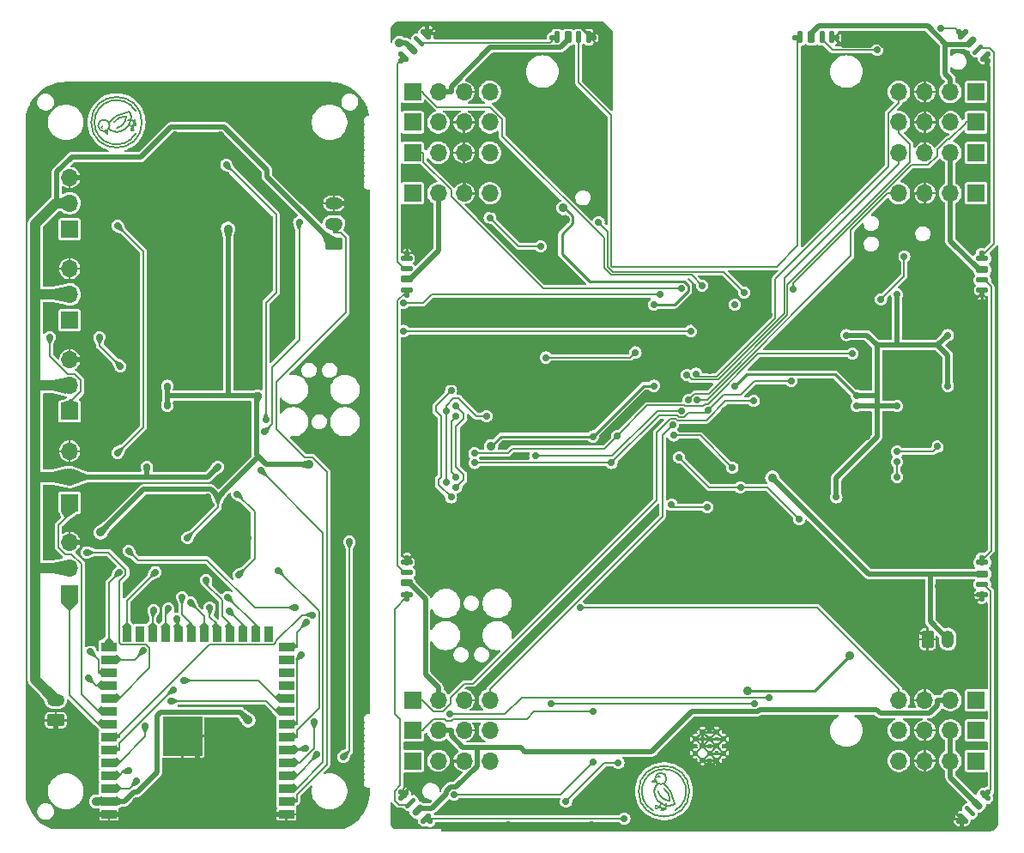
<source format=gbr>
G04 #@! TF.GenerationSoftware,KiCad,Pcbnew,7.0.4-40-g0180cb380f*
G04 #@! TF.CreationDate,2023-08-16T00:58:49-07:00*
G04 #@! TF.ProjectId,RobotCrawler,526f626f-7443-4726-9177-6c65722e6b69,rev?*
G04 #@! TF.SameCoordinates,Original*
G04 #@! TF.FileFunction,Copper,L2,Bot*
G04 #@! TF.FilePolarity,Positive*
%FSLAX46Y46*%
G04 Gerber Fmt 4.6, Leading zero omitted, Abs format (unit mm)*
G04 Created by KiCad (PCBNEW 7.0.4-40-g0180cb380f) date 2023-08-16 00:58:49*
%MOMM*%
%LPD*%
G01*
G04 APERTURE LIST*
G04 Aperture macros list*
%AMRoundRect*
0 Rectangle with rounded corners*
0 $1 Rounding radius*
0 $2 $3 $4 $5 $6 $7 $8 $9 X,Y pos of 4 corners*
0 Add a 4 corners polygon primitive as box body*
4,1,4,$2,$3,$4,$5,$6,$7,$8,$9,$2,$3,0*
0 Add four circle primitives for the rounded corners*
1,1,$1+$1,$2,$3*
1,1,$1+$1,$4,$5*
1,1,$1+$1,$6,$7*
1,1,$1+$1,$8,$9*
0 Add four rect primitives between the rounded corners*
20,1,$1+$1,$2,$3,$4,$5,0*
20,1,$1+$1,$4,$5,$6,$7,0*
20,1,$1+$1,$6,$7,$8,$9,0*
20,1,$1+$1,$8,$9,$2,$3,0*%
G04 Aperture macros list end*
G04 #@! TA.AperFunction,EtchedComponent*
%ADD10C,0.200000*%
G04 #@! TD*
G04 #@! TA.AperFunction,EtchedComponent*
%ADD11C,0.160000*%
G04 #@! TD*
G04 #@! TA.AperFunction,ComponentPad*
%ADD12R,1.700000X1.700000*%
G04 #@! TD*
G04 #@! TA.AperFunction,ComponentPad*
%ADD13O,1.700000X1.700000*%
G04 #@! TD*
G04 #@! TA.AperFunction,HeatsinkPad*
%ADD14C,0.600000*%
G04 #@! TD*
G04 #@! TA.AperFunction,ComponentPad*
%ADD15RoundRect,0.250000X-0.350000X-0.625000X0.350000X-0.625000X0.350000X0.625000X-0.350000X0.625000X0*%
G04 #@! TD*
G04 #@! TA.AperFunction,ComponentPad*
%ADD16O,1.200000X1.750000*%
G04 #@! TD*
G04 #@! TA.AperFunction,SMDPad,CuDef*
%ADD17RoundRect,0.137500X0.353553X-0.159099X-0.159099X0.353553X-0.353553X0.159099X0.159099X-0.353553X0*%
G04 #@! TD*
G04 #@! TA.AperFunction,SMDPad,CuDef*
%ADD18RoundRect,0.137500X0.424264X0.229810X0.229810X0.424264X-0.424264X-0.229810X-0.229810X-0.424264X0*%
G04 #@! TD*
G04 #@! TA.AperFunction,SMDPad,CuDef*
%ADD19RoundRect,0.175000X0.424264X0.176777X0.176777X0.424264X-0.424264X-0.176777X-0.176777X-0.424264X0*%
G04 #@! TD*
G04 #@! TA.AperFunction,SMDPad,CuDef*
%ADD20RoundRect,0.112500X0.424264X0.265165X0.265165X0.424264X-0.424264X-0.265165X-0.265165X-0.424264X0*%
G04 #@! TD*
G04 #@! TA.AperFunction,SMDPad,CuDef*
%ADD21RoundRect,0.137500X0.137500X-0.362500X0.137500X0.362500X-0.137500X0.362500X-0.137500X-0.362500X0*%
G04 #@! TD*
G04 #@! TA.AperFunction,SMDPad,CuDef*
%ADD22RoundRect,0.137500X0.462500X-0.137500X0.462500X0.137500X-0.462500X0.137500X-0.462500X-0.137500X0*%
G04 #@! TD*
G04 #@! TA.AperFunction,SMDPad,CuDef*
%ADD23RoundRect,0.175000X0.425000X-0.175000X0.425000X0.175000X-0.425000X0.175000X-0.425000X-0.175000X0*%
G04 #@! TD*
G04 #@! TA.AperFunction,SMDPad,CuDef*
%ADD24RoundRect,0.112500X0.487500X-0.112500X0.487500X0.112500X-0.487500X0.112500X-0.487500X-0.112500X0*%
G04 #@! TD*
G04 #@! TA.AperFunction,SMDPad,CuDef*
%ADD25RoundRect,0.137500X-0.137500X0.362500X-0.137500X-0.362500X0.137500X-0.362500X0.137500X0.362500X0*%
G04 #@! TD*
G04 #@! TA.AperFunction,SMDPad,CuDef*
%ADD26RoundRect,0.137500X-0.462500X0.137500X-0.462500X-0.137500X0.462500X-0.137500X0.462500X0.137500X0*%
G04 #@! TD*
G04 #@! TA.AperFunction,SMDPad,CuDef*
%ADD27RoundRect,0.175000X-0.425000X0.175000X-0.425000X-0.175000X0.425000X-0.175000X0.425000X0.175000X0*%
G04 #@! TD*
G04 #@! TA.AperFunction,SMDPad,CuDef*
%ADD28RoundRect,0.112500X-0.487500X0.112500X-0.487500X-0.112500X0.487500X-0.112500X0.487500X0.112500X0*%
G04 #@! TD*
G04 #@! TA.AperFunction,SMDPad,CuDef*
%ADD29RoundRect,0.137500X0.159099X0.353553X-0.353553X-0.159099X-0.159099X-0.353553X0.353553X0.159099X0*%
G04 #@! TD*
G04 #@! TA.AperFunction,SMDPad,CuDef*
%ADD30RoundRect,0.137500X-0.229810X0.424264X-0.424264X0.229810X0.229810X-0.424264X0.424264X-0.229810X0*%
G04 #@! TD*
G04 #@! TA.AperFunction,SMDPad,CuDef*
%ADD31RoundRect,0.175000X-0.176777X0.424264X-0.424264X0.176777X0.176777X-0.424264X0.424264X-0.176777X0*%
G04 #@! TD*
G04 #@! TA.AperFunction,SMDPad,CuDef*
%ADD32RoundRect,0.112500X-0.265165X0.424264X-0.424264X0.265165X0.265165X-0.424264X0.424264X-0.265165X0*%
G04 #@! TD*
G04 #@! TA.AperFunction,SMDPad,CuDef*
%ADD33RoundRect,0.137500X-0.159099X-0.353553X0.353553X0.159099X0.159099X0.353553X-0.353553X-0.159099X0*%
G04 #@! TD*
G04 #@! TA.AperFunction,SMDPad,CuDef*
%ADD34RoundRect,0.137500X0.229810X-0.424264X0.424264X-0.229810X-0.229810X0.424264X-0.424264X0.229810X0*%
G04 #@! TD*
G04 #@! TA.AperFunction,SMDPad,CuDef*
%ADD35RoundRect,0.175000X0.176777X-0.424264X0.424264X-0.176777X-0.176777X0.424264X-0.424264X0.176777X0*%
G04 #@! TD*
G04 #@! TA.AperFunction,SMDPad,CuDef*
%ADD36RoundRect,0.112500X0.265165X-0.424264X0.424264X-0.265165X-0.265165X0.424264X-0.424264X0.265165X0*%
G04 #@! TD*
G04 #@! TA.AperFunction,SMDPad,CuDef*
%ADD37RoundRect,0.137500X-0.362500X-0.137500X0.362500X-0.137500X0.362500X0.137500X-0.362500X0.137500X0*%
G04 #@! TD*
G04 #@! TA.AperFunction,SMDPad,CuDef*
%ADD38RoundRect,0.137500X-0.137500X-0.462500X0.137500X-0.462500X0.137500X0.462500X-0.137500X0.462500X0*%
G04 #@! TD*
G04 #@! TA.AperFunction,SMDPad,CuDef*
%ADD39RoundRect,0.175000X-0.175000X-0.425000X0.175000X-0.425000X0.175000X0.425000X-0.175000X0.425000X0*%
G04 #@! TD*
G04 #@! TA.AperFunction,SMDPad,CuDef*
%ADD40RoundRect,0.112500X-0.112500X-0.487500X0.112500X-0.487500X0.112500X0.487500X-0.112500X0.487500X0*%
G04 #@! TD*
G04 #@! TA.AperFunction,SMDPad,CuDef*
%ADD41RoundRect,0.137500X-0.353553X0.159099X0.159099X-0.353553X0.353553X-0.159099X-0.159099X0.353553X0*%
G04 #@! TD*
G04 #@! TA.AperFunction,SMDPad,CuDef*
%ADD42RoundRect,0.137500X-0.424264X-0.229810X-0.229810X-0.424264X0.424264X0.229810X0.229810X0.424264X0*%
G04 #@! TD*
G04 #@! TA.AperFunction,SMDPad,CuDef*
%ADD43RoundRect,0.175000X-0.424264X-0.176777X-0.176777X-0.424264X0.424264X0.176777X0.176777X0.424264X0*%
G04 #@! TD*
G04 #@! TA.AperFunction,SMDPad,CuDef*
%ADD44RoundRect,0.112500X-0.424264X-0.265165X-0.265165X-0.424264X0.424264X0.265165X0.265165X0.424264X0*%
G04 #@! TD*
G04 #@! TA.AperFunction,ComponentPad*
%ADD45RoundRect,0.250000X0.625000X-0.350000X0.625000X0.350000X-0.625000X0.350000X-0.625000X-0.350000X0*%
G04 #@! TD*
G04 #@! TA.AperFunction,ComponentPad*
%ADD46O,1.750000X1.200000*%
G04 #@! TD*
G04 #@! TA.AperFunction,SMDPad,CuDef*
%ADD47R,1.500000X0.900000*%
G04 #@! TD*
G04 #@! TA.AperFunction,SMDPad,CuDef*
%ADD48R,0.900000X1.500000*%
G04 #@! TD*
G04 #@! TA.AperFunction,SMDPad,CuDef*
%ADD49R,3.900000X3.900000*%
G04 #@! TD*
G04 #@! TA.AperFunction,ViaPad*
%ADD50C,0.900000*%
G04 #@! TD*
G04 #@! TA.AperFunction,ViaPad*
%ADD51C,0.700000*%
G04 #@! TD*
G04 #@! TA.AperFunction,Conductor*
%ADD52C,0.150000*%
G04 #@! TD*
G04 #@! TA.AperFunction,Conductor*
%ADD53C,0.500000*%
G04 #@! TD*
G04 #@! TA.AperFunction,Conductor*
%ADD54C,0.250000*%
G04 #@! TD*
G04 #@! TA.AperFunction,Conductor*
%ADD55C,0.200000*%
G04 #@! TD*
G04 #@! TA.AperFunction,Conductor*
%ADD56C,0.160000*%
G04 #@! TD*
G04 #@! TA.AperFunction,Conductor*
%ADD57C,1.000000*%
G04 #@! TD*
G04 APERTURE END LIST*
D10*
X148072198Y-107250000D02*
X147807277Y-107374087D01*
X147807277Y-107374087D02*
X147510950Y-107424715D01*
X147510950Y-107424715D02*
X147201673Y-107398730D01*
X147201673Y-107398730D02*
X146898705Y-107297751D01*
X147200000Y-107395710D02*
X147212004Y-107146914D01*
X147150743Y-107768905D02*
X147200000Y-107395710D01*
X146898705Y-107297751D02*
X146620915Y-107128065D01*
X146620915Y-107128065D02*
X146385602Y-106900241D01*
X146617442Y-107561450D02*
X146726298Y-107202597D01*
X146385602Y-106900241D02*
X146207421Y-106628467D01*
X146221946Y-105458630D02*
X146406250Y-105237139D01*
X146207421Y-106628467D02*
X146097469Y-106329667D01*
X146104965Y-105725950D02*
X146221946Y-105458630D01*
X146097469Y-106329667D02*
X146062593Y-106022451D01*
X146062593Y-106022451D02*
X146104965Y-105725950D01*
X147809365Y-106547562D02*
G75*
G03*
X148072198Y-107250000I1248218J66659D01*
G01*
D11*
X146424054Y-106000734D02*
G75*
G03*
X147573812Y-106957554I1215548J291446D01*
G01*
D10*
X147809365Y-106547561D02*
G75*
G03*
X147303506Y-105608540I-1248215J-66659D01*
G01*
X146968750Y-105237139D02*
G75*
G03*
X147303506Y-105608539I1077147J634308D01*
G01*
D11*
X146713390Y-107893910D02*
G75*
G03*
X147213243Y-107768904I31233J936983D01*
G01*
X147573837Y-106957346D02*
G75*
G03*
X147013396Y-105756933I-1240717J151776D01*
G01*
X146713243Y-107893905D02*
G75*
G03*
X146713243Y-107768905I0J62500D01*
G01*
X147213115Y-107768832D02*
G75*
G03*
X146713243Y-107643905I-468495J-812058D01*
G01*
X146713243Y-107768905D02*
G75*
G03*
X146713243Y-107643905I0J62500D01*
G01*
X146180089Y-107686456D02*
G75*
G03*
X146679942Y-107561450I31231J936986D01*
G01*
X146620740Y-104592648D02*
G75*
G03*
X146379260Y-104592648I-120740J-32352D01*
G01*
X145821155Y-105108706D02*
G75*
G03*
X146236795Y-105086556I176455J599646D01*
G01*
X146179942Y-107686450D02*
G75*
G03*
X146179942Y-107561450I-2J62500D01*
G01*
X146679814Y-107561376D02*
G75*
G03*
X146179942Y-107436450I-468494J-812064D01*
G01*
X146179942Y-107561450D02*
G75*
G03*
X146179942Y-107436450I-2J62500D01*
G01*
X145821163Y-105108848D02*
G75*
G03*
X146130822Y-104830714I-239003J577538D01*
G01*
D10*
X148093750Y-107894429D02*
G75*
G03*
X145906251Y-107894430I-1093750J1894429D01*
G01*
X149500000Y-106000000D02*
G75*
G03*
X149500000Y-106000000I-2500000J0D01*
G01*
X147250000Y-104750000D02*
G75*
G03*
X147250000Y-104750000I-562500J0D01*
G01*
X94250000Y-38927802D02*
X94374087Y-39192723D01*
X94374087Y-39192723D02*
X94424715Y-39489050D01*
X94424715Y-39489050D02*
X94398730Y-39798327D01*
X94398730Y-39798327D02*
X94297751Y-40101295D01*
X94395710Y-39800000D02*
X94146914Y-39787996D01*
X94768905Y-39849257D02*
X94395710Y-39800000D01*
X94297751Y-40101295D02*
X94128065Y-40379085D01*
X94128065Y-40379085D02*
X93900241Y-40614398D01*
X94561450Y-40382558D02*
X94202597Y-40273702D01*
X93900241Y-40614398D02*
X93628467Y-40792579D01*
X92458630Y-40778054D02*
X92237139Y-40593750D01*
X93628467Y-40792579D02*
X93329667Y-40902531D01*
X92725950Y-40895035D02*
X92458630Y-40778054D01*
X93329667Y-40902531D02*
X93022451Y-40937407D01*
X93022451Y-40937407D02*
X92725950Y-40895035D01*
X93547562Y-39190635D02*
G75*
G03*
X94250000Y-38927802I-66659J1248218D01*
G01*
D11*
X93000734Y-40575946D02*
G75*
G03*
X93957554Y-39426188I-291446J1215548D01*
G01*
D10*
X93547561Y-39190635D02*
G75*
G03*
X92608540Y-39696494I66659J-1248215D01*
G01*
X92237139Y-40031250D02*
G75*
G03*
X92608539Y-39696494I-634308J1077147D01*
G01*
D11*
X94893910Y-40286610D02*
G75*
G03*
X94768904Y-39786757I-936983J31233D01*
G01*
X93957346Y-39426163D02*
G75*
G03*
X92756933Y-39986604I-151776J-1240717D01*
G01*
X94893905Y-40286757D02*
G75*
G03*
X94768905Y-40286757I-62500J0D01*
G01*
X94768832Y-39786885D02*
G75*
G03*
X94643905Y-40286757I812058J-468495D01*
G01*
X94768905Y-40286757D02*
G75*
G03*
X94643905Y-40286757I-62500J0D01*
G01*
X94686456Y-40819911D02*
G75*
G03*
X94561450Y-40320058I-936986J31231D01*
G01*
X91592648Y-40379260D02*
G75*
G03*
X91592648Y-40620740I32352J-120740D01*
G01*
X92108711Y-41178846D02*
G75*
G03*
X92086557Y-40763205I-599711J176446D01*
G01*
X94686450Y-40820058D02*
G75*
G03*
X94561450Y-40820058I-62500J-2D01*
G01*
X94561376Y-40320186D02*
G75*
G03*
X94436450Y-40820058I812064J-468494D01*
G01*
X94561450Y-40820058D02*
G75*
G03*
X94436450Y-40820058I-62500J-2D01*
G01*
X92108852Y-41178835D02*
G75*
G03*
X91830714Y-40869178I-577552J-239025D01*
G01*
D10*
X94894429Y-38906250D02*
G75*
G03*
X94894430Y-41093749I-1894429J-1093750D01*
G01*
X95500000Y-40000000D02*
G75*
G03*
X95500000Y-40000000I-2500000J0D01*
G01*
X92312500Y-40312500D02*
G75*
G03*
X92312500Y-40312500I-562500J0D01*
G01*
D12*
X122200000Y-40000000D03*
D13*
X124740000Y-40000000D03*
X127280000Y-40000000D03*
X129820000Y-40000000D03*
D12*
X177800000Y-43000000D03*
D13*
X175260000Y-43000000D03*
X172720000Y-43000000D03*
X170180000Y-43000000D03*
D12*
X177800000Y-47000000D03*
D13*
X175260000Y-47000000D03*
X172720000Y-47000000D03*
X170180000Y-47000000D03*
D12*
X177800000Y-100000000D03*
D13*
X175260000Y-100000000D03*
X172720000Y-100000000D03*
X170180000Y-100000000D03*
D12*
X122200000Y-103000000D03*
D13*
X124740000Y-103000000D03*
X127280000Y-103000000D03*
X129820000Y-103000000D03*
D12*
X177800000Y-40000000D03*
D13*
X175260000Y-40000000D03*
X172720000Y-40000000D03*
X170180000Y-40000000D03*
D12*
X122200000Y-37000000D03*
D13*
X124740000Y-37000000D03*
X127280000Y-37000000D03*
X129820000Y-37000000D03*
D12*
X177800000Y-97000000D03*
D13*
X175260000Y-97000000D03*
X172720000Y-97000000D03*
X170180000Y-97000000D03*
D14*
X152900000Y-102240000D03*
X152900000Y-100840000D03*
X152200000Y-102940000D03*
X152200000Y-101540000D03*
X152200000Y-100140000D03*
X151500000Y-102240000D03*
X151500000Y-100840000D03*
X150800000Y-102940000D03*
X150800000Y-101540000D03*
X150800000Y-100140000D03*
X150100000Y-102240000D03*
X150100000Y-100840000D03*
D12*
X122200000Y-100000000D03*
D13*
X124740000Y-100000000D03*
X127280000Y-100000000D03*
X129820000Y-100000000D03*
D15*
X173000000Y-91000000D03*
D16*
X175000000Y-91000000D03*
D12*
X177800000Y-103000000D03*
D13*
X175260000Y-103000000D03*
X172720000Y-103000000D03*
X170180000Y-103000000D03*
D12*
X122200000Y-43000000D03*
D13*
X124740000Y-43000000D03*
X127280000Y-43000000D03*
X129820000Y-43000000D03*
D12*
X122200000Y-47000000D03*
D13*
X124740000Y-47000000D03*
X127280000Y-47000000D03*
X129820000Y-47000000D03*
D12*
X122200000Y-97000000D03*
D13*
X124740000Y-97000000D03*
X127280000Y-97000000D03*
X129820000Y-97000000D03*
D12*
X177800000Y-37000000D03*
D13*
X175260000Y-37000000D03*
X172720000Y-37000000D03*
X170180000Y-37000000D03*
D17*
X123750089Y-108795495D03*
D18*
X123537957Y-108689429D03*
D19*
X122742462Y-107893934D03*
D20*
X122017678Y-107169150D03*
D18*
X121310571Y-106462043D03*
D17*
X121204505Y-106249911D03*
D21*
X121675000Y-86800000D03*
D22*
X121600000Y-86575000D03*
D23*
X121600000Y-85450000D03*
D24*
X121600000Y-84425000D03*
D22*
X121600000Y-83425000D03*
D21*
X121675000Y-83200000D03*
D25*
X178325000Y-53200000D03*
D26*
X178400000Y-53425000D03*
D27*
X178400000Y-54550000D03*
D28*
X178400000Y-55575000D03*
D26*
X178400000Y-56575000D03*
D25*
X178325000Y-56800000D03*
D21*
X121675000Y-56800000D03*
D22*
X121600000Y-56575000D03*
D23*
X121600000Y-55450000D03*
D24*
X121600000Y-54425000D03*
D22*
X121600000Y-53425000D03*
D21*
X121675000Y-53200000D03*
D29*
X178795495Y-106249911D03*
D30*
X178689429Y-106462043D03*
D31*
X177893934Y-107257538D03*
D32*
X177169150Y-107982322D03*
D30*
X176462043Y-108689429D03*
D29*
X176249911Y-108795495D03*
D33*
X121204505Y-33750089D03*
D34*
X121310571Y-33537957D03*
D35*
X122106066Y-32742462D03*
D36*
X122830850Y-32017678D03*
D34*
X123537957Y-31310571D03*
D33*
X123750089Y-31204505D03*
D37*
X136200000Y-31675000D03*
D38*
X136425000Y-31600000D03*
D39*
X137550000Y-31600000D03*
D40*
X138575000Y-31600000D03*
D38*
X139575000Y-31600000D03*
D37*
X139800000Y-31675000D03*
X160200000Y-31675000D03*
D38*
X160425000Y-31600000D03*
D39*
X161550000Y-31600000D03*
D40*
X162575000Y-31600000D03*
D38*
X163575000Y-31600000D03*
D37*
X163800000Y-31675000D03*
D41*
X176249911Y-31204505D03*
D42*
X176462043Y-31310571D03*
D43*
X177257538Y-32106066D03*
D44*
X177982322Y-32830850D03*
D42*
X178689429Y-33537957D03*
D41*
X178795495Y-33750089D03*
D25*
X178325000Y-83200000D03*
D26*
X178400000Y-83425000D03*
D27*
X178400000Y-84550000D03*
D28*
X178400000Y-85575000D03*
D26*
X178400000Y-86575000D03*
D25*
X178325000Y-86800000D03*
D45*
X87000000Y-99000000D03*
D46*
X87000000Y-97000000D03*
D12*
X88375000Y-59525000D03*
D13*
X88375000Y-56985000D03*
X88375000Y-54445000D03*
D12*
X88375000Y-86525000D03*
D13*
X88375000Y-83985000D03*
X88375000Y-81445000D03*
D12*
X88375000Y-68525000D03*
D13*
X88375000Y-65985000D03*
X88375000Y-63445000D03*
D45*
X114450000Y-52000000D03*
D46*
X114450000Y-50000000D03*
X114450000Y-48000000D03*
D12*
X88375000Y-77525000D03*
D13*
X88375000Y-74985000D03*
X88375000Y-72445000D03*
D12*
X88375000Y-50525000D03*
D13*
X88375000Y-47985000D03*
X88375000Y-45445000D03*
D47*
X92250000Y-108260000D03*
X92250000Y-106990000D03*
X92250000Y-105720000D03*
X92250000Y-104450000D03*
X92250000Y-103180000D03*
X92250000Y-101910000D03*
X92250000Y-100640000D03*
X92250000Y-99370000D03*
X92250000Y-98100000D03*
X92250000Y-96830000D03*
X92250000Y-95560000D03*
X92250000Y-94290000D03*
X92250000Y-93020000D03*
X92250000Y-91750000D03*
D48*
X94015000Y-90500000D03*
X95285000Y-90500000D03*
X96555000Y-90500000D03*
X97825000Y-90500000D03*
X99095000Y-90500000D03*
X100365000Y-90500000D03*
X101635000Y-90500000D03*
X102905000Y-90500000D03*
X104175000Y-90500000D03*
X105445000Y-90500000D03*
X106715000Y-90500000D03*
X107985000Y-90500000D03*
D47*
X109750000Y-91750000D03*
X109750000Y-93020000D03*
X109750000Y-94290000D03*
X109750000Y-95560000D03*
X109750000Y-96830000D03*
X109750000Y-98100000D03*
X109750000Y-99370000D03*
X109750000Y-100640000D03*
X109750000Y-101910000D03*
X109750000Y-103180000D03*
X109750000Y-104450000D03*
X109750000Y-105720000D03*
X109750000Y-106990000D03*
X109750000Y-108260000D03*
D14*
X98100000Y-99840000D03*
X98100000Y-101240000D03*
X98800000Y-99140000D03*
X98800000Y-100540000D03*
X98800000Y-101940000D03*
X99500000Y-99840000D03*
D49*
X99500000Y-100540000D03*
D14*
X99500000Y-101240000D03*
X100200000Y-99140000D03*
X100200000Y-100540000D03*
X100200000Y-101940000D03*
X100900000Y-99840000D03*
X100900000Y-101240000D03*
D50*
X157694500Y-75062500D03*
X120905900Y-32181900D03*
D51*
X167000000Y-71000000D03*
D50*
X142725000Y-59500000D03*
X131605800Y-109377200D03*
D51*
X133000000Y-73000000D03*
X134500000Y-69000000D03*
X147500000Y-63000000D03*
X170000000Y-54000000D03*
D50*
X139872700Y-109377200D03*
X152250000Y-78820100D03*
X169000000Y-63000000D03*
X128261300Y-30665600D03*
X169000000Y-61000000D03*
D51*
X148500000Y-59500000D03*
D50*
X123867300Y-49616400D03*
X171000000Y-63000000D03*
X172720000Y-44918100D03*
X170869800Y-106350000D03*
D51*
X128500000Y-71500000D03*
D50*
X152996600Y-70969000D03*
X157275000Y-59015900D03*
D51*
X171000000Y-71000000D03*
X133000000Y-75000000D03*
D50*
X127112100Y-44827800D03*
X145500000Y-75177400D03*
D51*
X174041000Y-85730600D03*
D50*
X156035900Y-68876200D03*
D51*
X149500000Y-59500000D03*
D50*
X137269500Y-49568300D03*
X177809400Y-80228500D03*
D51*
X134000000Y-66000000D03*
X162000000Y-60000000D03*
D50*
X153066500Y-68479100D03*
D51*
X152500000Y-60500000D03*
D50*
X140050000Y-75000000D03*
D51*
X172000000Y-73500000D03*
X128500000Y-75000000D03*
D50*
X148750000Y-81502000D03*
D51*
X157214000Y-79396400D03*
X178000000Y-67000000D03*
D50*
X127669300Y-81214700D03*
D51*
X151500000Y-64500000D03*
D50*
X168730000Y-48582000D03*
X134450200Y-49568300D03*
X176775000Y-73500000D03*
X160124900Y-109232900D03*
X170184700Y-90296200D03*
D51*
X162000000Y-67000000D03*
D50*
X138000000Y-77846700D03*
X164236000Y-109232900D03*
D51*
X178000000Y-60000000D03*
D50*
X171033800Y-83252000D03*
X142792800Y-65396500D03*
X123914900Y-81214700D03*
X171000000Y-61000000D03*
X170538100Y-32506600D03*
D51*
X164000000Y-73000000D03*
X159556800Y-65508900D03*
X154533800Y-76017700D03*
X141825000Y-73604700D03*
X160353700Y-79179000D03*
X128312500Y-73604700D03*
X148493800Y-73065200D03*
X151362400Y-68365200D03*
X175000000Y-61000000D03*
X175000000Y-66000000D03*
D50*
X155255700Y-96053100D03*
D51*
X170000000Y-68000000D03*
D50*
X137087200Y-48441200D03*
D51*
X165000000Y-61000000D03*
X140000000Y-71000000D03*
X166000000Y-67000000D03*
X154000000Y-58000000D03*
X170000000Y-57000000D03*
X164000000Y-77000000D03*
D50*
X165317700Y-92609400D03*
D51*
X146000000Y-66000000D03*
X146000000Y-58000000D03*
X166000000Y-68000000D03*
X154000000Y-66000000D03*
D50*
X129955000Y-71981400D03*
D51*
X153750000Y-74073900D03*
X128303200Y-72669800D03*
X142391100Y-70931400D03*
X147950000Y-70895300D03*
X165601200Y-62821500D03*
X125500000Y-68500000D03*
X129500000Y-69000000D03*
X125500000Y-75500000D03*
X143087700Y-108689400D03*
X174299200Y-30707300D03*
X168027300Y-32867200D03*
X126500000Y-68000000D03*
X126500000Y-76000000D03*
X126000000Y-66500000D03*
X126000000Y-77000000D03*
X126500000Y-69000000D03*
X126500000Y-75000000D03*
X157344800Y-96760400D03*
X125871200Y-98395000D03*
X155915900Y-97335500D03*
X135846600Y-97335500D03*
X144186100Y-62701200D03*
X135343700Y-63205500D03*
X142504900Y-103216600D03*
X137337000Y-107025200D03*
X139996400Y-98165000D03*
X126294300Y-106318300D03*
X139983500Y-103109500D03*
X151250000Y-77969400D03*
X147750000Y-77743300D03*
X174000000Y-72000000D03*
X170000000Y-72500000D03*
X170000000Y-75000000D03*
X170000000Y-73500000D03*
X134826000Y-52244300D03*
X129820000Y-49399400D03*
X147880100Y-69825700D03*
X148708800Y-68515200D03*
X138715400Y-87858300D03*
X134309400Y-72932600D03*
X150271100Y-67405200D03*
X149250000Y-64918900D03*
X149420900Y-67403400D03*
X150171200Y-64808700D03*
X155866000Y-67496800D03*
X159760100Y-56497800D03*
X154912000Y-56788900D03*
X140545200Y-49843600D03*
X150750000Y-56104000D03*
X149664200Y-60591200D03*
X121309500Y-60591200D03*
X148750000Y-56384100D03*
X121336800Y-57809700D03*
X146573100Y-56974900D03*
X170697500Y-53232900D03*
X168408600Y-57454500D03*
X103000000Y-74000000D03*
X96000000Y-74000000D03*
X95000000Y-67000000D03*
X98750000Y-41250000D03*
D50*
X101000000Y-107000000D03*
X117000000Y-64000000D03*
X95000000Y-107000000D03*
X108000000Y-55000000D03*
D51*
X99000000Y-78000000D03*
D50*
X96000000Y-49500000D03*
X116850000Y-87000000D03*
D51*
X103250000Y-41250000D03*
D50*
X105000000Y-49500000D03*
X94000000Y-49000000D03*
D51*
X102000000Y-77000000D03*
X106000000Y-81000000D03*
D50*
X101000000Y-49000000D03*
X108000000Y-56000000D03*
X103000000Y-49000000D03*
D51*
X103250000Y-81500000D03*
X96000000Y-81000000D03*
D50*
X97000000Y-55500000D03*
X99000000Y-49500000D03*
D51*
X98000000Y-68000000D03*
X107000000Y-67000000D03*
D50*
X106000000Y-99000000D03*
D51*
X100000000Y-81000000D03*
X103000000Y-77000000D03*
D50*
X104000000Y-50500000D03*
X112010000Y-73774500D03*
X91423900Y-80469900D03*
D51*
X98000000Y-66000000D03*
D50*
X91000000Y-107000000D03*
D51*
X95836800Y-99546800D03*
X95000000Y-105000000D03*
X98578200Y-96024800D03*
X105035000Y-84666200D03*
X104910000Y-76665300D03*
X94189300Y-103994500D03*
X112361200Y-88603100D03*
X86410000Y-61194400D03*
X90064300Y-82438900D03*
X90199700Y-94807100D03*
X90434100Y-92239600D03*
X95638800Y-92143100D03*
X93285400Y-84396000D03*
X96836200Y-84386300D03*
X96659400Y-88120200D03*
X98117700Y-87982400D03*
X98934700Y-88973800D03*
X99474300Y-86845200D03*
X100294800Y-87396300D03*
X102188700Y-87860400D03*
X101825000Y-85168000D03*
X104085200Y-88196100D03*
X103972500Y-86838800D03*
X111717300Y-89345600D03*
X93104300Y-50199500D03*
X99608000Y-95080100D03*
X93104300Y-72616700D03*
X98361100Y-97104800D03*
X93375600Y-64082100D03*
X110635600Y-87879300D03*
X111238300Y-92543000D03*
X91313100Y-61194400D03*
X94188500Y-82274100D03*
X108965900Y-84208800D03*
X107591600Y-70546000D03*
X111022200Y-49860200D03*
X111619800Y-101771300D03*
X112486800Y-99124800D03*
X112737900Y-102392700D03*
X115965000Y-81372400D03*
X115380500Y-102617600D03*
X107728000Y-69358300D03*
X103835000Y-44200000D03*
X107243300Y-74363000D03*
D52*
X120467000Y-105962112D02*
X120467000Y-106900400D01*
X121000000Y-105429112D02*
X120467000Y-105962112D01*
X120880900Y-107314300D02*
X121872500Y-107314300D01*
X120467000Y-98368023D02*
X121000000Y-98901023D01*
X121000000Y-98901023D02*
X121000000Y-105429112D01*
X120467000Y-106900400D02*
X120880900Y-107314300D01*
X120467000Y-88008000D02*
X120467000Y-98368023D01*
X121675000Y-86800000D02*
X120467000Y-88008000D01*
D53*
X173257900Y-84550000D02*
X173257900Y-89257900D01*
X175260000Y-35739900D02*
X174727800Y-35207700D01*
X126000100Y-100000000D02*
X126000100Y-100522200D01*
X124098500Y-107701600D02*
X122934800Y-107701600D01*
X124740000Y-37000000D02*
X126000100Y-37000000D01*
X122106100Y-32742500D02*
X121545500Y-32181900D01*
X175260000Y-43000000D02*
X175260000Y-47000000D01*
X173257900Y-84550000D02*
X167182000Y-84550000D01*
X167182000Y-84550000D02*
X157694500Y-75062500D01*
X123460200Y-94460100D02*
X124740000Y-95739900D01*
X121545500Y-32181900D02*
X120905900Y-32181900D01*
X162292300Y-30504800D02*
X173013100Y-30504800D01*
X124740000Y-100000000D02*
X126000100Y-100000000D01*
X167986700Y-97930000D02*
X168342900Y-98286200D01*
X145777500Y-102090700D02*
X149772600Y-98095600D01*
X133258800Y-102090700D02*
X145777500Y-102090700D01*
X175260000Y-51732900D02*
X175260000Y-47000000D01*
X168342900Y-98286200D02*
X173235900Y-98286200D01*
X173257900Y-89257900D02*
X175000000Y-91000000D01*
X124740000Y-97000000D02*
X124740000Y-95739900D01*
X161550000Y-31600000D02*
X161550000Y-31247100D01*
X173235900Y-98286200D02*
X173999900Y-97522200D01*
X156230800Y-98095600D02*
X156396400Y-97930000D01*
X175260000Y-103000000D02*
X175260000Y-100000000D01*
X125534200Y-106003500D02*
X125534200Y-106265900D01*
X126000100Y-100522200D02*
X127182200Y-101704300D01*
X128550000Y-103512500D02*
X126504300Y-105558200D01*
X125534200Y-106265900D02*
X124098500Y-107701600D01*
X121990800Y-55450000D02*
X124740000Y-52700800D01*
X175260000Y-97000000D02*
X173999900Y-97000000D01*
X175260000Y-104623600D02*
X175260000Y-103000000D01*
X126000100Y-36477800D02*
X126000100Y-37000000D01*
X132872400Y-101704300D02*
X133258800Y-102090700D01*
X161550000Y-31247100D02*
X162292300Y-30504800D01*
X156396400Y-97930000D02*
X167986700Y-97930000D01*
X125979500Y-105558200D02*
X125534200Y-106003500D01*
X177066900Y-32296700D02*
X174805000Y-32296700D01*
X175260000Y-37000000D02*
X175260000Y-35739900D01*
X177893900Y-107257500D02*
X175260000Y-104623600D01*
X121600000Y-55450000D02*
X121990800Y-55450000D01*
X173013100Y-30504800D02*
X174805000Y-32296700D01*
X173999900Y-97522200D02*
X173999900Y-97000000D01*
X128550000Y-101704300D02*
X132872400Y-101704300D01*
X126504300Y-105558200D02*
X125979500Y-105558200D01*
X174727800Y-35207700D02*
X174727800Y-32373900D01*
X129850400Y-32627500D02*
X126000100Y-36477800D01*
X178077100Y-54550000D02*
X175260000Y-51732900D01*
X123460200Y-87026300D02*
X123460200Y-94460100D01*
X127182200Y-101704300D02*
X128550000Y-101704300D01*
X137550000Y-31852400D02*
X136774900Y-32627500D01*
X128550000Y-101704300D02*
X128550000Y-103512500D01*
X136774900Y-32627500D02*
X129850400Y-32627500D01*
X149772600Y-98095600D02*
X156230800Y-98095600D01*
X174727800Y-32373900D02*
X174805000Y-32296700D01*
X121883900Y-85450000D02*
X123460200Y-87026300D01*
X124740000Y-52700800D02*
X124740000Y-47000000D01*
X178400000Y-84550000D02*
X173257900Y-84550000D01*
D54*
X133000000Y-75000000D02*
X138000000Y-75000000D01*
X127669300Y-81214700D02*
X123914900Y-81214700D01*
X157515000Y-67000000D02*
X156035900Y-68479100D01*
X152500000Y-60500000D02*
X150500000Y-60500000D01*
X152200000Y-101540000D02*
X150800000Y-101540000D01*
X138000000Y-75000000D02*
X140050000Y-75000000D01*
X134450200Y-49568300D02*
X137269500Y-49568300D01*
X142189300Y-66000000D02*
X142792800Y-65396500D01*
X152200000Y-100140000D02*
X150800000Y-100140000D01*
X133645600Y-48763700D02*
X129966000Y-48763700D01*
X171000000Y-71000000D02*
X173920300Y-71000000D01*
X138828300Y-30665600D02*
X139575000Y-31412300D01*
X174785900Y-83252000D02*
X171033800Y-83252000D01*
X148750000Y-81502000D02*
X149568100Y-81502000D01*
X139872700Y-109377200D02*
X149095800Y-109377200D01*
X123660300Y-81214700D02*
X123914900Y-81214700D01*
X121675000Y-51808700D02*
X123867300Y-49616400D01*
X152200000Y-106273000D02*
X157165000Y-106273000D01*
X127280000Y-47000000D02*
X128415100Y-47000000D01*
X123319300Y-104135100D02*
X121204500Y-106249900D01*
X170184700Y-90296200D02*
X172296200Y-90296200D01*
X156035900Y-68479100D02*
X156035900Y-68876200D01*
X170869800Y-106350000D02*
X167118900Y-106350000D01*
X172720000Y-47000000D02*
X171584900Y-47000000D01*
X170000000Y-48582000D02*
X168730000Y-48582000D01*
X156035900Y-68876200D02*
X153943100Y-70969000D01*
X164236000Y-109232900D02*
X160124900Y-109232900D01*
X150500000Y-62500000D02*
X150500000Y-60500000D01*
X147500000Y-63000000D02*
X150000000Y-63000000D01*
X152900000Y-102240000D02*
X151500000Y-102240000D01*
X151500000Y-100840000D02*
X150800000Y-100840000D01*
X121675000Y-53200000D02*
X121675000Y-51808700D01*
X174635200Y-71714900D02*
X174635200Y-73500000D01*
X127280000Y-103000000D02*
X126144900Y-103000000D01*
X171584900Y-47212800D02*
X170215700Y-48582000D01*
X152900000Y-100840000D02*
X151500000Y-100840000D01*
X174041000Y-85730600D02*
X174960400Y-86650000D01*
X150800000Y-100840000D02*
X150800000Y-101540000D01*
X168000000Y-60000000D02*
X169000000Y-61000000D01*
X172720000Y-47000000D02*
X172720000Y-44918100D01*
X162000000Y-60000000D02*
X168000000Y-60000000D01*
X150800000Y-100840000D02*
X150100000Y-100840000D01*
X170215700Y-48582000D02*
X170000000Y-48582000D01*
X124289000Y-30665600D02*
X128261300Y-30665600D01*
X157214000Y-79396400D02*
X156637700Y-78820100D01*
X164631600Y-32506600D02*
X163800000Y-31675000D01*
X178325000Y-56800000D02*
X178325000Y-59675000D01*
X172720000Y-40000000D02*
X173855100Y-40000000D01*
X171584900Y-47000000D02*
X171584900Y-47212800D01*
X170000000Y-54000000D02*
X170000000Y-48582000D01*
X150000000Y-63000000D02*
X150500000Y-62500000D01*
X131605800Y-109377200D02*
X139872700Y-109377200D01*
X173920300Y-71000000D02*
X174635200Y-71714900D01*
X150800000Y-100840000D02*
X150800000Y-100140000D01*
X172720000Y-105053400D02*
X171423400Y-106350000D01*
X134450200Y-49568300D02*
X133645600Y-48763700D01*
X168201200Y-32141900D02*
X167675100Y-32141900D01*
X168565900Y-32506600D02*
X168201200Y-32141900D01*
X149568100Y-81502000D02*
X152250000Y-78820100D01*
X177809400Y-80228500D02*
X174785900Y-83252000D01*
X172720000Y-100000000D02*
X172720000Y-103000000D01*
X174635200Y-73500000D02*
X176775000Y-73500000D01*
X126144900Y-103212900D02*
X125222700Y-104135100D01*
X172720000Y-105053400D02*
X176356000Y-108689400D01*
X126144900Y-103000000D02*
X126144900Y-103212900D01*
X121675000Y-83200000D02*
X123660300Y-81214700D01*
X150000000Y-63000000D02*
X151500000Y-64500000D01*
X167675100Y-32141900D02*
X167310400Y-32506600D01*
X149500000Y-59500000D02*
X148500000Y-59500000D01*
X156637700Y-78820100D02*
X152250000Y-78820100D01*
X172296200Y-90296200D02*
X173000000Y-91000000D01*
X152500000Y-60500000D02*
X155790900Y-60500000D01*
X127280000Y-44995700D02*
X127112100Y-44827800D01*
X178325000Y-59675000D02*
X178000000Y-60000000D01*
X129966000Y-48763700D02*
X128415100Y-47212800D01*
X152200000Y-106273000D02*
X152200000Y-102940000D01*
X167000000Y-71000000D02*
X166000000Y-71000000D01*
X167118900Y-106350000D02*
X164236000Y-109232900D01*
X140227400Y-75177400D02*
X145500000Y-75177400D01*
X166000000Y-71000000D02*
X164000000Y-73000000D01*
X171423400Y-106350000D02*
X170869800Y-106350000D01*
X125222700Y-104135100D02*
X123319300Y-104135100D01*
X162000000Y-67000000D02*
X157515000Y-67000000D01*
X172720000Y-103000000D02*
X172720000Y-105053400D01*
X178274000Y-38635100D02*
X174984800Y-38635100D01*
X172000000Y-60000000D02*
X171000000Y-61000000D01*
X153943100Y-70969000D02*
X152996600Y-70969000D01*
X128261300Y-30665600D02*
X138828300Y-30665600D01*
X148500000Y-59500000D02*
X142725000Y-59500000D01*
X178935200Y-33889800D02*
X178935200Y-37973900D01*
X150500000Y-60500000D02*
X149500000Y-59500000D01*
X172000000Y-73500000D02*
X174635200Y-73500000D01*
X178000000Y-60000000D02*
X172000000Y-60000000D01*
X173855100Y-39764800D02*
X173855100Y-40000000D01*
X167310400Y-32506600D02*
X164631600Y-32506600D01*
X134000000Y-66000000D02*
X142189300Y-66000000D01*
X152200000Y-102940000D02*
X150800000Y-102940000D01*
X128500000Y-75000000D02*
X133000000Y-75000000D01*
X178935200Y-37973900D02*
X178274000Y-38635100D01*
X155790900Y-60500000D02*
X157275000Y-59015900D01*
X174984800Y-38635100D02*
X173855100Y-39764800D01*
X140050000Y-75000000D02*
X140227400Y-75177400D01*
X174960400Y-86650000D02*
X178325000Y-86650000D01*
X127280000Y-47000000D02*
X127280000Y-44995700D01*
X170538100Y-32506600D02*
X168565900Y-32506600D01*
X128415100Y-47212800D02*
X128415100Y-47000000D01*
X156035900Y-68479100D02*
X153066500Y-68479100D01*
X138000000Y-75000000D02*
X138000000Y-77846700D01*
X157165000Y-106273000D02*
X160124900Y-109232900D01*
X123750100Y-31204500D02*
X124289000Y-30665600D01*
X149095800Y-109377200D02*
X152200000Y-106273000D01*
D52*
X149372000Y-68665400D02*
X149372000Y-68665300D01*
X151446300Y-76017700D02*
X154533800Y-76017700D01*
X148947100Y-69090300D02*
X149372000Y-68665400D01*
X151362400Y-68365200D02*
X152842400Y-66885200D01*
X128312500Y-73604700D02*
X141825000Y-73604700D01*
X148470600Y-69090300D02*
X148947100Y-69090300D01*
X154533800Y-76017700D02*
X157192400Y-76017700D01*
X151062300Y-68665300D02*
X151362400Y-68365200D01*
X155935900Y-65508900D02*
X159556800Y-65508900D01*
X148493800Y-73065200D02*
X151446300Y-76017700D01*
X154559600Y-66885200D02*
X155935900Y-65508900D01*
X157192400Y-76017700D02*
X160353700Y-79179000D01*
X141825000Y-73604700D02*
X146507900Y-68921800D01*
X149372000Y-68665300D02*
X151062300Y-68665300D01*
X146507900Y-68921800D02*
X148302100Y-68921800D01*
X152842400Y-66885200D02*
X154559600Y-66885200D01*
X148302100Y-68921800D02*
X148470600Y-69090300D01*
D53*
X175000000Y-63000000D02*
X175000000Y-66000000D01*
D54*
X138012500Y-49251300D02*
X137202400Y-48441200D01*
X136944800Y-52964400D02*
X136944800Y-51053200D01*
X148034800Y-58000000D02*
X149392800Y-56642000D01*
X161874000Y-96053100D02*
X155255700Y-96053100D01*
D53*
X170000000Y-62000000D02*
X168000000Y-62000000D01*
D54*
X137202400Y-48441200D02*
X137087200Y-48441200D01*
D53*
X170000000Y-62000000D02*
X174000000Y-62000000D01*
X164000000Y-75060700D02*
X164000000Y-77000000D01*
X168000000Y-68000000D02*
X168000000Y-71060700D01*
D54*
X138012500Y-49985500D02*
X138012500Y-49251300D01*
X130936400Y-71000000D02*
X129955000Y-71981400D01*
X140000000Y-71000000D02*
X130936400Y-71000000D01*
X145000000Y-66000000D02*
X140000000Y-71000000D01*
D53*
X174000000Y-62000000D02*
X175000000Y-63000000D01*
X167000000Y-61000000D02*
X165000000Y-61000000D01*
D54*
X166000000Y-67000000D02*
X163871600Y-64871600D01*
D53*
X170000000Y-62000000D02*
X170000000Y-57000000D01*
D54*
X146000000Y-66000000D02*
X145000000Y-66000000D01*
X155128400Y-64871600D02*
X154000000Y-66000000D01*
X148998600Y-55719500D02*
X139699900Y-55719500D01*
D53*
X168000000Y-68000000D02*
X166000000Y-68000000D01*
X168000000Y-71060700D02*
X164000000Y-75060700D01*
D54*
X136944800Y-51053200D02*
X138012500Y-49985500D01*
X149392800Y-56113700D02*
X148998600Y-55719500D01*
D53*
X168000000Y-67000000D02*
X168000000Y-68000000D01*
D54*
X139699900Y-55719500D02*
X136944800Y-52964400D01*
X165317700Y-92609400D02*
X161874000Y-96053100D01*
D53*
X168000000Y-62000000D02*
X167000000Y-61000000D01*
X168000000Y-67000000D02*
X166000000Y-67000000D01*
D54*
X163871600Y-64871600D02*
X155128400Y-64871600D01*
D53*
X174000000Y-62000000D02*
X175000000Y-61000000D01*
D54*
X149392800Y-56642000D02*
X149392800Y-56113700D01*
D53*
X168000000Y-68000000D02*
X170000000Y-68000000D01*
X168000000Y-62000000D02*
X168000000Y-67000000D01*
D54*
X146000000Y-58000000D02*
X148034800Y-58000000D01*
D52*
X145382400Y-67940100D02*
X142391100Y-70931400D01*
X150828700Y-68024300D02*
X149031300Y-68024300D01*
X132038400Y-72224300D02*
X131592900Y-72669800D01*
X165601200Y-62821500D02*
X156306300Y-62821500D01*
X149031300Y-68024300D02*
X148947100Y-67940100D01*
X141098200Y-72224300D02*
X132038400Y-72224300D01*
X148947100Y-67940100D02*
X145382400Y-67940100D01*
X150571400Y-70895300D02*
X147950000Y-70895300D01*
X151063000Y-67790000D02*
X150828700Y-68024300D01*
X151337800Y-67790000D02*
X151063000Y-67790000D01*
X131592900Y-72669800D02*
X128303200Y-72669800D01*
X142391100Y-70931400D02*
X141098200Y-72224300D01*
X153750000Y-74073900D02*
X150571400Y-70895300D01*
X156306300Y-62821500D02*
X151337800Y-67790000D01*
D55*
X125500000Y-68500000D02*
X125500000Y-68000000D01*
X125500000Y-75500000D02*
X125500000Y-68500000D01*
X125500000Y-68000000D02*
X126250000Y-67250000D01*
X128500000Y-69000000D02*
X129500000Y-69000000D01*
X126250000Y-67250000D02*
X126750000Y-67250000D01*
X126750000Y-67250000D02*
X128500000Y-69000000D01*
D52*
X120725500Y-57607700D02*
X120725500Y-83743200D01*
X120725500Y-83743200D02*
X121407300Y-84425000D01*
X121533200Y-56800000D02*
X120725500Y-57607700D01*
X123614400Y-108689400D02*
X143087700Y-108689400D01*
X179274500Y-82250500D02*
X179274500Y-56256800D01*
X178325000Y-83200000D02*
X179274500Y-82250500D01*
X179274500Y-56256800D02*
X178592700Y-55575000D01*
X179251700Y-86284100D02*
X179251700Y-105793700D01*
X179251700Y-105793700D02*
X178795500Y-106249900D01*
X178542600Y-85575000D02*
X179251700Y-86284100D01*
X179557200Y-51967800D02*
X178325000Y-53200000D01*
X179133400Y-32703300D02*
X179557200Y-33127100D01*
X178109900Y-32703300D02*
X179133400Y-32703300D01*
X179557200Y-33127100D02*
X179557200Y-51967800D01*
X163652700Y-32867200D02*
X168027300Y-32867200D01*
X175752700Y-30707300D02*
X176249900Y-31204500D01*
X174299200Y-30707300D02*
X175752700Y-30707300D01*
X162575000Y-31789500D02*
X163652700Y-32867200D01*
X141851100Y-54235200D02*
X141764800Y-54148900D01*
X158103800Y-54235200D02*
X141851100Y-54235200D01*
X138575000Y-36069900D02*
X138575000Y-31600000D01*
X160200000Y-31675000D02*
X160200000Y-52139000D01*
X141764800Y-54148900D02*
X141764800Y-39259700D01*
X160200000Y-52139000D02*
X158103800Y-54235200D01*
X141764800Y-39259700D02*
X138575000Y-36069900D01*
X135741300Y-32133700D02*
X122946900Y-32133700D01*
X136200000Y-31675000D02*
X135741300Y-32133700D01*
X121204500Y-33750100D02*
X120725500Y-34229100D01*
X120725500Y-53743200D02*
X121407300Y-54425000D01*
X120725500Y-34229100D02*
X120725500Y-53743200D01*
D55*
X127250000Y-75250000D02*
X126500000Y-76000000D01*
X126500000Y-68000000D02*
X127250000Y-68750000D01*
X127250000Y-74750000D02*
X127250000Y-75250000D01*
X127250000Y-68750000D02*
X127250000Y-69250000D01*
X127250000Y-69250000D02*
X126500000Y-70000000D01*
X126500000Y-70000000D02*
X126500000Y-74000000D01*
X126500000Y-74000000D02*
X127250000Y-74750000D01*
X124750000Y-75750000D02*
X124750000Y-75250000D01*
X126000000Y-77000000D02*
X124750000Y-75750000D01*
X124750000Y-75250000D02*
X125000000Y-75000000D01*
X125000000Y-75000000D02*
X125000000Y-69000000D01*
X125000000Y-69000000D02*
X124500000Y-68500000D01*
X124500000Y-68500000D02*
X124500000Y-68000000D01*
X124500000Y-68000000D02*
X126000000Y-66500000D01*
X126500000Y-75000000D02*
X126000000Y-74500000D01*
X126000000Y-74500000D02*
X126000000Y-69500000D01*
X126000000Y-69500000D02*
X126500000Y-69000000D01*
D52*
X132953800Y-96760400D02*
X131319200Y-98395000D01*
X157344800Y-96760400D02*
X132953800Y-96760400D01*
X131319200Y-98395000D02*
X125871200Y-98395000D01*
X155915900Y-97335500D02*
X135846600Y-97335500D01*
X143681800Y-63205500D02*
X144186100Y-62701200D01*
X135343700Y-63205500D02*
X143681800Y-63205500D01*
X141145600Y-103216600D02*
X142504900Y-103216600D01*
X137337000Y-107025200D02*
X141145600Y-103216600D01*
X123275100Y-100000000D02*
X123275100Y-99865600D01*
X125551300Y-99051800D02*
X126027800Y-99051800D01*
X122200000Y-100000000D02*
X123275100Y-100000000D01*
X133498500Y-98864200D02*
X134197700Y-98165000D01*
X124276500Y-98864200D02*
X125363700Y-98864200D01*
X125363700Y-98864200D02*
X125551300Y-99051800D01*
X126027800Y-99051800D02*
X126215400Y-98864200D01*
X123275100Y-99865600D02*
X124276500Y-98864200D01*
X134197700Y-98165000D02*
X139996400Y-98165000D01*
X126215400Y-98864200D02*
X133498500Y-98864200D01*
X126294300Y-106318300D02*
X136774700Y-106318300D01*
X136774700Y-106318300D02*
X139983500Y-103109500D01*
X147976100Y-77969400D02*
X147750000Y-77743300D01*
X151250000Y-77969400D02*
X147976100Y-77969400D01*
D56*
X174000000Y-72000000D02*
X173500000Y-72500000D01*
X173500000Y-72500000D02*
X170000000Y-72500000D01*
X170000000Y-73500000D02*
X170000000Y-75000000D01*
D52*
X132664900Y-52244300D02*
X129820000Y-49399400D01*
X134826000Y-52244300D02*
X132664900Y-52244300D01*
X147880100Y-69825700D02*
X146858700Y-70847100D01*
X146858700Y-78886200D02*
X129820000Y-95924900D01*
X146858700Y-70847100D02*
X146858700Y-78886200D01*
X129820000Y-97000000D02*
X129820000Y-95924900D01*
X146330100Y-68515200D02*
X141912700Y-72932600D01*
X170180000Y-95924900D02*
X162113400Y-87858300D01*
X170180000Y-97000000D02*
X170180000Y-95924900D01*
X141912700Y-72932600D02*
X134309400Y-72932600D01*
X148708800Y-68515200D02*
X146330100Y-68515200D01*
X162113400Y-87858300D02*
X138715400Y-87858300D01*
X165448900Y-53192000D02*
X151235700Y-67405200D01*
X151235700Y-67405200D02*
X150271100Y-67405200D01*
X169040700Y-47000000D02*
X165448900Y-50591800D01*
X170180000Y-47000000D02*
X169040700Y-47000000D01*
X165448900Y-50591800D02*
X165448900Y-53192000D01*
X170180000Y-44075100D02*
X158884900Y-55370200D01*
X152332900Y-65394100D02*
X149725200Y-65394100D01*
X158884900Y-58842100D02*
X152332900Y-65394100D01*
X158884900Y-55370200D02*
X158884900Y-58842100D01*
X149725200Y-65394100D02*
X149250000Y-64918900D01*
X170180000Y-43000000D02*
X170180000Y-44075100D01*
X159185000Y-59020400D02*
X151421800Y-66783600D01*
X171286900Y-43904800D02*
X159185000Y-56006700D01*
X159185000Y-56006700D02*
X159185000Y-59020400D01*
X170180000Y-41075100D02*
X171286900Y-42182000D01*
X150040700Y-66783600D02*
X149420900Y-67403400D01*
X151421800Y-66783600D02*
X150040700Y-66783600D01*
X171286900Y-42182000D02*
X171286900Y-43904800D01*
X170180000Y-40000000D02*
X170180000Y-41075100D01*
X157967000Y-59309700D02*
X152182700Y-65094000D01*
X170180000Y-37000000D02*
X170180000Y-38075100D01*
X152182700Y-65094000D02*
X150456500Y-65094000D01*
X169104900Y-39150200D02*
X169104900Y-44342300D01*
X157967000Y-55480200D02*
X157967000Y-59309700D01*
X170180000Y-38075100D02*
X169104900Y-39150200D01*
X150456500Y-65094000D02*
X150171200Y-64808700D01*
X169104900Y-44342300D02*
X157967000Y-55480200D01*
X125947900Y-97369700D02*
X125947900Y-96750500D01*
X122200000Y-97000000D02*
X123275100Y-97000000D01*
X148346200Y-69390400D02*
X151186200Y-69390400D01*
X125947900Y-96750500D02*
X127317800Y-95380600D01*
X127317800Y-95380600D02*
X128163000Y-95380600D01*
X148195200Y-69239400D02*
X148346200Y-69390400D01*
X128163000Y-95380600D02*
X146251700Y-77291900D01*
X123275100Y-97134400D02*
X124230000Y-98089300D01*
X153079800Y-67496800D02*
X155866000Y-67496800D01*
X146251700Y-77291900D02*
X146251700Y-70635500D01*
X123275100Y-97000000D02*
X123275100Y-97134400D01*
X151186200Y-69390400D02*
X153079800Y-67496800D01*
X125228300Y-98089300D02*
X125947900Y-97369700D01*
X146251700Y-70635500D02*
X147647800Y-69239400D01*
X124230000Y-98089300D02*
X125228300Y-98089300D01*
X147647800Y-69239400D02*
X148195200Y-69239400D01*
X159760200Y-56497800D02*
X159760100Y-56497800D01*
X175001600Y-41684800D02*
X173990000Y-42696400D01*
X173990000Y-43305200D02*
X173062200Y-44233000D01*
X159760200Y-55856000D02*
X159760200Y-56497800D01*
X176724900Y-40000000D02*
X176724900Y-40134400D01*
X177800000Y-40000000D02*
X176724900Y-40000000D01*
X175174500Y-41684800D02*
X175001600Y-41684800D01*
X176724900Y-40134400D02*
X175174500Y-41684800D01*
X173062200Y-44233000D02*
X171383200Y-44233000D01*
X171383200Y-44233000D02*
X159760200Y-55856000D01*
X173990000Y-42696400D02*
X173990000Y-43305200D01*
X141927800Y-54764700D02*
X152887800Y-54764700D01*
X140545200Y-49843600D02*
X141464600Y-50763000D01*
X152887800Y-54764700D02*
X154912000Y-56788900D01*
X141464600Y-50763000D02*
X141464600Y-54301500D01*
X141464600Y-54301500D02*
X141927800Y-54764700D01*
X124640700Y-38500000D02*
X129846300Y-38500000D01*
X123275100Y-37000000D02*
X123275100Y-37134400D01*
X131032400Y-39686100D02*
X131032400Y-41369200D01*
X129846300Y-38500000D02*
X131032400Y-39686100D01*
X123275100Y-37134400D02*
X124640700Y-38500000D01*
X141092500Y-54353900D02*
X141803400Y-55064800D01*
X141092500Y-51429300D02*
X141092500Y-54353900D01*
X122200000Y-37000000D02*
X123275100Y-37000000D01*
X141803400Y-55064800D02*
X149710800Y-55064800D01*
X149710800Y-55064800D02*
X150750000Y-56104000D01*
X131032400Y-41369200D02*
X141092500Y-51429300D01*
X121309500Y-60591200D02*
X149664200Y-60591200D01*
X126010000Y-46667700D02*
X126010000Y-47320500D01*
X123275100Y-43000000D02*
X123275100Y-43932800D01*
X126010000Y-47320500D02*
X135073600Y-56384100D01*
X123275100Y-43932800D02*
X126010000Y-46667700D01*
X122200000Y-43000000D02*
X123275100Y-43000000D01*
X135073600Y-56384100D02*
X148750000Y-56384100D01*
X121336800Y-57809700D02*
X123251300Y-57809700D01*
X124086100Y-56974900D02*
X146573100Y-56974900D01*
X123251300Y-57809700D02*
X124086100Y-56974900D01*
X170697500Y-53232900D02*
X170697500Y-55165600D01*
X170697500Y-55165600D02*
X168408600Y-57454500D01*
D57*
X85000000Y-66000000D02*
X85015000Y-65985000D01*
D53*
X96000000Y-74985000D02*
X102015000Y-74985000D01*
X98377400Y-40475600D02*
X103609800Y-40475600D01*
X87114800Y-47985000D02*
X87114800Y-44895700D01*
D57*
X88375000Y-56985000D02*
X85000000Y-56985000D01*
X85000000Y-50000000D02*
X87015000Y-47985000D01*
X88375000Y-74985000D02*
X85015000Y-74985000D01*
D53*
X103609800Y-40475600D02*
X107804600Y-44670400D01*
D57*
X88375000Y-83985000D02*
X85015000Y-83985000D01*
D53*
X107804600Y-45354600D02*
X114450000Y-52000000D01*
X96000000Y-74000000D02*
X96000000Y-74985000D01*
X88583500Y-43427000D02*
X95426000Y-43427000D01*
D57*
X85000000Y-95000000D02*
X87000000Y-97000000D01*
X85000000Y-75000000D02*
X85015000Y-74985000D01*
D53*
X102015000Y-74985000D02*
X103000000Y-74000000D01*
D57*
X85000000Y-74970000D02*
X85000000Y-66000000D01*
X85015000Y-65985000D02*
X85000000Y-65970000D01*
X87015000Y-47985000D02*
X87114800Y-47985000D01*
X85000000Y-84000000D02*
X85000000Y-75000000D01*
X85015000Y-65985000D02*
X88375000Y-65985000D01*
D53*
X88375000Y-74985000D02*
X96000000Y-74985000D01*
X95426000Y-43427000D02*
X98377400Y-40475600D01*
X87114800Y-44895700D02*
X88583500Y-43427000D01*
X107804600Y-44670400D02*
X107804600Y-45354600D01*
D57*
X85000000Y-84000000D02*
X85000000Y-95000000D01*
X85000000Y-56985000D02*
X85000000Y-50000000D01*
X85015000Y-74985000D02*
X85000000Y-74970000D01*
X85000000Y-65970000D02*
X85000000Y-56985000D01*
X85015000Y-83985000D02*
X85000000Y-84000000D01*
X87114800Y-47985000D02*
X88375000Y-47985000D01*
D53*
X104500000Y-49000000D02*
X105000000Y-49500000D01*
X88375000Y-63445000D02*
X91445000Y-63445000D01*
X95000000Y-107000000D02*
X95000000Y-108000000D01*
X117500000Y-64000000D02*
X117500000Y-49500000D01*
X96000000Y-49500000D02*
X96000000Y-49000000D01*
X103250000Y-81500000D02*
X103750000Y-81000000D01*
X103000000Y-49000000D02*
X103000000Y-41500000D01*
X91445000Y-63445000D02*
X95000000Y-67000000D01*
X99000000Y-41500000D02*
X98750000Y-41250000D01*
X99000000Y-78000000D02*
X100000000Y-77000000D01*
X101000000Y-49000000D02*
X103000000Y-49000000D01*
X90004000Y-107500000D02*
X90004000Y-104004000D01*
X92250000Y-108260000D02*
X90764000Y-108260000D01*
X94000000Y-49000000D02*
X96000000Y-49000000D01*
X90445000Y-45445000D02*
X94000000Y-49000000D01*
X102750000Y-82000000D02*
X102875000Y-81875000D01*
X92250000Y-108260000D02*
X101000000Y-108260000D01*
X101000000Y-107000000D02*
X101000000Y-108260000D01*
X102875000Y-81875000D02*
X103250000Y-81500000D01*
X103000000Y-49000000D02*
X104500000Y-49000000D01*
X90004000Y-104004000D02*
X87000000Y-101000000D01*
X90764000Y-108260000D02*
X90004000Y-107500000D01*
X95555000Y-81445000D02*
X96000000Y-81000000D01*
X117500000Y-86500000D02*
X117500000Y-64000000D01*
X108000000Y-55000000D02*
X108000000Y-52500000D01*
X117500000Y-49500000D02*
X116000000Y-48000000D01*
X97000000Y-49000000D02*
X99000000Y-49000000D01*
X116000000Y-48000000D02*
X114450000Y-48000000D01*
X88375000Y-45445000D02*
X90445000Y-45445000D01*
X96000000Y-81000000D02*
X99000000Y-78000000D01*
X99000000Y-49000000D02*
X101000000Y-49000000D01*
X100000000Y-77000000D02*
X102000000Y-77000000D01*
X117000000Y-87000000D02*
X117500000Y-86500000D01*
X99000000Y-49500000D02*
X99000000Y-49000000D01*
X101000000Y-107000000D02*
X101000000Y-101000000D01*
X97000000Y-82000000D02*
X102750000Y-82000000D01*
X108000000Y-52500000D02*
X105000000Y-49500000D01*
X88375000Y-81445000D02*
X95555000Y-81445000D01*
X97000000Y-55500000D02*
X97000000Y-49000000D01*
X96000000Y-49000000D02*
X97000000Y-49000000D01*
X99000000Y-49000000D02*
X99000000Y-41500000D01*
X103750000Y-81000000D02*
X106000000Y-81000000D01*
X108000000Y-56000000D02*
X108000000Y-55000000D01*
X116850000Y-87000000D02*
X117000000Y-87000000D01*
X103000000Y-41500000D02*
X103250000Y-41250000D01*
X96000000Y-81000000D02*
X97000000Y-82000000D01*
X87000000Y-101000000D02*
X87000000Y-99000000D01*
X109750000Y-108260000D02*
X101000000Y-108260000D01*
X117500000Y-64000000D02*
X117000000Y-64000000D01*
X91010000Y-106990000D02*
X91000000Y-107000000D01*
X105179800Y-98179800D02*
X97359800Y-98179800D01*
X106000000Y-99000000D02*
X105179800Y-98179800D01*
X96967500Y-104156800D02*
X95063800Y-106060500D01*
X107000000Y-67000000D02*
X104000000Y-67000000D01*
X107000000Y-73000000D02*
X103000000Y-77000000D01*
D55*
X103000000Y-78000000D02*
X103000000Y-77000000D01*
X100000000Y-81000000D02*
X103000000Y-78000000D01*
D53*
X92250000Y-106990000D02*
X91010000Y-106990000D01*
X104000000Y-50500000D02*
X104000000Y-67000000D01*
X107774500Y-73774500D02*
X112010000Y-73774500D01*
X98000000Y-67000000D02*
X98000000Y-66000000D01*
X103000000Y-76897300D02*
X103000000Y-77000000D01*
X107000000Y-67000000D02*
X106831500Y-67168500D01*
X96967500Y-98572100D02*
X96967500Y-104156800D01*
X95063800Y-106060500D02*
X94723000Y-106060500D01*
X104000000Y-67000000D02*
X98000000Y-67000000D01*
X98000000Y-68000000D02*
X98000000Y-67000000D01*
X91423900Y-80469900D02*
X95685100Y-76208700D01*
X106831500Y-67168500D02*
X106831500Y-72831500D01*
X94723000Y-106060500D02*
X93793500Y-106990000D01*
X106831500Y-72831500D02*
X107000000Y-73000000D01*
X107000000Y-73000000D02*
X107774500Y-73774500D01*
X97359800Y-98179800D02*
X96967500Y-98572100D01*
X102311400Y-76208700D02*
X103000000Y-76897300D01*
X95685100Y-76208700D02*
X102311400Y-76208700D01*
X93793500Y-106990000D02*
X92250000Y-106990000D01*
D55*
X95836800Y-99546800D02*
X95836800Y-100603300D01*
X92250000Y-103180000D02*
X93260100Y-103180000D01*
X95836800Y-100603300D02*
X93260100Y-103180000D01*
X94280000Y-105720000D02*
X95000000Y-105000000D01*
X92250000Y-105720000D02*
X94280000Y-105720000D01*
X106610200Y-78365500D02*
X106610200Y-83091000D01*
X98481600Y-96024800D02*
X93260100Y-101246300D01*
X92250000Y-101910000D02*
X93260100Y-101910000D01*
X106610200Y-83091000D02*
X105035000Y-84666200D01*
X98578200Y-96024800D02*
X98481600Y-96024800D01*
X104910000Y-76665300D02*
X106610200Y-78365500D01*
X93260100Y-101246300D02*
X93260100Y-101910000D01*
X92250000Y-104450000D02*
X93260100Y-104450000D01*
X93260100Y-104450000D02*
X93715600Y-103994500D01*
X93715600Y-103994500D02*
X94189300Y-103994500D01*
X111301900Y-88603100D02*
X112361200Y-88603100D01*
X108717500Y-91187500D02*
X111301900Y-88603100D01*
X108542700Y-91510100D02*
X108717500Y-91335300D01*
X108717500Y-91335300D02*
X108717500Y-91187500D01*
X92250000Y-100640000D02*
X93260100Y-100640000D01*
X102165500Y-91510100D02*
X108542700Y-91510100D01*
X93260100Y-100640000D02*
X93260100Y-100415500D01*
X93260100Y-100415500D02*
X102165500Y-91510100D01*
X91239900Y-99370000D02*
X88375000Y-96505100D01*
X92250000Y-99370000D02*
X91239900Y-99370000D01*
X88375000Y-96505100D02*
X88375000Y-86525000D01*
X87264900Y-79745200D02*
X87264900Y-81911000D01*
X87954700Y-82600800D02*
X88562100Y-82600800D01*
X87264900Y-81911000D02*
X87954700Y-82600800D01*
X88375000Y-78635100D02*
X87264900Y-79745200D01*
X92250000Y-98100000D02*
X91239900Y-98100000D01*
X89559500Y-96419600D02*
X91239900Y-98100000D01*
X88562100Y-82600800D02*
X89559500Y-83598200D01*
X89559500Y-83598200D02*
X89559500Y-96419600D01*
X88375000Y-77525000D02*
X88375000Y-78635100D01*
X88897900Y-64874800D02*
X88194600Y-64874800D01*
X92250000Y-96830000D02*
X93260100Y-96830000D01*
X95894600Y-91510100D02*
X93457300Y-91510100D01*
X93282500Y-91335300D02*
X93282500Y-85261600D01*
X93895600Y-84648500D02*
X93895600Y-84131700D01*
X93260100Y-96830000D02*
X96257500Y-93832600D01*
X93895600Y-84131700D02*
X92202800Y-82438900D01*
X88375000Y-68525000D02*
X88375000Y-67414900D01*
X89485200Y-65462100D02*
X88897900Y-64874800D01*
X89485200Y-66582200D02*
X89485200Y-65462100D01*
X92202800Y-82438900D02*
X90064300Y-82438900D01*
X93457300Y-91510100D02*
X93282500Y-91335300D01*
X86410000Y-63090200D02*
X86410000Y-61194400D01*
X88375000Y-67414900D02*
X88652500Y-67414900D01*
X88194600Y-64874800D02*
X86410000Y-63090200D01*
X93282500Y-85261600D02*
X93895600Y-84648500D01*
X96257500Y-93832600D02*
X96257500Y-91873000D01*
X96257500Y-91873000D02*
X95894600Y-91510100D01*
X88652500Y-67414900D02*
X89485200Y-66582200D01*
X92250000Y-95560000D02*
X90952600Y-95560000D01*
X90952600Y-95560000D02*
X90199700Y-94807100D01*
X92250000Y-94290000D02*
X91239900Y-94290000D01*
X91239900Y-94290000D02*
X91239900Y-93045400D01*
X91239900Y-93045400D02*
X90434100Y-92239600D01*
X94761900Y-93020000D02*
X95638800Y-92143100D01*
X92250000Y-93020000D02*
X94761900Y-93020000D01*
X92250000Y-85431400D02*
X93285400Y-84396000D01*
X92250000Y-91750000D02*
X92250000Y-85431400D01*
X94015000Y-90500000D02*
X94015000Y-87207500D01*
X94015000Y-87207500D02*
X96836200Y-84386300D01*
X96555000Y-88224600D02*
X96659400Y-88120200D01*
X96555000Y-90500000D02*
X96555000Y-88224600D01*
X97825000Y-88275100D02*
X98117700Y-87982400D01*
X97825000Y-90500000D02*
X97825000Y-88275100D01*
X98934700Y-88973800D02*
X98934700Y-89329600D01*
X98934700Y-89329600D02*
X99095000Y-89489900D01*
X99095000Y-90500000D02*
X99095000Y-89489900D01*
X99474300Y-88599200D02*
X99474300Y-86845200D01*
X100365000Y-89489900D02*
X99474300Y-88599200D01*
X100365000Y-90500000D02*
X100365000Y-89489900D01*
X101635000Y-90500000D02*
X101635000Y-88736500D01*
X101635000Y-88736500D02*
X100294800Y-87396300D01*
X102188700Y-88773600D02*
X102905000Y-89489900D01*
X102188700Y-87860400D02*
X102188700Y-88773600D01*
X102905000Y-90500000D02*
X102905000Y-89489900D01*
X101825000Y-85554000D02*
X103425100Y-87154100D01*
X101825000Y-85168000D02*
X101825000Y-85554000D01*
X103425100Y-87154100D02*
X103425100Y-88740000D01*
X104175000Y-90500000D02*
X104175000Y-89489900D01*
X103425100Y-88740000D02*
X104175000Y-89489900D01*
X105445000Y-90500000D02*
X105445000Y-89489900D01*
X105445000Y-89489900D02*
X105379000Y-89489900D01*
X105379000Y-89489900D02*
X104085200Y-88196100D01*
X106623600Y-89489900D02*
X103972500Y-86838800D01*
X106715000Y-90500000D02*
X106715000Y-89489900D01*
X106715000Y-89489900D02*
X106623600Y-89489900D01*
X109750000Y-91750000D02*
X110760100Y-91750000D01*
X111717300Y-89345600D02*
X110760100Y-90302800D01*
X110760100Y-90302800D02*
X110760100Y-91750000D01*
X93104300Y-72616700D02*
X95654200Y-70066800D01*
X106990000Y-95080100D02*
X99608000Y-95080100D01*
X108739900Y-96830000D02*
X106990000Y-95080100D01*
X95654200Y-52749400D02*
X93104300Y-50199500D01*
X95654200Y-70066800D02*
X95654200Y-52749400D01*
X109750000Y-96830000D02*
X108739900Y-96830000D01*
X107744700Y-97104800D02*
X98361100Y-97104800D01*
X108739900Y-98100000D02*
X107744700Y-97104800D01*
X109750000Y-98100000D02*
X108739900Y-98100000D01*
X91313100Y-62019600D02*
X91313100Y-61194400D01*
X101929500Y-83183300D02*
X95097700Y-83183300D01*
X110760100Y-93021200D02*
X111238300Y-92543000D01*
X109750000Y-99370000D02*
X110760100Y-99370000D01*
X110760100Y-99370000D02*
X110760100Y-93021200D01*
X110635600Y-87879300D02*
X106625500Y-87879300D01*
X95097700Y-83183300D02*
X94188500Y-82274100D01*
X106625500Y-87879300D02*
X101929500Y-83183300D01*
X93375600Y-64082100D02*
X91313100Y-62019600D01*
X112971300Y-97773700D02*
X112971300Y-88214200D01*
X112971300Y-88214200D02*
X108965900Y-84208800D01*
X109750000Y-100640000D02*
X110760100Y-100640000D01*
X110760100Y-99984900D02*
X112971300Y-97773700D01*
X111022200Y-61449800D02*
X111022200Y-49860200D01*
X107591600Y-70546000D02*
X108339300Y-69798300D01*
X110760100Y-100640000D02*
X110760100Y-99984900D01*
X108339300Y-69798300D02*
X108339300Y-64132700D01*
X108339300Y-64132700D02*
X111022200Y-61449800D01*
X109750000Y-101910000D02*
X111481100Y-101910000D01*
X111481100Y-101910000D02*
X111619800Y-101771300D01*
X112486800Y-101774000D02*
X111080800Y-103180000D01*
X112486800Y-99124800D02*
X112486800Y-101774000D01*
X111080800Y-103180000D02*
X109750000Y-103180000D01*
X115965000Y-102033100D02*
X115380500Y-102617600D01*
X109750000Y-104450000D02*
X110760100Y-104450000D01*
X110760100Y-104450000D02*
X112737900Y-102472200D01*
X115965000Y-81372400D02*
X115965000Y-102033100D01*
X112737900Y-102472200D02*
X112737900Y-102392700D01*
X107728000Y-57791900D02*
X108748100Y-56771800D01*
X108748100Y-56771800D02*
X108748100Y-49113100D01*
X108748100Y-49113100D02*
X103835000Y-44200000D01*
X107728000Y-69358300D02*
X107728000Y-57791900D01*
X109750000Y-105720000D02*
X110760100Y-105720000D01*
X113360700Y-80480400D02*
X113360700Y-103119400D01*
X107243300Y-74363000D02*
X113360700Y-80480400D01*
X113360700Y-103119400D02*
X110760100Y-105720000D01*
X115621500Y-51400200D02*
X115081400Y-50860100D01*
X113722000Y-74482300D02*
X112304100Y-73064400D01*
X108755700Y-70250400D02*
X108755700Y-65603800D01*
X110760100Y-106310300D02*
X113722000Y-103348400D01*
X111569700Y-73064400D02*
X108755700Y-70250400D01*
X110760100Y-106990000D02*
X110760100Y-106310300D01*
X108755700Y-65603800D02*
X115621500Y-58738000D01*
X113722000Y-103348400D02*
X113722000Y-74482300D01*
X114450000Y-50000000D02*
X114450000Y-50860100D01*
X109750000Y-106990000D02*
X110760100Y-106990000D01*
X115621500Y-58738000D02*
X115621500Y-51400200D01*
X115081400Y-50860100D02*
X114450000Y-50860100D01*
X112304100Y-73064400D02*
X111569700Y-73064400D01*
G04 #@! TA.AperFunction,Conductor*
G36*
X150488872Y-102487452D02*
G01*
X150550578Y-102549157D01*
X150791422Y-102790000D01*
X150780254Y-102790000D01*
X150722355Y-102805514D01*
X150665514Y-102862354D01*
X150647640Y-102929060D01*
X150411127Y-102692548D01*
X150381212Y-102662633D01*
X150381212Y-102662632D01*
X150108579Y-102390000D01*
X150119746Y-102390000D01*
X150177645Y-102374486D01*
X150234486Y-102317646D01*
X150252360Y-102250938D01*
X150488872Y-102487452D01*
G37*
G04 #@! TD.AperFunction*
G04 #@! TA.AperFunction,Conductor*
G36*
X151365514Y-102317645D02*
G01*
X151422355Y-102374486D01*
X151480254Y-102390000D01*
X151491421Y-102390000D01*
X151190789Y-102690629D01*
X151190778Y-102690643D01*
X151188873Y-102692548D01*
X151188872Y-102692547D01*
X150952359Y-102929060D01*
X150934486Y-102862355D01*
X150877645Y-102805514D01*
X150819746Y-102790000D01*
X150808578Y-102790000D01*
X151347639Y-102250938D01*
X151365514Y-102317645D01*
G37*
G04 #@! TD.AperFunction*
G04 #@! TA.AperFunction,Conductor*
G36*
X151888872Y-102487452D02*
G01*
X151950578Y-102549157D01*
X152191422Y-102790000D01*
X152180254Y-102790000D01*
X152122355Y-102805514D01*
X152065514Y-102862354D01*
X152047640Y-102929060D01*
X151811127Y-102692548D01*
X151781212Y-102662633D01*
X151781212Y-102662632D01*
X151508579Y-102390000D01*
X151519746Y-102390000D01*
X151577645Y-102374486D01*
X151634486Y-102317646D01*
X151652359Y-102250938D01*
X151888872Y-102487452D01*
G37*
G04 #@! TD.AperFunction*
G04 #@! TA.AperFunction,Conductor*
G36*
X152765514Y-102317645D02*
G01*
X152822355Y-102374486D01*
X152880254Y-102390000D01*
X152891421Y-102390000D01*
X152590801Y-102690617D01*
X152590796Y-102690624D01*
X152588883Y-102692538D01*
X152352359Y-102929060D01*
X152334486Y-102862355D01*
X152277645Y-102805514D01*
X152219746Y-102790000D01*
X152208576Y-102790000D01*
X152486237Y-102512341D01*
X152511128Y-102487451D01*
X152747639Y-102250938D01*
X152765514Y-102317645D01*
G37*
G04 #@! TD.AperFunction*
G04 #@! TA.AperFunction,Conductor*
G36*
X152117506Y-102036886D02*
G01*
X152128109Y-102039999D01*
X152128112Y-102040000D01*
X152271888Y-102040000D01*
X152271892Y-102039999D01*
X152282491Y-102036887D01*
X152343651Y-102038633D01*
X152392105Y-102075994D01*
X152409345Y-102134701D01*
X152408377Y-102145964D01*
X152394858Y-102239995D01*
X152394858Y-102240003D01*
X152408377Y-102334034D01*
X152397944Y-102394324D01*
X152354065Y-102436966D01*
X152293503Y-102445673D01*
X152282496Y-102443114D01*
X152271891Y-102440000D01*
X152128112Y-102440000D01*
X152128104Y-102440001D01*
X152117501Y-102443114D01*
X152056341Y-102441364D01*
X152007890Y-102403999D01*
X151990654Y-102345292D01*
X151991622Y-102334033D01*
X152005142Y-102240001D01*
X152005142Y-102239997D01*
X151991622Y-102145965D01*
X152002055Y-102085676D01*
X152045933Y-102043034D01*
X152106495Y-102034326D01*
X152117506Y-102036886D01*
G37*
G04 #@! TD.AperFunction*
G04 #@! TA.AperFunction,Conductor*
G36*
X150665514Y-101617645D02*
G01*
X150722355Y-101674486D01*
X150780254Y-101690000D01*
X150791421Y-101690000D01*
X150490801Y-101990617D01*
X150490796Y-101990624D01*
X150488883Y-101992538D01*
X150252359Y-102229060D01*
X150234486Y-102162355D01*
X150177645Y-102105514D01*
X150119746Y-102090000D01*
X150108578Y-102090000D01*
X150411126Y-101787452D01*
X150647639Y-101550937D01*
X150665514Y-101617645D01*
G37*
G04 #@! TD.AperFunction*
G04 #@! TA.AperFunction,Conductor*
G36*
X151188872Y-101787452D02*
G01*
X151250578Y-101849157D01*
X151491422Y-102090000D01*
X151480254Y-102090000D01*
X151422355Y-102105514D01*
X151365514Y-102162354D01*
X151347640Y-102229060D01*
X151111127Y-101992547D01*
X151111127Y-101992548D01*
X151084083Y-101965504D01*
X151084083Y-101965503D01*
X150808579Y-101690000D01*
X150819746Y-101690000D01*
X150877645Y-101674486D01*
X150934486Y-101617646D01*
X150952360Y-101550938D01*
X151188872Y-101787452D01*
G37*
G04 #@! TD.AperFunction*
G04 #@! TA.AperFunction,Conductor*
G36*
X152065514Y-101617645D02*
G01*
X152122355Y-101674486D01*
X152180254Y-101690000D01*
X152191421Y-101690000D01*
X151890789Y-101990629D01*
X151890778Y-101990643D01*
X151888873Y-101992548D01*
X151888872Y-101992547D01*
X151652359Y-102229060D01*
X151634486Y-102162355D01*
X151577645Y-102105514D01*
X151519746Y-102090000D01*
X151508578Y-102090000D01*
X151783406Y-101815172D01*
X151811128Y-101787451D01*
X152047639Y-101550938D01*
X152065514Y-101617645D01*
G37*
G04 #@! TD.AperFunction*
G04 #@! TA.AperFunction,Conductor*
G36*
X152588872Y-101787452D02*
G01*
X152650578Y-101849157D01*
X152891422Y-102090000D01*
X152880254Y-102090000D01*
X152822355Y-102105514D01*
X152765514Y-102162354D01*
X152747640Y-102229060D01*
X152511127Y-101992548D01*
X152484083Y-101965504D01*
X152484083Y-101965503D01*
X152208579Y-101690000D01*
X152219746Y-101690000D01*
X152277645Y-101674486D01*
X152334486Y-101617646D01*
X152352359Y-101550938D01*
X152588872Y-101787452D01*
G37*
G04 #@! TD.AperFunction*
G04 #@! TA.AperFunction,Conductor*
G36*
X151417506Y-101336886D02*
G01*
X151428109Y-101339999D01*
X151428112Y-101340000D01*
X151571888Y-101340000D01*
X151571892Y-101339999D01*
X151582491Y-101336887D01*
X151643651Y-101338633D01*
X151692105Y-101375994D01*
X151709345Y-101434701D01*
X151708377Y-101445964D01*
X151694858Y-101539995D01*
X151694858Y-101540003D01*
X151708377Y-101634034D01*
X151697944Y-101694324D01*
X151654065Y-101736966D01*
X151593503Y-101745673D01*
X151582496Y-101743114D01*
X151571891Y-101740000D01*
X151428112Y-101740000D01*
X151428104Y-101740001D01*
X151417501Y-101743114D01*
X151356341Y-101741364D01*
X151307890Y-101703999D01*
X151290654Y-101645292D01*
X151291622Y-101634033D01*
X151305142Y-101540001D01*
X151305142Y-101539997D01*
X151291622Y-101445965D01*
X151302055Y-101385676D01*
X151345933Y-101343034D01*
X151406495Y-101334326D01*
X151417506Y-101336886D01*
G37*
G04 #@! TD.AperFunction*
G04 #@! TA.AperFunction,Conductor*
G36*
X150488872Y-101087452D02*
G01*
X150550578Y-101149157D01*
X150791422Y-101390000D01*
X150780254Y-101390000D01*
X150722355Y-101405514D01*
X150665514Y-101462354D01*
X150647640Y-101529061D01*
X150411127Y-101292547D01*
X150411127Y-101292548D01*
X150384650Y-101266071D01*
X150384650Y-101266070D01*
X150108579Y-100990000D01*
X150119746Y-100990000D01*
X150177645Y-100974486D01*
X150234486Y-100917646D01*
X150252359Y-100850938D01*
X150488872Y-101087452D01*
G37*
G04 #@! TD.AperFunction*
G04 #@! TA.AperFunction,Conductor*
G36*
X151365514Y-100917645D02*
G01*
X151422355Y-100974486D01*
X151480254Y-100990000D01*
X151491421Y-100990000D01*
X151190801Y-101290617D01*
X151190796Y-101290624D01*
X151188883Y-101292538D01*
X150952359Y-101529060D01*
X150934486Y-101462355D01*
X150877645Y-101405514D01*
X150819746Y-101390000D01*
X150808578Y-101390000D01*
X151095122Y-101103455D01*
X151111126Y-101087452D01*
X151347639Y-100850937D01*
X151365514Y-100917645D01*
G37*
G04 #@! TD.AperFunction*
G04 #@! TA.AperFunction,Conductor*
G36*
X151888872Y-101087452D02*
G01*
X151950578Y-101149157D01*
X152191422Y-101390000D01*
X152180254Y-101390000D01*
X152122355Y-101405514D01*
X152065514Y-101462354D01*
X152047640Y-101529060D01*
X151811127Y-101292548D01*
X151784650Y-101266071D01*
X151784650Y-101266070D01*
X151508579Y-100990000D01*
X151519746Y-100990000D01*
X151577645Y-100974486D01*
X151634486Y-100917646D01*
X151652359Y-100850938D01*
X151888872Y-101087452D01*
G37*
G04 #@! TD.AperFunction*
G04 #@! TA.AperFunction,Conductor*
G36*
X152765514Y-100917645D02*
G01*
X152822355Y-100974486D01*
X152880254Y-100990000D01*
X152891421Y-100990000D01*
X152590789Y-101290629D01*
X152590778Y-101290643D01*
X152588873Y-101292548D01*
X152588872Y-101292547D01*
X152352359Y-101529060D01*
X152334486Y-101462355D01*
X152277645Y-101405514D01*
X152219746Y-101390000D01*
X152208578Y-101390000D01*
X152495122Y-101103455D01*
X152511126Y-101087452D01*
X152747639Y-100850937D01*
X152765514Y-100917645D01*
G37*
G04 #@! TD.AperFunction*
G04 #@! TA.AperFunction,Conductor*
G36*
X150717506Y-100636886D02*
G01*
X150728109Y-100639999D01*
X150728112Y-100640000D01*
X150871888Y-100640000D01*
X150871892Y-100639999D01*
X150882491Y-100636887D01*
X150943651Y-100638633D01*
X150992105Y-100675994D01*
X151009345Y-100734701D01*
X151008377Y-100745964D01*
X150994858Y-100839995D01*
X150994858Y-100840003D01*
X151008377Y-100934034D01*
X150997944Y-100994324D01*
X150954065Y-101036966D01*
X150893503Y-101045673D01*
X150882496Y-101043114D01*
X150871891Y-101040000D01*
X150728112Y-101040000D01*
X150728104Y-101040001D01*
X150717501Y-101043114D01*
X150656341Y-101041364D01*
X150607890Y-101003999D01*
X150590654Y-100945292D01*
X150591622Y-100934033D01*
X150605142Y-100840001D01*
X150605142Y-100839997D01*
X150591622Y-100745965D01*
X150602055Y-100685676D01*
X150645933Y-100643034D01*
X150706495Y-100634326D01*
X150717506Y-100636886D01*
G37*
G04 #@! TD.AperFunction*
G04 #@! TA.AperFunction,Conductor*
G36*
X152117506Y-100636886D02*
G01*
X152128109Y-100639999D01*
X152128112Y-100640000D01*
X152271888Y-100640000D01*
X152271892Y-100639999D01*
X152282491Y-100636887D01*
X152343651Y-100638633D01*
X152392105Y-100675994D01*
X152409345Y-100734701D01*
X152408377Y-100745964D01*
X152394858Y-100839995D01*
X152394858Y-100840003D01*
X152408377Y-100934034D01*
X152397944Y-100994324D01*
X152354065Y-101036966D01*
X152293503Y-101045673D01*
X152282496Y-101043114D01*
X152271891Y-101040000D01*
X152128112Y-101040000D01*
X152128104Y-101040001D01*
X152117501Y-101043114D01*
X152056341Y-101041364D01*
X152007890Y-101003999D01*
X151990654Y-100945292D01*
X151991622Y-100934033D01*
X152005142Y-100840001D01*
X152005142Y-100839997D01*
X151991622Y-100745965D01*
X152002055Y-100685676D01*
X152045933Y-100643034D01*
X152106495Y-100634326D01*
X152117506Y-100636886D01*
G37*
G04 #@! TD.AperFunction*
G04 #@! TA.AperFunction,Conductor*
G36*
X151188872Y-100387452D02*
G01*
X151250578Y-100449157D01*
X151491422Y-100690000D01*
X151480254Y-100690000D01*
X151422355Y-100705514D01*
X151365514Y-100762354D01*
X151347640Y-100829061D01*
X151111127Y-100592547D01*
X151111127Y-100592548D01*
X151096002Y-100577423D01*
X151096002Y-100577422D01*
X150808579Y-100290000D01*
X150819746Y-100290000D01*
X150877645Y-100274486D01*
X150934486Y-100217646D01*
X150952359Y-100150938D01*
X151188872Y-100387452D01*
G37*
G04 #@! TD.AperFunction*
G04 #@! TA.AperFunction,Conductor*
G36*
X152588872Y-100387451D02*
G01*
X152588873Y-100387453D01*
X152650578Y-100449157D01*
X152891422Y-100690000D01*
X152880254Y-100690000D01*
X152822355Y-100705514D01*
X152765514Y-100762354D01*
X152747640Y-100829061D01*
X152511127Y-100592547D01*
X152511127Y-100592548D01*
X152496002Y-100577423D01*
X152496002Y-100577422D01*
X152208579Y-100290000D01*
X152219746Y-100290000D01*
X152277645Y-100274486D01*
X152334486Y-100217646D01*
X152352359Y-100150939D01*
X152588872Y-100387451D01*
G37*
G04 #@! TD.AperFunction*
G04 #@! TA.AperFunction,Conductor*
G36*
X150665514Y-100217645D02*
G01*
X150722355Y-100274486D01*
X150780254Y-100290000D01*
X150791421Y-100290000D01*
X150490789Y-100590629D01*
X150490778Y-100590643D01*
X150488873Y-100592548D01*
X150488872Y-100592547D01*
X150252359Y-100829060D01*
X150234486Y-100762355D01*
X150177645Y-100705514D01*
X150119746Y-100690000D01*
X150108576Y-100690000D01*
X150392218Y-100406360D01*
X150647639Y-100150938D01*
X150665514Y-100217645D01*
G37*
G04 #@! TD.AperFunction*
G04 #@! TA.AperFunction,Conductor*
G36*
X152065514Y-100217645D02*
G01*
X152122355Y-100274486D01*
X152180254Y-100290000D01*
X152191421Y-100290000D01*
X151890789Y-100590629D01*
X151890778Y-100590643D01*
X151888873Y-100592548D01*
X151888872Y-100592547D01*
X151652359Y-100829060D01*
X151634486Y-100762355D01*
X151577645Y-100705514D01*
X151519746Y-100690000D01*
X151508578Y-100690000D01*
X152047639Y-100150938D01*
X152065514Y-100217645D01*
G37*
G04 #@! TD.AperFunction*
G04 #@! TA.AperFunction,Conductor*
G36*
X174291323Y-43566601D02*
G01*
X174325379Y-43595148D01*
X174440268Y-43747285D01*
X174591538Y-43885186D01*
X174708619Y-43957679D01*
X174748138Y-44004386D01*
X174755500Y-44041849D01*
X174755500Y-45958149D01*
X174736593Y-46016340D01*
X174708617Y-46042320D01*
X174591541Y-46114811D01*
X174440269Y-46252714D01*
X174316913Y-46416063D01*
X174316908Y-46416072D01*
X174225672Y-46599298D01*
X174169655Y-46796177D01*
X174150768Y-47000000D01*
X174169655Y-47203822D01*
X174217811Y-47373074D01*
X174225672Y-47400701D01*
X174316912Y-47583935D01*
X174440268Y-47747285D01*
X174591538Y-47885186D01*
X174708619Y-47957679D01*
X174748138Y-48004386D01*
X174755500Y-48041849D01*
X174755500Y-51668017D01*
X174753238Y-51689060D01*
X174751611Y-51696539D01*
X174755374Y-51749154D01*
X174755500Y-51752687D01*
X174755500Y-51768991D01*
X174757817Y-51785112D01*
X174758195Y-51788621D01*
X174761959Y-51841235D01*
X174761960Y-51841242D01*
X174761961Y-51841244D01*
X174764635Y-51848413D01*
X174769868Y-51868920D01*
X174770956Y-51876490D01*
X174770958Y-51876496D01*
X174792867Y-51924471D01*
X174794219Y-51927736D01*
X174812656Y-51977164D01*
X174812655Y-51977164D01*
X174812656Y-51977166D01*
X174812657Y-51977167D01*
X174817248Y-51983300D01*
X174828042Y-52001493D01*
X174831222Y-52008457D01*
X174831223Y-52008458D01*
X174865604Y-52048136D01*
X174865764Y-52048320D01*
X174867975Y-52051063D01*
X174874583Y-52059890D01*
X174877754Y-52064126D01*
X174889282Y-52075654D01*
X174891682Y-52078231D01*
X174926225Y-52118096D01*
X174932661Y-52122232D01*
X174949140Y-52135511D01*
X177516504Y-54702875D01*
X177544281Y-54757392D01*
X177545500Y-54772863D01*
X177545500Y-54776732D01*
X177548220Y-54805747D01*
X177548221Y-54805752D01*
X177590984Y-54927960D01*
X177635375Y-54988108D01*
X177667867Y-55032133D01*
X177667870Y-55032135D01*
X177673114Y-55037379D01*
X177671467Y-55039025D01*
X177700646Y-55079828D01*
X177700186Y-55141012D01*
X177676268Y-55179714D01*
X177609687Y-55246295D01*
X177555893Y-55356332D01*
X177555892Y-55356334D01*
X177555893Y-55356334D01*
X177548032Y-55410292D01*
X177545500Y-55427670D01*
X177545500Y-55722327D01*
X177545500Y-55722329D01*
X177545501Y-55722332D01*
X177549311Y-55748482D01*
X177555893Y-55793667D01*
X177572658Y-55827959D01*
X177609687Y-55903704D01*
X177696296Y-55990313D01*
X177696297Y-55990313D01*
X177696298Y-55990314D01*
X177713507Y-55998727D01*
X177757482Y-56041269D01*
X177768052Y-56101535D01*
X177741180Y-56156504D01*
X177740032Y-56157671D01*
X177656771Y-56240932D01*
X177606471Y-56348800D01*
X177600000Y-56397954D01*
X177600000Y-56752040D01*
X177600001Y-56752051D01*
X177606470Y-56801196D01*
X177606471Y-56801201D01*
X177656770Y-56909065D01*
X177740932Y-56993227D01*
X177792839Y-57017432D01*
X177837587Y-57059161D01*
X177850000Y-57107157D01*
X177850000Y-57133577D01*
X178254995Y-56728582D01*
X178309512Y-56700805D01*
X178369944Y-56710376D01*
X178395002Y-56728582D01*
X178799998Y-57133577D01*
X178808114Y-57130216D01*
X178869111Y-57125415D01*
X178921280Y-57157385D01*
X178944695Y-57213913D01*
X178945000Y-57221680D01*
X178945000Y-82073008D01*
X178926093Y-82131199D01*
X178916003Y-82143012D01*
X178632753Y-82426261D01*
X178578237Y-82454038D01*
X178547264Y-82454038D01*
X178493353Y-82445500D01*
X178156649Y-82445500D01*
X178156646Y-82445501D01*
X178064858Y-82460037D01*
X178064857Y-82460037D01*
X177954219Y-82516409D01*
X177866410Y-82604218D01*
X177810039Y-82714853D01*
X177810039Y-82714855D01*
X177795500Y-82806649D01*
X177795500Y-82859233D01*
X177776593Y-82917424D01*
X177741445Y-82947442D01*
X177704220Y-82966409D01*
X177704218Y-82966410D01*
X177616410Y-83054218D01*
X177560039Y-83164853D01*
X177560039Y-83164855D01*
X177545500Y-83256649D01*
X177545500Y-83593350D01*
X177545501Y-83593353D01*
X177560037Y-83685141D01*
X177560037Y-83685142D01*
X177616409Y-83795780D01*
X177616410Y-83795781D01*
X177616412Y-83795784D01*
X177697126Y-83876498D01*
X177724902Y-83931013D01*
X177715331Y-83991445D01*
X177672066Y-84034710D01*
X177627121Y-84045500D01*
X167431979Y-84045500D01*
X167373788Y-84026593D01*
X167361975Y-84016504D01*
X158427804Y-75082333D01*
X158400027Y-75027816D01*
X158399536Y-75024308D01*
X158383552Y-74892664D01*
X158322885Y-74732698D01*
X158264042Y-74647449D01*
X158225700Y-74591900D01*
X158220980Y-74587718D01*
X158097641Y-74478450D01*
X157946154Y-74398943D01*
X157946153Y-74398942D01*
X157946152Y-74398942D01*
X157780044Y-74358000D01*
X157780042Y-74358000D01*
X157608958Y-74358000D01*
X157608955Y-74358000D01*
X157442847Y-74398942D01*
X157291357Y-74478451D01*
X157163299Y-74591900D01*
X157066115Y-74732697D01*
X157005448Y-74892664D01*
X157005447Y-74892666D01*
X156984826Y-75062498D01*
X156984826Y-75062501D01*
X157005447Y-75232333D01*
X157005447Y-75232334D01*
X157005448Y-75232336D01*
X157061581Y-75380348D01*
X157066115Y-75392302D01*
X157163205Y-75532962D01*
X157180700Y-75591593D01*
X157160392Y-75649310D01*
X157110037Y-75684066D01*
X157081729Y-75688200D01*
X155091743Y-75688200D01*
X155033552Y-75669293D01*
X155013202Y-75649468D01*
X154964934Y-75586566D01*
X154964935Y-75586566D01*
X154838658Y-75489670D01*
X154838654Y-75489668D01*
X154691606Y-75428760D01*
X154691605Y-75428759D01*
X154533800Y-75407984D01*
X154375994Y-75428759D01*
X154375993Y-75428760D01*
X154228945Y-75489668D01*
X154228941Y-75489670D01*
X154102665Y-75586566D01*
X154054398Y-75649468D01*
X154003973Y-75684123D01*
X153975857Y-75688200D01*
X151623792Y-75688200D01*
X151565601Y-75669293D01*
X151553788Y-75659204D01*
X150337694Y-74443110D01*
X149121314Y-73226731D01*
X149093538Y-73172215D01*
X149093166Y-73143812D01*
X149103516Y-73065200D01*
X149082740Y-72907394D01*
X149021830Y-72760342D01*
X148924934Y-72634066D01*
X148798658Y-72537170D01*
X148798654Y-72537168D01*
X148651606Y-72476260D01*
X148651605Y-72476259D01*
X148493800Y-72455484D01*
X148335994Y-72476259D01*
X148335993Y-72476260D01*
X148188945Y-72537168D01*
X148188941Y-72537170D01*
X148062668Y-72634064D01*
X148062664Y-72634068D01*
X147965770Y-72760341D01*
X147965768Y-72760345D01*
X147904860Y-72907393D01*
X147904859Y-72907394D01*
X147884084Y-73065199D01*
X147884084Y-73065200D01*
X147904859Y-73223005D01*
X147904860Y-73223006D01*
X147954228Y-73342194D01*
X147965770Y-73370058D01*
X148062666Y-73496334D01*
X148188942Y-73593230D01*
X148335994Y-73654140D01*
X148493800Y-73674916D01*
X148572407Y-73664566D01*
X148632565Y-73675715D01*
X148655332Y-73692715D01*
X151201613Y-76238998D01*
X151204532Y-76242183D01*
X151231234Y-76274005D01*
X151267220Y-76294781D01*
X151270851Y-76297095D01*
X151304899Y-76320935D01*
X151306528Y-76321371D01*
X151330403Y-76331261D01*
X151331859Y-76332102D01*
X151331862Y-76332103D01*
X151331866Y-76332105D01*
X151372803Y-76339322D01*
X151376993Y-76340252D01*
X151417140Y-76351010D01*
X151458549Y-76347387D01*
X151462849Y-76347200D01*
X153975857Y-76347200D01*
X154034048Y-76366107D01*
X154054398Y-76385932D01*
X154102665Y-76448833D01*
X154102664Y-76448833D01*
X154190652Y-76516349D01*
X154228942Y-76545730D01*
X154375994Y-76606640D01*
X154533800Y-76627416D01*
X154691606Y-76606640D01*
X154838658Y-76545730D01*
X154964934Y-76448834D01*
X154982891Y-76425431D01*
X155013202Y-76385932D01*
X155063627Y-76351277D01*
X155091743Y-76347200D01*
X157014909Y-76347200D01*
X157073100Y-76366107D01*
X157084913Y-76376196D01*
X159726183Y-79017466D01*
X159753960Y-79071983D01*
X159754332Y-79100391D01*
X159743984Y-79178998D01*
X159743984Y-79179000D01*
X159764759Y-79336805D01*
X159764760Y-79336806D01*
X159822924Y-79477230D01*
X159825670Y-79483858D01*
X159922566Y-79610134D01*
X160048842Y-79707030D01*
X160195894Y-79767940D01*
X160353700Y-79788716D01*
X160511506Y-79767940D01*
X160658558Y-79707030D01*
X160784834Y-79610134D01*
X160881730Y-79483858D01*
X160942640Y-79336806D01*
X160952814Y-79259522D01*
X160979155Y-79204299D01*
X161032925Y-79175104D01*
X161093587Y-79183090D01*
X161120971Y-79202442D01*
X166779387Y-84860858D01*
X166792665Y-84877335D01*
X166796804Y-84883775D01*
X166836668Y-84918317D01*
X166839244Y-84920716D01*
X166850779Y-84932250D01*
X166863824Y-84942017D01*
X166866573Y-84944232D01*
X166885897Y-84960975D01*
X166906442Y-84978777D01*
X166906443Y-84978777D01*
X166906444Y-84978778D01*
X166913406Y-84981958D01*
X166931609Y-84992757D01*
X166937733Y-84997342D01*
X166987158Y-85015776D01*
X166990402Y-85017119D01*
X167038404Y-85039042D01*
X167045976Y-85040130D01*
X167066489Y-85045365D01*
X167073658Y-85048040D01*
X167126284Y-85051803D01*
X167129772Y-85052178D01*
X167145917Y-85054500D01*
X167162212Y-85054500D01*
X167165744Y-85054625D01*
X167218360Y-85058389D01*
X167225015Y-85056941D01*
X167225840Y-85056762D01*
X167246883Y-85054500D01*
X172654400Y-85054500D01*
X172712591Y-85073407D01*
X172748555Y-85122907D01*
X172753400Y-85153500D01*
X172753400Y-89193017D01*
X172751138Y-89214060D01*
X172750852Y-89215377D01*
X172749511Y-89221540D01*
X172752814Y-89267724D01*
X172753274Y-89274154D01*
X172753400Y-89277687D01*
X172753400Y-89293991D01*
X172755717Y-89310112D01*
X172756095Y-89313621D01*
X172759859Y-89366235D01*
X172759860Y-89366242D01*
X172759861Y-89366244D01*
X172762535Y-89373413D01*
X172767768Y-89393920D01*
X172768856Y-89401490D01*
X172768858Y-89401496D01*
X172790767Y-89449471D01*
X172792119Y-89452736D01*
X172810556Y-89502164D01*
X172810555Y-89502164D01*
X172810556Y-89502166D01*
X172810557Y-89502167D01*
X172815148Y-89508300D01*
X172825942Y-89526493D01*
X172829122Y-89533457D01*
X172863664Y-89573320D01*
X172865882Y-89576072D01*
X172875654Y-89589126D01*
X172887182Y-89600654D01*
X172889582Y-89603231D01*
X172924125Y-89643096D01*
X172930561Y-89647232D01*
X172947040Y-89660511D01*
X173085761Y-89799232D01*
X173113538Y-89853749D01*
X173103967Y-89914181D01*
X173100000Y-89919641D01*
X173100000Y-90637847D01*
X173062576Y-90625000D01*
X172968927Y-90625000D01*
X172899999Y-90636501D01*
X172899999Y-89925000D01*
X172595796Y-89925000D01*
X172565399Y-89927850D01*
X172565397Y-89927850D01*
X172437352Y-89972654D01*
X172328209Y-90053207D01*
X172328207Y-90053209D01*
X172247654Y-90162352D01*
X172202850Y-90290398D01*
X172200000Y-90320788D01*
X172200000Y-90899999D01*
X172200001Y-90900000D01*
X172634375Y-90900000D01*
X172631449Y-90906670D01*
X172621114Y-91031395D01*
X172638487Y-91100000D01*
X172200002Y-91100000D01*
X172200001Y-91100001D01*
X172200001Y-91679203D01*
X172202850Y-91709600D01*
X172202850Y-91709602D01*
X172247654Y-91837647D01*
X172328207Y-91946790D01*
X172328209Y-91946792D01*
X172437352Y-92027345D01*
X172565398Y-92072149D01*
X172595789Y-92074999D01*
X172899998Y-92074999D01*
X172900000Y-92074998D01*
X172900000Y-91362152D01*
X172937424Y-91375000D01*
X173031073Y-91375000D01*
X173100000Y-91363498D01*
X173100000Y-92074998D01*
X173100001Y-92074999D01*
X173404203Y-92074999D01*
X173434600Y-92072149D01*
X173434602Y-92072149D01*
X173562647Y-92027345D01*
X173671790Y-91946792D01*
X173671792Y-91946790D01*
X173752345Y-91837647D01*
X173797149Y-91709601D01*
X173799999Y-91679211D01*
X173800000Y-91679210D01*
X173800000Y-91100001D01*
X173799999Y-91100000D01*
X173365625Y-91100000D01*
X173368551Y-91093330D01*
X173378886Y-90968605D01*
X173361513Y-90900000D01*
X173799998Y-90900000D01*
X173799999Y-90899999D01*
X173799999Y-90752476D01*
X173818906Y-90694285D01*
X173868406Y-90658321D01*
X173929592Y-90658321D01*
X173969003Y-90682473D01*
X174116504Y-90829975D01*
X174144281Y-90884491D01*
X174145500Y-90899978D01*
X174145499Y-91321331D01*
X174146917Y-91334363D01*
X174160557Y-91459775D01*
X174219904Y-91635911D01*
X174230787Y-91653999D01*
X174315724Y-91795167D01*
X174315725Y-91795168D01*
X174315727Y-91795171D01*
X174440049Y-91926416D01*
X174443548Y-91930110D01*
X174551781Y-92003493D01*
X174597385Y-92034413D01*
X174770049Y-92103209D01*
X174953465Y-92133278D01*
X175139058Y-92123216D01*
X175318148Y-92073492D01*
X175482362Y-91986431D01*
X175624021Y-91866105D01*
X175659403Y-91819561D01*
X175736500Y-91718142D01*
X175736501Y-91718140D01*
X175736500Y-91718140D01*
X175736502Y-91718139D01*
X175814545Y-91549452D01*
X175854500Y-91367933D01*
X175854500Y-90678668D01*
X175839443Y-90540225D01*
X175780096Y-90364089D01*
X175684273Y-90204829D01*
X175556454Y-90069892D01*
X175556453Y-90069891D01*
X175556451Y-90069889D01*
X175402617Y-89965588D01*
X175402615Y-89965587D01*
X175229951Y-89896791D01*
X175046535Y-89866722D01*
X174860942Y-89876784D01*
X174860936Y-89876785D01*
X174860934Y-89876786D01*
X174704729Y-89920156D01*
X174643601Y-89917506D01*
X174608240Y-89894769D01*
X173791395Y-89077924D01*
X173763618Y-89023407D01*
X173762400Y-89007932D01*
X173762400Y-85153499D01*
X173781307Y-85095309D01*
X173830807Y-85059345D01*
X173861400Y-85054500D01*
X177562476Y-85054500D01*
X177620667Y-85073407D01*
X177656631Y-85122907D01*
X177656631Y-85184093D01*
X177632481Y-85223501D01*
X177616047Y-85239936D01*
X177609687Y-85246296D01*
X177555893Y-85356332D01*
X177554107Y-85368591D01*
X177546545Y-85420500D01*
X177545500Y-85427670D01*
X177545500Y-85722327D01*
X177545500Y-85722329D01*
X177545501Y-85722332D01*
X177550876Y-85759226D01*
X177555893Y-85793667D01*
X177564155Y-85810567D01*
X177609687Y-85903704D01*
X177696296Y-85990313D01*
X177696297Y-85990313D01*
X177696298Y-85990314D01*
X177713507Y-85998727D01*
X177757482Y-86041269D01*
X177768052Y-86101535D01*
X177741180Y-86156504D01*
X177740032Y-86157671D01*
X177656771Y-86240932D01*
X177606471Y-86348800D01*
X177600000Y-86397954D01*
X177600000Y-86752040D01*
X177600001Y-86752051D01*
X177606470Y-86801196D01*
X177606471Y-86801201D01*
X177656770Y-86909065D01*
X177740932Y-86993227D01*
X177792839Y-87017432D01*
X177837587Y-87059161D01*
X177850000Y-87107157D01*
X177850000Y-87133577D01*
X178254995Y-86728582D01*
X178309512Y-86700805D01*
X178369944Y-86710376D01*
X178395027Y-86728607D01*
X178396440Y-86730021D01*
X178424199Y-86784548D01*
X178414606Y-86844976D01*
X178396416Y-86870004D01*
X177907062Y-87359357D01*
X177990934Y-87443229D01*
X178098801Y-87493528D01*
X178098799Y-87493528D01*
X178147955Y-87499999D01*
X178502040Y-87499999D01*
X178502051Y-87499998D01*
X178551196Y-87493529D01*
X178551201Y-87493528D01*
X178659065Y-87443229D01*
X178749352Y-87352943D01*
X178750646Y-87354237D01*
X178790963Y-87323853D01*
X178852139Y-87322782D01*
X178902261Y-87357874D01*
X178922184Y-87415725D01*
X178922199Y-87417458D01*
X178922199Y-95840577D01*
X178903292Y-95898768D01*
X178853792Y-95934732D01*
X178792606Y-95934732D01*
X178768199Y-95922893D01*
X178749302Y-95910267D01*
X178749301Y-95910266D01*
X178675067Y-95895500D01*
X178675066Y-95895500D01*
X176924936Y-95895500D01*
X176924929Y-95895501D01*
X176850699Y-95910265D01*
X176850697Y-95910266D01*
X176766519Y-95966513D01*
X176766514Y-95966518D01*
X176735261Y-96013292D01*
X176710266Y-96050699D01*
X176697660Y-96114073D01*
X176695500Y-96124933D01*
X176695500Y-97875063D01*
X176695501Y-97875070D01*
X176710265Y-97949300D01*
X176710266Y-97949302D01*
X176766513Y-98033480D01*
X176766516Y-98033484D01*
X176850699Y-98089734D01*
X176924933Y-98104500D01*
X178675066Y-98104499D01*
X178749301Y-98089734D01*
X178768196Y-98077108D01*
X178827082Y-98060498D01*
X178884486Y-98081673D01*
X178918481Y-98132546D01*
X178922199Y-98159422D01*
X178922199Y-98840577D01*
X178903292Y-98898768D01*
X178853792Y-98934732D01*
X178792606Y-98934732D01*
X178768199Y-98922893D01*
X178755079Y-98914127D01*
X178749301Y-98910266D01*
X178675067Y-98895500D01*
X178675066Y-98895500D01*
X176924936Y-98895500D01*
X176924929Y-98895501D01*
X176850699Y-98910265D01*
X176850697Y-98910266D01*
X176766519Y-98966513D01*
X176766514Y-98966518D01*
X176739428Y-99007056D01*
X176710266Y-99050699D01*
X176699165Y-99106507D01*
X176695500Y-99124933D01*
X176695500Y-100875063D01*
X176695501Y-100875070D01*
X176710265Y-100949300D01*
X176710266Y-100949302D01*
X176766513Y-101033480D01*
X176766516Y-101033484D01*
X176850699Y-101089734D01*
X176924933Y-101104500D01*
X178675066Y-101104499D01*
X178749301Y-101089734D01*
X178768196Y-101077108D01*
X178827082Y-101060498D01*
X178884486Y-101081673D01*
X178918481Y-101132546D01*
X178922199Y-101159422D01*
X178922199Y-101840578D01*
X178903292Y-101898769D01*
X178853792Y-101934733D01*
X178792606Y-101934733D01*
X178768204Y-101922897D01*
X178749301Y-101910266D01*
X178675067Y-101895500D01*
X178675066Y-101895500D01*
X176924936Y-101895500D01*
X176924929Y-101895501D01*
X176850699Y-101910265D01*
X176850697Y-101910266D01*
X176766519Y-101966513D01*
X176766514Y-101966518D01*
X176747075Y-101995611D01*
X176710266Y-102050699D01*
X176696817Y-102118314D01*
X176695500Y-102124933D01*
X176695500Y-103875063D01*
X176695501Y-103875070D01*
X176710265Y-103949300D01*
X176710266Y-103949302D01*
X176766513Y-104033480D01*
X176766516Y-104033484D01*
X176850699Y-104089734D01*
X176924933Y-104104500D01*
X178675066Y-104104499D01*
X178749301Y-104089734D01*
X178768196Y-104077108D01*
X178827082Y-104060498D01*
X178884486Y-104081673D01*
X178918481Y-104132546D01*
X178922199Y-104159422D01*
X178922199Y-105422781D01*
X178903292Y-105480972D01*
X178853793Y-105516935D01*
X178774413Y-105542728D01*
X178774410Y-105542729D01*
X178699223Y-105597356D01*
X178662039Y-105634540D01*
X178607522Y-105662317D01*
X178561444Y-105658691D01*
X178521706Y-105645779D01*
X178397532Y-105645779D01*
X178292114Y-105680032D01*
X178279434Y-105684152D01*
X178204248Y-105738778D01*
X177966167Y-105976860D01*
X177911537Y-106052050D01*
X177901175Y-106083940D01*
X177873165Y-106170146D01*
X177873165Y-106170148D01*
X177873165Y-106284285D01*
X177854258Y-106342476D01*
X177804758Y-106378440D01*
X177743572Y-106378440D01*
X177704161Y-106354289D01*
X176275179Y-104925308D01*
X175793493Y-104443622D01*
X175765718Y-104389108D01*
X175764500Y-104373633D01*
X175764500Y-104041849D01*
X175783407Y-103983658D01*
X175811378Y-103957680D01*
X175928462Y-103885186D01*
X176079732Y-103747285D01*
X176203088Y-103583935D01*
X176294328Y-103400701D01*
X176350345Y-103203821D01*
X176369232Y-103000000D01*
X176350345Y-102796179D01*
X176294328Y-102599299D01*
X176203088Y-102416065D01*
X176079732Y-102252715D01*
X175928462Y-102114814D01*
X175928459Y-102114812D01*
X175928458Y-102114811D01*
X175811383Y-102042320D01*
X175771862Y-101995611D01*
X175764500Y-101958149D01*
X175764500Y-101041849D01*
X175783407Y-100983658D01*
X175811378Y-100957680D01*
X175928462Y-100885186D01*
X176079732Y-100747285D01*
X176203088Y-100583935D01*
X176294328Y-100400701D01*
X176350345Y-100203821D01*
X176369232Y-100000000D01*
X176350345Y-99796179D01*
X176294328Y-99599299D01*
X176203088Y-99416065D01*
X176079732Y-99252715D01*
X175928462Y-99114814D01*
X175801653Y-99036297D01*
X175754432Y-99007059D01*
X175754427Y-99007056D01*
X175689789Y-98982015D01*
X175563556Y-98933112D01*
X175563555Y-98933111D01*
X175563553Y-98933111D01*
X175362347Y-98895500D01*
X175157653Y-98895500D01*
X174956446Y-98933111D01*
X174765572Y-99007056D01*
X174765567Y-99007059D01*
X174591542Y-99114811D01*
X174591540Y-99114812D01*
X174591538Y-99114814D01*
X174440268Y-99252715D01*
X174417695Y-99282607D01*
X174316913Y-99416063D01*
X174316908Y-99416072D01*
X174225672Y-99599298D01*
X174169655Y-99796177D01*
X174150768Y-100000000D01*
X174169655Y-100203822D01*
X174221284Y-100385278D01*
X174225672Y-100400701D01*
X174316912Y-100583935D01*
X174440268Y-100747285D01*
X174591538Y-100885186D01*
X174708619Y-100957679D01*
X174748138Y-101004386D01*
X174755500Y-101041849D01*
X174755500Y-101958149D01*
X174736593Y-102016340D01*
X174708617Y-102042320D01*
X174591541Y-102114811D01*
X174454213Y-102240002D01*
X174440268Y-102252715D01*
X174419458Y-102280272D01*
X174316913Y-102416063D01*
X174316908Y-102416072D01*
X174225672Y-102599298D01*
X174169655Y-102796177D01*
X174150768Y-103000000D01*
X174169655Y-103203822D01*
X174185862Y-103260782D01*
X174225672Y-103400701D01*
X174316912Y-103583935D01*
X174440268Y-103747285D01*
X174591538Y-103885186D01*
X174708619Y-103957679D01*
X174748138Y-104004386D01*
X174755500Y-104041849D01*
X174755500Y-104558717D01*
X174753238Y-104579760D01*
X174751611Y-104587240D01*
X174755004Y-104634676D01*
X174755374Y-104639854D01*
X174755500Y-104643387D01*
X174755500Y-104659691D01*
X174757817Y-104675812D01*
X174758195Y-104679321D01*
X174761959Y-104731935D01*
X174761960Y-104731942D01*
X174763585Y-104736300D01*
X174764635Y-104739113D01*
X174769868Y-104759620D01*
X174770956Y-104767190D01*
X174770958Y-104767196D01*
X174792867Y-104815171D01*
X174794219Y-104818436D01*
X174812656Y-104867864D01*
X174812655Y-104867864D01*
X174812656Y-104867866D01*
X174812657Y-104867867D01*
X174817248Y-104874000D01*
X174828042Y-104892193D01*
X174831222Y-104899157D01*
X174832826Y-104901008D01*
X174857482Y-104929463D01*
X174865764Y-104939020D01*
X174867975Y-104941763D01*
X174876226Y-104952785D01*
X174877754Y-104954826D01*
X174889282Y-104966354D01*
X174891682Y-104968931D01*
X174926225Y-105008796D01*
X174932661Y-105012932D01*
X174949140Y-105026211D01*
X176944982Y-107022053D01*
X176972759Y-107076570D01*
X176963188Y-107137002D01*
X176919923Y-107180267D01*
X176874978Y-107191057D01*
X176842743Y-107191057D01*
X176765511Y-107217571D01*
X176726895Y-107230828D01*
X176726890Y-107230831D01*
X176669114Y-107273913D01*
X176669099Y-107273926D01*
X176460752Y-107482274D01*
X176417656Y-107540067D01*
X176410009Y-107562342D01*
X176377885Y-107655915D01*
X176377885Y-107655916D01*
X176377885Y-107655917D01*
X176377885Y-107778399D01*
X176384106Y-107796520D01*
X176385119Y-107857696D01*
X176349979Y-107907785D01*
X176292109Y-107927652D01*
X176290471Y-107927666D01*
X176172724Y-107927666D01*
X176060878Y-107968372D01*
X176021546Y-107998555D01*
X176021542Y-107998558D01*
X175771168Y-108248933D01*
X175740986Y-108288264D01*
X175700280Y-108400109D01*
X175700280Y-108519128D01*
X175700279Y-108519128D01*
X175725866Y-108589429D01*
X176463043Y-108589429D01*
X176521234Y-108608336D01*
X176557198Y-108657836D01*
X176562043Y-108688429D01*
X176562043Y-109425604D01*
X176632344Y-109451192D01*
X176751362Y-109451192D01*
X176863207Y-109410485D01*
X176902539Y-109380302D01*
X176902543Y-109380299D01*
X177152917Y-109129924D01*
X177183099Y-109090593D01*
X177223806Y-108978748D01*
X177223806Y-108861001D01*
X177242713Y-108802810D01*
X177292213Y-108766846D01*
X177353399Y-108766846D01*
X177354952Y-108767366D01*
X177373073Y-108773587D01*
X177495555Y-108773587D01*
X177495557Y-108773587D01*
X177611404Y-108733816D01*
X177669193Y-108690725D01*
X177877551Y-108482365D01*
X177920644Y-108424576D01*
X177960415Y-108308729D01*
X177960415Y-108214568D01*
X177979322Y-108156378D01*
X178028822Y-108120414D01*
X178063292Y-108117574D01*
X178063292Y-108116154D01*
X178070712Y-108116154D01*
X178090009Y-108113244D01*
X178198737Y-108096856D01*
X178315389Y-108040680D01*
X178315392Y-108040677D01*
X178315395Y-108040676D01*
X178337821Y-108022095D01*
X178337827Y-108022089D01*
X178337826Y-108022089D01*
X178337832Y-108022085D01*
X178658480Y-107701436D01*
X178677076Y-107678993D01*
X178733252Y-107562341D01*
X178752550Y-107434315D01*
X178746051Y-107391203D01*
X178756073Y-107330848D01*
X178799659Y-107287907D01*
X178849360Y-107280226D01*
X178849360Y-107278307D01*
X178981324Y-107278307D01*
X178981326Y-107278307D01*
X179099421Y-107239935D01*
X179174611Y-107185306D01*
X179412691Y-106947225D01*
X179467321Y-106872035D01*
X179505693Y-106753940D01*
X179505693Y-106629766D01*
X179467321Y-106511671D01*
X179439270Y-106473062D01*
X179420363Y-106414873D01*
X179439270Y-106356683D01*
X179445631Y-106349237D01*
X179445520Y-106349142D01*
X179448042Y-106346188D01*
X179448042Y-106346187D01*
X179448046Y-106346184D01*
X179502677Y-106270994D01*
X179541049Y-106152899D01*
X179541049Y-106028725D01*
X179539924Y-106025265D01*
X179539924Y-106021630D01*
X179539830Y-106021031D01*
X179539924Y-106021015D01*
X179539924Y-105964080D01*
X179552983Y-105937887D01*
X179554935Y-105935101D01*
X179555369Y-105933479D01*
X179565266Y-105909586D01*
X179566105Y-105908134D01*
X179573323Y-105867190D01*
X179574251Y-105863005D01*
X179585009Y-105822861D01*
X179581387Y-105781462D01*
X179581200Y-105777163D01*
X179581200Y-86300646D01*
X179581387Y-86296345D01*
X179585010Y-86254940D01*
X179574252Y-86214793D01*
X179573322Y-86210603D01*
X179566105Y-86169666D01*
X179566103Y-86169662D01*
X179566102Y-86169659D01*
X179565261Y-86168203D01*
X179555371Y-86144327D01*
X179554935Y-86142699D01*
X179533843Y-86112576D01*
X179531095Y-86108651D01*
X179528781Y-86105020D01*
X179508005Y-86069034D01*
X179476172Y-86042322D01*
X179472995Y-86039411D01*
X179391605Y-85958021D01*
X179277086Y-85843503D01*
X179249309Y-85788987D01*
X179249124Y-85759231D01*
X179254500Y-85722333D01*
X179254499Y-85427668D01*
X179244107Y-85356334D01*
X179190313Y-85246296D01*
X179123729Y-85179712D01*
X179095954Y-85125198D01*
X179105525Y-85064766D01*
X179127890Y-85038383D01*
X179126886Y-85037379D01*
X179132125Y-85032138D01*
X179132133Y-85032133D01*
X179209016Y-84927959D01*
X179251779Y-84805751D01*
X179254500Y-84776733D01*
X179254499Y-84323268D01*
X179251779Y-84294249D01*
X179209016Y-84172041D01*
X179153429Y-84096723D01*
X179132136Y-84067871D01*
X179132135Y-84067870D01*
X179132133Y-84067867D01*
X179132129Y-84067864D01*
X179132127Y-84067862D01*
X179097055Y-84041978D01*
X179061462Y-83992211D01*
X179061920Y-83931027D01*
X179091631Y-83890454D01*
X179090274Y-83889097D01*
X179095781Y-83883589D01*
X179095784Y-83883588D01*
X179183588Y-83795784D01*
X179239961Y-83685145D01*
X179254500Y-83593349D01*
X179254499Y-83256652D01*
X179251500Y-83237717D01*
X179239962Y-83164858D01*
X179239962Y-83164857D01*
X179183590Y-83054219D01*
X179183589Y-83054218D01*
X179183588Y-83054216D01*
X179130179Y-83000807D01*
X179102404Y-82946293D01*
X179111975Y-82885861D01*
X179130181Y-82860803D01*
X179495796Y-82495187D01*
X179498973Y-82492274D01*
X179530805Y-82465566D01*
X179551583Y-82429575D01*
X179553884Y-82425963D01*
X179577735Y-82391901D01*
X179578171Y-82390272D01*
X179588064Y-82366389D01*
X179588905Y-82364934D01*
X179596120Y-82324009D01*
X179597048Y-82319817D01*
X179607810Y-82279660D01*
X179604187Y-82238250D01*
X179604000Y-82233951D01*
X179604000Y-56273346D01*
X179604187Y-56269045D01*
X179607810Y-56227640D01*
X179597052Y-56187493D01*
X179596122Y-56183303D01*
X179588905Y-56142366D01*
X179588903Y-56142362D01*
X179588902Y-56142359D01*
X179588061Y-56140903D01*
X179578171Y-56117027D01*
X179578006Y-56116412D01*
X179577735Y-56115399D01*
X179569753Y-56103999D01*
X179553895Y-56081351D01*
X179551581Y-56077720D01*
X179530805Y-56041734D01*
X179498978Y-56015028D01*
X179495801Y-56012116D01*
X179283232Y-55799548D01*
X179255455Y-55745031D01*
X179254647Y-55725915D01*
X179254500Y-55725915D01*
X179254499Y-55722431D01*
X179254497Y-55722361D01*
X179254497Y-55722349D01*
X179254500Y-55722333D01*
X179254499Y-55427668D01*
X179244107Y-55356334D01*
X179190313Y-55246296D01*
X179123729Y-55179712D01*
X179095954Y-55125198D01*
X179105525Y-55064766D01*
X179127890Y-55038383D01*
X179126886Y-55037379D01*
X179132125Y-55032138D01*
X179132133Y-55032133D01*
X179209016Y-54927959D01*
X179251779Y-54805751D01*
X179254500Y-54776733D01*
X179254499Y-54323268D01*
X179251779Y-54294249D01*
X179209016Y-54172041D01*
X179200076Y-54159928D01*
X179132136Y-54067871D01*
X179132135Y-54067870D01*
X179132133Y-54067867D01*
X179132129Y-54067864D01*
X179132127Y-54067862D01*
X179097055Y-54041978D01*
X179061462Y-53992211D01*
X179061920Y-53931027D01*
X179091631Y-53890454D01*
X179090274Y-53889097D01*
X179095781Y-53883589D01*
X179095784Y-53883588D01*
X179183588Y-53795784D01*
X179239961Y-53685145D01*
X179254500Y-53593349D01*
X179254499Y-53256652D01*
X179247840Y-53214605D01*
X179239962Y-53164858D01*
X179239962Y-53164857D01*
X179183590Y-53054219D01*
X179183589Y-53054218D01*
X179183588Y-53054216D01*
X179130178Y-53000806D01*
X179102403Y-52946292D01*
X179111974Y-52885860D01*
X179130177Y-52860804D01*
X179778489Y-52212492D01*
X179781667Y-52209579D01*
X179813505Y-52182866D01*
X179813509Y-52182858D01*
X179814660Y-52181489D01*
X179816564Y-52180298D01*
X179820141Y-52177298D01*
X179820562Y-52177800D01*
X179866547Y-52149064D01*
X179927583Y-52153331D01*
X179974455Y-52192659D01*
X179989500Y-52245123D01*
X179989500Y-108997840D01*
X179989312Y-109002140D01*
X179978954Y-109120535D01*
X179975222Y-109163194D01*
X179972226Y-109180188D01*
X179932066Y-109330067D01*
X179926163Y-109346284D01*
X179860593Y-109486898D01*
X179851965Y-109501842D01*
X179762971Y-109628939D01*
X179751879Y-109642159D01*
X179642159Y-109751879D01*
X179628939Y-109762971D01*
X179501842Y-109851965D01*
X179486898Y-109860593D01*
X179346284Y-109926163D01*
X179330067Y-109932066D01*
X179180188Y-109972226D01*
X179163194Y-109975222D01*
X179138823Y-109977354D01*
X179002140Y-109989312D01*
X178997840Y-109989500D01*
X125099000Y-109989500D01*
X125040809Y-109970593D01*
X125004845Y-109921093D01*
X125000000Y-109890500D01*
X125000000Y-109750001D01*
X125000000Y-109750000D01*
X124999999Y-109750000D01*
X120396969Y-109750000D01*
X120338778Y-109731093D01*
X120326965Y-109721004D01*
X120248120Y-109642159D01*
X120237028Y-109628939D01*
X120148034Y-109501842D01*
X120139408Y-109486902D01*
X120073832Y-109346275D01*
X120067933Y-109330067D01*
X120054073Y-109278339D01*
X120027771Y-109180178D01*
X120024778Y-109163201D01*
X120010687Y-109002141D01*
X120010500Y-108997840D01*
X120010500Y-107138190D01*
X120029407Y-107079999D01*
X120078907Y-107044035D01*
X120140093Y-107044035D01*
X120189593Y-107079999D01*
X120195237Y-107088692D01*
X120210693Y-107115464D01*
X120210694Y-107115465D01*
X120210695Y-107115466D01*
X120224416Y-107126979D01*
X120242517Y-107142168D01*
X120245703Y-107145087D01*
X120636207Y-107535591D01*
X120639125Y-107538776D01*
X120665833Y-107570604D01*
X120665834Y-107570605D01*
X120666922Y-107571233D01*
X120701822Y-107591383D01*
X120705456Y-107593698D01*
X120739499Y-107617535D01*
X120741124Y-107617970D01*
X120765004Y-107627860D01*
X120766466Y-107628705D01*
X120807403Y-107635922D01*
X120811593Y-107636852D01*
X120851740Y-107647610D01*
X120893145Y-107643987D01*
X120897446Y-107643800D01*
X121242875Y-107643800D01*
X121301066Y-107662707D01*
X121312878Y-107672796D01*
X121517630Y-107877547D01*
X121517633Y-107877549D01*
X121517635Y-107877551D01*
X121575424Y-107920644D01*
X121691271Y-107960415D01*
X121691273Y-107960415D01*
X121785430Y-107960415D01*
X121843621Y-107979322D01*
X121879585Y-108028822D01*
X121882429Y-108063292D01*
X121883846Y-108063292D01*
X121883846Y-108070712D01*
X121903144Y-108198738D01*
X121959320Y-108315389D01*
X121959323Y-108315395D01*
X121977904Y-108337821D01*
X121977910Y-108337827D01*
X121977914Y-108337831D01*
X121977915Y-108337832D01*
X122298564Y-108658480D01*
X122321007Y-108677076D01*
X122437659Y-108733252D01*
X122565685Y-108752550D01*
X122608796Y-108746051D01*
X122669151Y-108756073D01*
X122712092Y-108799658D01*
X122719777Y-108849360D01*
X122721693Y-108849360D01*
X122721693Y-108857152D01*
X122721693Y-108981326D01*
X122757197Y-109090593D01*
X122760066Y-109099423D01*
X122814692Y-109174609D01*
X122814693Y-109174610D01*
X122814694Y-109174611D01*
X123052775Y-109412691D01*
X123127965Y-109467321D01*
X123246060Y-109505693D01*
X123246062Y-109505693D01*
X123370232Y-109505693D01*
X123370234Y-109505693D01*
X123488329Y-109467321D01*
X123526939Y-109439269D01*
X123585125Y-109420363D01*
X123643316Y-109439269D01*
X123650770Y-109445636D01*
X123650865Y-109445526D01*
X123653813Y-109448044D01*
X123729004Y-109502676D01*
X123729005Y-109502676D01*
X123729006Y-109502677D01*
X123847101Y-109541049D01*
X123847103Y-109541049D01*
X123971273Y-109541049D01*
X123971275Y-109541049D01*
X124089370Y-109502677D01*
X124164560Y-109448048D01*
X124402640Y-109209966D01*
X124457271Y-109134776D01*
X124472694Y-109087306D01*
X124508657Y-109037808D01*
X124566848Y-109018900D01*
X142529757Y-109018900D01*
X142587948Y-109037807D01*
X142608298Y-109057632D01*
X142656565Y-109120533D01*
X142656564Y-109120533D01*
X142723409Y-109171825D01*
X142782842Y-109217430D01*
X142929894Y-109278340D01*
X143087700Y-109299116D01*
X143245506Y-109278340D01*
X143392558Y-109217430D01*
X143518834Y-109120534D01*
X143600502Y-109014103D01*
X175558858Y-109014103D01*
X175599566Y-109125948D01*
X175629744Y-109165276D01*
X175629751Y-109165284D01*
X175880126Y-109415658D01*
X175919458Y-109445840D01*
X176031303Y-109486548D01*
X176149910Y-109486548D01*
X176149911Y-109486546D01*
X176149911Y-109367244D01*
X176349911Y-109367244D01*
X176362043Y-109355112D01*
X176362043Y-108789429D01*
X176349912Y-108789429D01*
X176349911Y-108789430D01*
X176349911Y-109367244D01*
X176149911Y-109367244D01*
X176149911Y-108895496D01*
X176149910Y-108895495D01*
X175558859Y-108895495D01*
X175558858Y-108895496D01*
X175558858Y-109014103D01*
X143600502Y-109014103D01*
X143615730Y-108994258D01*
X143676640Y-108847206D01*
X143697416Y-108689400D01*
X143695793Y-108677076D01*
X143676640Y-108531594D01*
X143615730Y-108384542D01*
X143518834Y-108258266D01*
X143392558Y-108161370D01*
X143392554Y-108161368D01*
X143245506Y-108100460D01*
X143245505Y-108100459D01*
X143087700Y-108079684D01*
X142929894Y-108100459D01*
X142929893Y-108100460D01*
X142782845Y-108161368D01*
X142782841Y-108161370D01*
X142656565Y-108258266D01*
X142608298Y-108321168D01*
X142557873Y-108355823D01*
X142529757Y-108359900D01*
X124413921Y-108359900D01*
X124355730Y-108340993D01*
X124319767Y-108291493D01*
X124315851Y-108279441D01*
X124312987Y-108273821D01*
X124303412Y-108213389D01*
X124331187Y-108158871D01*
X124341863Y-108149620D01*
X124348893Y-108144357D01*
X124367100Y-108133554D01*
X124374058Y-108130377D01*
X124413950Y-108095809D01*
X124416634Y-108093645D01*
X124429721Y-108083850D01*
X124441272Y-108072297D01*
X124443807Y-108069937D01*
X124483696Y-108035375D01*
X124487832Y-108028937D01*
X124501107Y-108012462D01*
X125745742Y-106767827D01*
X125800257Y-106740052D01*
X125860689Y-106749623D01*
X125876010Y-106759290D01*
X125989442Y-106846330D01*
X126136494Y-106907240D01*
X126294299Y-106928016D01*
X126294299Y-106928015D01*
X126294300Y-106928016D01*
X126452106Y-106907240D01*
X126599158Y-106846330D01*
X126725434Y-106749434D01*
X126750930Y-106716207D01*
X126773702Y-106686532D01*
X126824127Y-106651877D01*
X126852243Y-106647800D01*
X136690855Y-106647800D01*
X136749046Y-106666707D01*
X136785010Y-106716207D01*
X136785010Y-106777393D01*
X136782321Y-106784677D01*
X136755510Y-106849407D01*
X136748060Y-106867394D01*
X136748059Y-106867394D01*
X136727284Y-107025199D01*
X136727284Y-107025200D01*
X136748059Y-107183005D01*
X136748060Y-107183006D01*
X136806945Y-107325171D01*
X136808970Y-107330058D01*
X136905866Y-107456334D01*
X137032142Y-107553230D01*
X137179194Y-107614140D01*
X137337000Y-107634916D01*
X137494806Y-107614140D01*
X137641858Y-107553230D01*
X137768134Y-107456334D01*
X137865030Y-107330058D01*
X137925940Y-107183006D01*
X137946716Y-107025200D01*
X137936366Y-106946590D01*
X137947515Y-106886432D01*
X137964511Y-106863670D01*
X138828182Y-106000000D01*
X144140662Y-106000000D01*
X144159996Y-106331951D01*
X144217735Y-106659406D01*
X144217735Y-106659407D01*
X144313099Y-106977945D01*
X144313101Y-106977952D01*
X144422351Y-107231221D01*
X144444802Y-107283269D01*
X144444805Y-107283275D01*
X144444809Y-107283282D01*
X144611049Y-107571218D01*
X144611055Y-107571228D01*
X144611058Y-107571232D01*
X144809620Y-107837947D01*
X145029221Y-108070711D01*
X145037804Y-108079808D01*
X145042619Y-108083848D01*
X145292522Y-108293541D01*
X145570331Y-108476259D01*
X145867474Y-108625490D01*
X146179933Y-108739216D01*
X146179936Y-108739216D01*
X146179937Y-108739217D01*
X146503470Y-108815896D01*
X146503475Y-108815896D01*
X146503481Y-108815898D01*
X146833744Y-108854500D01*
X146833747Y-108854500D01*
X147166253Y-108854500D01*
X147166256Y-108854500D01*
X147496519Y-108815898D01*
X147496525Y-108815896D01*
X147496529Y-108815896D01*
X147763810Y-108752549D01*
X147820067Y-108739216D01*
X148132526Y-108625490D01*
X148429669Y-108476259D01*
X148707478Y-108293541D01*
X148962197Y-108079807D01*
X149190380Y-107837947D01*
X149388942Y-107571232D01*
X149555198Y-107283269D01*
X149686899Y-106977951D01*
X149782264Y-106659409D01*
X149840004Y-106331949D01*
X149859338Y-106000000D01*
X149840004Y-105668051D01*
X149782264Y-105340591D01*
X149686899Y-105022049D01*
X149555198Y-104716731D01*
X149554271Y-104715125D01*
X149388950Y-104428781D01*
X149388946Y-104428775D01*
X149388942Y-104428768D01*
X149190380Y-104162053D01*
X148962197Y-103920193D01*
X148927426Y-103891017D01*
X148862632Y-103836648D01*
X148707478Y-103706459D01*
X148599318Y-103635321D01*
X148429670Y-103523741D01*
X148132528Y-103374511D01*
X148132523Y-103374509D01*
X148132237Y-103374405D01*
X147959776Y-103311634D01*
X147820062Y-103260782D01*
X147496529Y-103184103D01*
X147344306Y-103166311D01*
X147166256Y-103145500D01*
X146833744Y-103145500D01*
X146659954Y-103165813D01*
X146503470Y-103184103D01*
X146179937Y-103260782D01*
X145867476Y-103374509D01*
X145867471Y-103374511D01*
X145570329Y-103523741D01*
X145292523Y-103706458D01*
X145037804Y-103920191D01*
X144809623Y-104162049D01*
X144611059Y-104428766D01*
X144611049Y-104428781D01*
X144444809Y-104716717D01*
X144444799Y-104716737D01*
X144313101Y-105022047D01*
X144313099Y-105022054D01*
X144217735Y-105340592D01*
X144217735Y-105340593D01*
X144159996Y-105668048D01*
X144140662Y-106000000D01*
X138828182Y-106000000D01*
X141253087Y-103575096D01*
X141307605Y-103547319D01*
X141323092Y-103546100D01*
X141946957Y-103546100D01*
X142005148Y-103565007D01*
X142025498Y-103584832D01*
X142073765Y-103647733D01*
X142073764Y-103647733D01*
X142161120Y-103714764D01*
X142200042Y-103744630D01*
X142347094Y-103805540D01*
X142504900Y-103826316D01*
X142662706Y-103805540D01*
X142809758Y-103744630D01*
X142936034Y-103647734D01*
X143032930Y-103521458D01*
X143093840Y-103374406D01*
X143114616Y-103216600D01*
X143114155Y-103213102D01*
X143093840Y-103058794D01*
X143032930Y-102911742D01*
X142936034Y-102785466D01*
X142936029Y-102785462D01*
X142936028Y-102785461D01*
X142919452Y-102772742D01*
X142884796Y-102722318D01*
X142886397Y-102661153D01*
X142923645Y-102612612D01*
X142979719Y-102595200D01*
X145712617Y-102595200D01*
X145733660Y-102597462D01*
X145734681Y-102597684D01*
X145741140Y-102599089D01*
X145793755Y-102595325D01*
X145797288Y-102595200D01*
X145813581Y-102595200D01*
X145813583Y-102595200D01*
X145829724Y-102592879D01*
X145833214Y-102592503D01*
X145885842Y-102588740D01*
X145893008Y-102586066D01*
X145913523Y-102580830D01*
X145921096Y-102579742D01*
X145969108Y-102557814D01*
X145972323Y-102556483D01*
X146021767Y-102538043D01*
X146027890Y-102533458D01*
X146046100Y-102522654D01*
X146053058Y-102519477D01*
X146092955Y-102484905D01*
X146095634Y-102482745D01*
X146108721Y-102472950D01*
X146120272Y-102461397D01*
X146122807Y-102459037D01*
X146162696Y-102424475D01*
X146166834Y-102418036D01*
X146180107Y-102401562D01*
X146341667Y-102240002D01*
X149594858Y-102240002D01*
X149615319Y-102382314D01*
X149675048Y-102513100D01*
X149679889Y-102518688D01*
X149679890Y-102518688D01*
X149947639Y-102250938D01*
X149965514Y-102317645D01*
X150022355Y-102374486D01*
X150080254Y-102390000D01*
X150091421Y-102390000D01*
X149824269Y-102657149D01*
X149890155Y-102699492D01*
X150028109Y-102739999D01*
X150028112Y-102740000D01*
X150171888Y-102740000D01*
X150171892Y-102739999D01*
X150182491Y-102736887D01*
X150243651Y-102738633D01*
X150292105Y-102775994D01*
X150309345Y-102834701D01*
X150308377Y-102845964D01*
X150294858Y-102939995D01*
X150294858Y-102940002D01*
X150315319Y-103082314D01*
X150375048Y-103213100D01*
X150379889Y-103218687D01*
X150647639Y-102950936D01*
X150665514Y-103017645D01*
X150722355Y-103074486D01*
X150780254Y-103090000D01*
X150791421Y-103090000D01*
X150524269Y-103357149D01*
X150590155Y-103399492D01*
X150728109Y-103439999D01*
X150728112Y-103440000D01*
X150871888Y-103440000D01*
X150871890Y-103439999D01*
X151009844Y-103399492D01*
X151009846Y-103399491D01*
X151075728Y-103357149D01*
X151075729Y-103357149D01*
X150808579Y-103090000D01*
X150819746Y-103090000D01*
X150877645Y-103074486D01*
X150934486Y-103017646D01*
X150952360Y-102950938D01*
X151220109Y-103218687D01*
X151224950Y-103213102D01*
X151224951Y-103213100D01*
X151284680Y-103082314D01*
X151305142Y-102940002D01*
X151305142Y-102939997D01*
X151291622Y-102845965D01*
X151302055Y-102785676D01*
X151345933Y-102743034D01*
X151406495Y-102734326D01*
X151417506Y-102736886D01*
X151428109Y-102739999D01*
X151428112Y-102740000D01*
X151571888Y-102740000D01*
X151571892Y-102739999D01*
X151582491Y-102736887D01*
X151643651Y-102738633D01*
X151692105Y-102775994D01*
X151709345Y-102834701D01*
X151708377Y-102845964D01*
X151694858Y-102939995D01*
X151694858Y-102940002D01*
X151715319Y-103082314D01*
X151775048Y-103213100D01*
X151779889Y-103218687D01*
X152047639Y-102950936D01*
X152065514Y-103017645D01*
X152122355Y-103074486D01*
X152180254Y-103090000D01*
X152191421Y-103090000D01*
X151924269Y-103357149D01*
X151990155Y-103399492D01*
X152128109Y-103439999D01*
X152128112Y-103440000D01*
X152271888Y-103440000D01*
X152271890Y-103439999D01*
X152409844Y-103399492D01*
X152409846Y-103399491D01*
X152475728Y-103357149D01*
X152475729Y-103357149D01*
X152208579Y-103090000D01*
X152219746Y-103090000D01*
X152277645Y-103074486D01*
X152334486Y-103017646D01*
X152352360Y-102950938D01*
X152620109Y-103218687D01*
X152624950Y-103213102D01*
X152624951Y-103213100D01*
X152684680Y-103082314D01*
X152696515Y-103000000D01*
X169070768Y-103000000D01*
X169089655Y-103203822D01*
X169105862Y-103260782D01*
X169145672Y-103400701D01*
X169236912Y-103583935D01*
X169360268Y-103747285D01*
X169511538Y-103885186D01*
X169685573Y-103992944D01*
X169876444Y-104066888D01*
X170077653Y-104104500D01*
X170282347Y-104104500D01*
X170483556Y-104066888D01*
X170674427Y-103992944D01*
X170848462Y-103885186D01*
X170999732Y-103747285D01*
X171123088Y-103583935D01*
X171214328Y-103400701D01*
X171270345Y-103203821D01*
X171279966Y-103100000D01*
X171674767Y-103100000D01*
X171685190Y-103205831D01*
X171685191Y-103205836D01*
X171745232Y-103403762D01*
X171745234Y-103403767D01*
X171842724Y-103586160D01*
X171842731Y-103586170D01*
X171973940Y-103746050D01*
X171973949Y-103746059D01*
X172133829Y-103877268D01*
X172133839Y-103877275D01*
X172316232Y-103974765D01*
X172316237Y-103974767D01*
X172514166Y-104034808D01*
X172619998Y-104045231D01*
X172620000Y-104045230D01*
X172620000Y-103490764D01*
X172684237Y-103500000D01*
X172755763Y-103500000D01*
X172820000Y-103490764D01*
X172820000Y-104045230D01*
X172820001Y-104045231D01*
X172925833Y-104034808D01*
X173123762Y-103974767D01*
X173123767Y-103974765D01*
X173306160Y-103877275D01*
X173306170Y-103877268D01*
X173466050Y-103746059D01*
X173466059Y-103746050D01*
X173597268Y-103586170D01*
X173597275Y-103586160D01*
X173694765Y-103403767D01*
X173694767Y-103403762D01*
X173754808Y-103205836D01*
X173754809Y-103205831D01*
X173765232Y-103100000D01*
X173211746Y-103100000D01*
X173220000Y-103071889D01*
X173220000Y-102928111D01*
X173211746Y-102900000D01*
X173765232Y-102900000D01*
X173765232Y-102899999D01*
X173754809Y-102794168D01*
X173754808Y-102794163D01*
X173694767Y-102596237D01*
X173694765Y-102596232D01*
X173597275Y-102413839D01*
X173597268Y-102413829D01*
X173466059Y-102253949D01*
X173466050Y-102253940D01*
X173306170Y-102122731D01*
X173306160Y-102122724D01*
X173123767Y-102025234D01*
X173123762Y-102025232D01*
X172925836Y-101965191D01*
X172925831Y-101965190D01*
X172820000Y-101954767D01*
X172820000Y-102509235D01*
X172755763Y-102500000D01*
X172684237Y-102500000D01*
X172620000Y-102509235D01*
X172620000Y-101954767D01*
X172619999Y-101954767D01*
X172514168Y-101965190D01*
X172514163Y-101965191D01*
X172316237Y-102025232D01*
X172316232Y-102025234D01*
X172133839Y-102122724D01*
X172133829Y-102122731D01*
X171973949Y-102253940D01*
X171973940Y-102253949D01*
X171842731Y-102413829D01*
X171842724Y-102413839D01*
X171745234Y-102596232D01*
X171745232Y-102596237D01*
X171685191Y-102794163D01*
X171685190Y-102794168D01*
X171674767Y-102899999D01*
X171674768Y-102900000D01*
X172228254Y-102900000D01*
X172220000Y-102928111D01*
X172220000Y-103071889D01*
X172228254Y-103100000D01*
X171674767Y-103100000D01*
X171279966Y-103100000D01*
X171289232Y-103000000D01*
X171270345Y-102796179D01*
X171214328Y-102599299D01*
X171123088Y-102416065D01*
X170999732Y-102252715D01*
X170848462Y-102114814D01*
X170709412Y-102028718D01*
X170674432Y-102007059D01*
X170674427Y-102007056D01*
X170569789Y-101966519D01*
X170483556Y-101933112D01*
X170483555Y-101933111D01*
X170483553Y-101933111D01*
X170282347Y-101895500D01*
X170077653Y-101895500D01*
X169876446Y-101933111D01*
X169685572Y-102007056D01*
X169685567Y-102007059D01*
X169511542Y-102114811D01*
X169511540Y-102114812D01*
X169511538Y-102114814D01*
X169360268Y-102252715D01*
X169339458Y-102280272D01*
X169236913Y-102416063D01*
X169236908Y-102416072D01*
X169145672Y-102599298D01*
X169089655Y-102796177D01*
X169070768Y-103000000D01*
X152696515Y-103000000D01*
X152705142Y-102940002D01*
X152705142Y-102939997D01*
X152691622Y-102845965D01*
X152702055Y-102785676D01*
X152745933Y-102743034D01*
X152806495Y-102734326D01*
X152817506Y-102736886D01*
X152828109Y-102739999D01*
X152828112Y-102740000D01*
X152971888Y-102740000D01*
X152971890Y-102739999D01*
X153109844Y-102699492D01*
X153109846Y-102699491D01*
X153175728Y-102657149D01*
X153175729Y-102657149D01*
X152908579Y-102390000D01*
X152919746Y-102390000D01*
X152977645Y-102374486D01*
X153034486Y-102317646D01*
X153052360Y-102250938D01*
X153320109Y-102518687D01*
X153324950Y-102513102D01*
X153324951Y-102513100D01*
X153384680Y-102382314D01*
X153405142Y-102240002D01*
X153405142Y-102239997D01*
X153384680Y-102097685D01*
X153324951Y-101966899D01*
X153320109Y-101961311D01*
X153052359Y-102229060D01*
X153034486Y-102162355D01*
X152977645Y-102105514D01*
X152919746Y-102090000D01*
X152908578Y-102090000D01*
X153175729Y-101822849D01*
X153109844Y-101780507D01*
X152971890Y-101740000D01*
X152828112Y-101740000D01*
X152828104Y-101740001D01*
X152817501Y-101743114D01*
X152756341Y-101741364D01*
X152707890Y-101703999D01*
X152690654Y-101645292D01*
X152691622Y-101634033D01*
X152705142Y-101540001D01*
X152705142Y-101539997D01*
X152691622Y-101445965D01*
X152702055Y-101385676D01*
X152745933Y-101343034D01*
X152806495Y-101334326D01*
X152817506Y-101336886D01*
X152828109Y-101339999D01*
X152828112Y-101340000D01*
X152971888Y-101340000D01*
X152971890Y-101339999D01*
X153109844Y-101299492D01*
X153109846Y-101299491D01*
X153175728Y-101257149D01*
X153175729Y-101257149D01*
X152908579Y-100990000D01*
X152919746Y-100990000D01*
X152977645Y-100974486D01*
X153034486Y-100917646D01*
X153052360Y-100850938D01*
X153320109Y-101118687D01*
X153324950Y-101113102D01*
X153324951Y-101113100D01*
X153384680Y-100982314D01*
X153405142Y-100840002D01*
X153405142Y-100839997D01*
X153384680Y-100697685D01*
X153324951Y-100566899D01*
X153320109Y-100561311D01*
X153052359Y-100829060D01*
X153034486Y-100762355D01*
X152977645Y-100705514D01*
X152919746Y-100690000D01*
X152908576Y-100690000D01*
X153175728Y-100422848D01*
X153109844Y-100380507D01*
X152971890Y-100340000D01*
X152828112Y-100340000D01*
X152828104Y-100340001D01*
X152817501Y-100343114D01*
X152756341Y-100341364D01*
X152707890Y-100303999D01*
X152690654Y-100245292D01*
X152691622Y-100234033D01*
X152705142Y-100140001D01*
X152705142Y-100139997D01*
X152684680Y-99997685D01*
X152624951Y-99866899D01*
X152620109Y-99861311D01*
X152352359Y-100129060D01*
X152334486Y-100062355D01*
X152277645Y-100005514D01*
X152219746Y-99990000D01*
X152208578Y-99990000D01*
X152475729Y-99722849D01*
X152409844Y-99680507D01*
X152271890Y-99640000D01*
X152128109Y-99640000D01*
X151990156Y-99680507D01*
X151990151Y-99680509D01*
X151924270Y-99722848D01*
X152191422Y-99990000D01*
X152180254Y-99990000D01*
X152122355Y-100005514D01*
X152065514Y-100062354D01*
X152047639Y-100129061D01*
X151779889Y-99861311D01*
X151775048Y-99866899D01*
X151775046Y-99866902D01*
X151715319Y-99997685D01*
X151694858Y-100139997D01*
X151694858Y-100140003D01*
X151708377Y-100234034D01*
X151697944Y-100294324D01*
X151654065Y-100336966D01*
X151593503Y-100345673D01*
X151582496Y-100343114D01*
X151571891Y-100340000D01*
X151428112Y-100340000D01*
X151428104Y-100340001D01*
X151417501Y-100343114D01*
X151356341Y-100341364D01*
X151307890Y-100303999D01*
X151290654Y-100245292D01*
X151291622Y-100234033D01*
X151305142Y-100140001D01*
X151305142Y-100139997D01*
X151284680Y-99997685D01*
X151224951Y-99866899D01*
X151220109Y-99861311D01*
X150952359Y-100129060D01*
X150934486Y-100062355D01*
X150877645Y-100005514D01*
X150819746Y-99990000D01*
X150808578Y-99990000D01*
X151075729Y-99722849D01*
X151009844Y-99680507D01*
X150871890Y-99640000D01*
X150728109Y-99640000D01*
X150590156Y-99680507D01*
X150590151Y-99680509D01*
X150524269Y-99722848D01*
X150791422Y-99990000D01*
X150780254Y-99990000D01*
X150722355Y-100005514D01*
X150665514Y-100062354D01*
X150647639Y-100129061D01*
X150379889Y-99861311D01*
X150375048Y-99866899D01*
X150375046Y-99866902D01*
X150315319Y-99997685D01*
X150294858Y-100139997D01*
X150294858Y-100140003D01*
X150308377Y-100234034D01*
X150297944Y-100294324D01*
X150254065Y-100336966D01*
X150193503Y-100345673D01*
X150182496Y-100343114D01*
X150171891Y-100340000D01*
X150028109Y-100340000D01*
X149890156Y-100380507D01*
X149890151Y-100380509D01*
X149824269Y-100422848D01*
X150091422Y-100690000D01*
X150080254Y-100690000D01*
X150022355Y-100705514D01*
X149965514Y-100762354D01*
X149947639Y-100829061D01*
X149679889Y-100561311D01*
X149675048Y-100566899D01*
X149675046Y-100566902D01*
X149615319Y-100697685D01*
X149594858Y-100839997D01*
X149594858Y-100840002D01*
X149615319Y-100982314D01*
X149675048Y-101113100D01*
X149679889Y-101118688D01*
X149679890Y-101118688D01*
X149947639Y-100850938D01*
X149965514Y-100917645D01*
X150022355Y-100974486D01*
X150080254Y-100990000D01*
X150091421Y-100990000D01*
X149824269Y-101257149D01*
X149890155Y-101299492D01*
X150028109Y-101339999D01*
X150028112Y-101340000D01*
X150171888Y-101340000D01*
X150171892Y-101339999D01*
X150182491Y-101336887D01*
X150243651Y-101338633D01*
X150292105Y-101375994D01*
X150309345Y-101434701D01*
X150308377Y-101445964D01*
X150294858Y-101539995D01*
X150294858Y-101540003D01*
X150308377Y-101634034D01*
X150297944Y-101694324D01*
X150254065Y-101736966D01*
X150193503Y-101745673D01*
X150182496Y-101743114D01*
X150171891Y-101740000D01*
X150028109Y-101740000D01*
X149890156Y-101780507D01*
X149890151Y-101780509D01*
X149824270Y-101822848D01*
X150091422Y-102090000D01*
X150080254Y-102090000D01*
X150022355Y-102105514D01*
X149965514Y-102162354D01*
X149947639Y-102229061D01*
X149679889Y-101961311D01*
X149675048Y-101966899D01*
X149675046Y-101966902D01*
X149615319Y-102097685D01*
X149594858Y-102239997D01*
X149594858Y-102240002D01*
X146341667Y-102240002D01*
X149952574Y-98629096D01*
X150007092Y-98601319D01*
X150022579Y-98600100D01*
X156165917Y-98600100D01*
X156186960Y-98602362D01*
X156187981Y-98602584D01*
X156194440Y-98603989D01*
X156247055Y-98600225D01*
X156250588Y-98600100D01*
X156266881Y-98600100D01*
X156266883Y-98600100D01*
X156283024Y-98597779D01*
X156286514Y-98597403D01*
X156339142Y-98593640D01*
X156346308Y-98590966D01*
X156366823Y-98585730D01*
X156374396Y-98584642D01*
X156422408Y-98562714D01*
X156425623Y-98561383D01*
X156475067Y-98542943D01*
X156481190Y-98538358D01*
X156499400Y-98527554D01*
X156506358Y-98524377D01*
X156546250Y-98489809D01*
X156548934Y-98487645D01*
X156562021Y-98477850D01*
X156573552Y-98466317D01*
X156576110Y-98463934D01*
X156582182Y-98458673D01*
X156638544Y-98434862D01*
X156647006Y-98434500D01*
X164132816Y-98434500D01*
X164191007Y-98453407D01*
X164226971Y-98502907D01*
X164226971Y-98564093D01*
X164191007Y-98613593D01*
X164184543Y-98617911D01*
X164053991Y-98697913D01*
X164053986Y-98697916D01*
X164053983Y-98697919D01*
X163940796Y-98794589D01*
X163861941Y-98861937D01*
X163861937Y-98861941D01*
X163815092Y-98916790D01*
X163700726Y-99050697D01*
X163697915Y-99053988D01*
X163565961Y-99269316D01*
X163565958Y-99269322D01*
X163469312Y-99502647D01*
X163410353Y-99748226D01*
X163390539Y-100000000D01*
X163410353Y-100251773D01*
X163469312Y-100497352D01*
X163565958Y-100730677D01*
X163565961Y-100730683D01*
X163697855Y-100945913D01*
X163697919Y-100946017D01*
X163861939Y-101138061D01*
X164053983Y-101302081D01*
X164080119Y-101318097D01*
X164269316Y-101434038D01*
X164269322Y-101434041D01*
X164333181Y-101460492D01*
X164499124Y-101529228D01*
X164502647Y-101530687D01*
X164502649Y-101530688D01*
X164748225Y-101589646D01*
X164936964Y-101604500D01*
X164936971Y-101604500D01*
X165063029Y-101604500D01*
X165063036Y-101604500D01*
X165251775Y-101589646D01*
X165497351Y-101530688D01*
X165730680Y-101434040D01*
X165946017Y-101302081D01*
X166138061Y-101138061D01*
X166302081Y-100946017D01*
X166434040Y-100730680D01*
X166530688Y-100497351D01*
X166589646Y-100251775D01*
X166609461Y-100000000D01*
X166589646Y-99748225D01*
X166530688Y-99502649D01*
X166468437Y-99352361D01*
X166434041Y-99269322D01*
X166434038Y-99269316D01*
X166302084Y-99053988D01*
X166302081Y-99053983D01*
X166138061Y-98861939D01*
X165946017Y-98697919D01*
X165946010Y-98697914D01*
X165946008Y-98697913D01*
X165815457Y-98617911D01*
X165775720Y-98571386D01*
X165770919Y-98510389D01*
X165802889Y-98458220D01*
X165859417Y-98434805D01*
X165867184Y-98434500D01*
X167736721Y-98434500D01*
X167794912Y-98453407D01*
X167806725Y-98463496D01*
X167940287Y-98597058D01*
X167953565Y-98613535D01*
X167957704Y-98619975D01*
X167997564Y-98654514D01*
X168000144Y-98656916D01*
X168008250Y-98665021D01*
X168011679Y-98668450D01*
X168024735Y-98678224D01*
X168027449Y-98680409D01*
X168067342Y-98714977D01*
X168074304Y-98718156D01*
X168092504Y-98728955D01*
X168098634Y-98733544D01*
X168118422Y-98740924D01*
X168146263Y-98751308D01*
X168148052Y-98751975D01*
X168151317Y-98753328D01*
X168177192Y-98765144D01*
X168199304Y-98775242D01*
X168206876Y-98776330D01*
X168227386Y-98781564D01*
X168234558Y-98784240D01*
X168234557Y-98784240D01*
X168245601Y-98785029D01*
X168287184Y-98788003D01*
X168290672Y-98788378D01*
X168306817Y-98790700D01*
X168323112Y-98790700D01*
X168326644Y-98790825D01*
X168379260Y-98794589D01*
X168385915Y-98793141D01*
X168386740Y-98792962D01*
X168407783Y-98790700D01*
X169714449Y-98790700D01*
X169772640Y-98809607D01*
X169808604Y-98859107D01*
X169808604Y-98920293D01*
X169772640Y-98969793D01*
X169750214Y-98982013D01*
X169728753Y-98990328D01*
X169685572Y-99007056D01*
X169685567Y-99007059D01*
X169511542Y-99114811D01*
X169511540Y-99114812D01*
X169511538Y-99114814D01*
X169360268Y-99252715D01*
X169337695Y-99282607D01*
X169236913Y-99416063D01*
X169236908Y-99416072D01*
X169145672Y-99599298D01*
X169089655Y-99796177D01*
X169070768Y-100000000D01*
X169089655Y-100203822D01*
X169141284Y-100385278D01*
X169145672Y-100400701D01*
X169236912Y-100583935D01*
X169360268Y-100747285D01*
X169511538Y-100885186D01*
X169685573Y-100992944D01*
X169876444Y-101066888D01*
X170077653Y-101104500D01*
X170282347Y-101104500D01*
X170483556Y-101066888D01*
X170674427Y-100992944D01*
X170848462Y-100885186D01*
X170999732Y-100747285D01*
X171123088Y-100583935D01*
X171214328Y-100400701D01*
X171270345Y-100203821D01*
X171289232Y-100000000D01*
X171270345Y-99796179D01*
X171214328Y-99599299D01*
X171123088Y-99416065D01*
X170999732Y-99252715D01*
X170848462Y-99114814D01*
X170721653Y-99036297D01*
X170674432Y-99007059D01*
X170674427Y-99007056D01*
X170631247Y-98990328D01*
X170609787Y-98982014D01*
X170562357Y-98943363D01*
X170546703Y-98884214D01*
X170568806Y-98827160D01*
X170620223Y-98793995D01*
X170645551Y-98790700D01*
X172421983Y-98790700D01*
X172480174Y-98809607D01*
X172516138Y-98859107D01*
X172516138Y-98920293D01*
X172480174Y-98969793D01*
X172450721Y-98984437D01*
X172316237Y-99025232D01*
X172316232Y-99025234D01*
X172133839Y-99122724D01*
X172133829Y-99122731D01*
X171973949Y-99253940D01*
X171973940Y-99253949D01*
X171842731Y-99413829D01*
X171842724Y-99413839D01*
X171745234Y-99596232D01*
X171745232Y-99596237D01*
X171685191Y-99794163D01*
X171685190Y-99794168D01*
X171674767Y-99899999D01*
X171674768Y-99900000D01*
X172228254Y-99900000D01*
X172220000Y-99928111D01*
X172220000Y-100071889D01*
X172228254Y-100100000D01*
X171674767Y-100100000D01*
X171685190Y-100205831D01*
X171685191Y-100205836D01*
X171745232Y-100403762D01*
X171745234Y-100403767D01*
X171842724Y-100586160D01*
X171842731Y-100586170D01*
X171973940Y-100746050D01*
X171973949Y-100746059D01*
X172133829Y-100877268D01*
X172133839Y-100877275D01*
X172316232Y-100974765D01*
X172316237Y-100974767D01*
X172514166Y-101034808D01*
X172619998Y-101045231D01*
X172620000Y-101045230D01*
X172620000Y-100490764D01*
X172684237Y-100500000D01*
X172755763Y-100500000D01*
X172820000Y-100490764D01*
X172820000Y-101045230D01*
X172820001Y-101045231D01*
X172925833Y-101034808D01*
X173123762Y-100974767D01*
X173123767Y-100974765D01*
X173306160Y-100877275D01*
X173306170Y-100877268D01*
X173466050Y-100746059D01*
X173466059Y-100746050D01*
X173597268Y-100586170D01*
X173597275Y-100586160D01*
X173694765Y-100403767D01*
X173694767Y-100403762D01*
X173754808Y-100205836D01*
X173754809Y-100205831D01*
X173765232Y-100100000D01*
X173211746Y-100100000D01*
X173220000Y-100071889D01*
X173220000Y-99928111D01*
X173211746Y-99900000D01*
X173765232Y-99900000D01*
X173765232Y-99899999D01*
X173754809Y-99794168D01*
X173754808Y-99794163D01*
X173694767Y-99596237D01*
X173694765Y-99596232D01*
X173597275Y-99413839D01*
X173597268Y-99413829D01*
X173466059Y-99253949D01*
X173466050Y-99253940D01*
X173306170Y-99122731D01*
X173306160Y-99122724D01*
X173123767Y-99025234D01*
X173123762Y-99025232D01*
X172989279Y-98984437D01*
X172939082Y-98949452D01*
X172919036Y-98891644D01*
X172936797Y-98833093D01*
X172985582Y-98796164D01*
X173018017Y-98790700D01*
X173171017Y-98790700D01*
X173192060Y-98792962D01*
X173193081Y-98793184D01*
X173199540Y-98794589D01*
X173252155Y-98790825D01*
X173255688Y-98790700D01*
X173271981Y-98790700D01*
X173271983Y-98790700D01*
X173288124Y-98788379D01*
X173291614Y-98788003D01*
X173344242Y-98784240D01*
X173351408Y-98781566D01*
X173371923Y-98776330D01*
X173379496Y-98775242D01*
X173427508Y-98753314D01*
X173430723Y-98751983D01*
X173480167Y-98733543D01*
X173486290Y-98728958D01*
X173504500Y-98718154D01*
X173511458Y-98714977D01*
X173551350Y-98680409D01*
X173554034Y-98678245D01*
X173567121Y-98668450D01*
X173578672Y-98656897D01*
X173581207Y-98654537D01*
X173621096Y-98619975D01*
X173625234Y-98613536D01*
X173638507Y-98597062D01*
X174310762Y-97924807D01*
X174327237Y-97911532D01*
X174333675Y-97907396D01*
X174368237Y-97867507D01*
X174370597Y-97864972D01*
X174382150Y-97853421D01*
X174387586Y-97846158D01*
X174437587Y-97810899D01*
X174498767Y-97811764D01*
X174533540Y-97832314D01*
X174591538Y-97885186D01*
X174765573Y-97992944D01*
X174956444Y-98066888D01*
X175157653Y-98104500D01*
X175362347Y-98104500D01*
X175563556Y-98066888D01*
X175754427Y-97992944D01*
X175928462Y-97885186D01*
X176079732Y-97747285D01*
X176203088Y-97583935D01*
X176294328Y-97400701D01*
X176350345Y-97203821D01*
X176369232Y-97000000D01*
X176350345Y-96796179D01*
X176294328Y-96599299D01*
X176203088Y-96416065D01*
X176079732Y-96252715D01*
X175928462Y-96114814D01*
X175811380Y-96042320D01*
X175754432Y-96007059D01*
X175754427Y-96007056D01*
X175719244Y-95993426D01*
X175563556Y-95933112D01*
X175563555Y-95933111D01*
X175563553Y-95933111D01*
X175362347Y-95895500D01*
X175157653Y-95895500D01*
X174956446Y-95933111D01*
X174765572Y-96007056D01*
X174765567Y-96007059D01*
X174591542Y-96114811D01*
X174591540Y-96114812D01*
X174591538Y-96114814D01*
X174481757Y-96214893D01*
X174440269Y-96252714D01*
X174316913Y-96416063D01*
X174316908Y-96416072D01*
X174304681Y-96440628D01*
X174261818Y-96484291D01*
X174216060Y-96495500D01*
X174072436Y-96495500D01*
X173927364Y-96495500D01*
X173927362Y-96495500D01*
X173927358Y-96495501D01*
X173899179Y-96503775D01*
X173885378Y-96506777D01*
X173856307Y-96510956D01*
X173856304Y-96510957D01*
X173829584Y-96523159D01*
X173816356Y-96528093D01*
X173788168Y-96536370D01*
X173788167Y-96536371D01*
X173785081Y-96538354D01*
X173782124Y-96539130D01*
X173781730Y-96539311D01*
X173781698Y-96539242D01*
X173725905Y-96553903D01*
X173668890Y-96531700D01*
X173644255Y-96501733D01*
X173597275Y-96413839D01*
X173597268Y-96413829D01*
X173466059Y-96253949D01*
X173466050Y-96253940D01*
X173306170Y-96122731D01*
X173306160Y-96122724D01*
X173123767Y-96025234D01*
X173123762Y-96025232D01*
X172925836Y-95965191D01*
X172925831Y-95965190D01*
X172820000Y-95954767D01*
X172820000Y-96509235D01*
X172755763Y-96500000D01*
X172684237Y-96500000D01*
X172620000Y-96509235D01*
X172620000Y-95954767D01*
X172619999Y-95954767D01*
X172514168Y-95965190D01*
X172514163Y-95965191D01*
X172316237Y-96025232D01*
X172316232Y-96025234D01*
X172133839Y-96122724D01*
X172133829Y-96122731D01*
X171973949Y-96253940D01*
X171973940Y-96253949D01*
X171842731Y-96413829D01*
X171842724Y-96413839D01*
X171745234Y-96596232D01*
X171745232Y-96596237D01*
X171685191Y-96794163D01*
X171685190Y-96794168D01*
X171674767Y-96899999D01*
X171674768Y-96900000D01*
X172228254Y-96900000D01*
X172220000Y-96928111D01*
X172220000Y-97071889D01*
X172228254Y-97100000D01*
X171674767Y-97100000D01*
X171685190Y-97205831D01*
X171685191Y-97205836D01*
X171745232Y-97403762D01*
X171745234Y-97403767D01*
X171842724Y-97586160D01*
X171842730Y-97586169D01*
X171870409Y-97619896D01*
X171892708Y-97676873D01*
X171877259Y-97736075D01*
X171829962Y-97774891D01*
X171793880Y-97781700D01*
X171172562Y-97781700D01*
X171114371Y-97762793D01*
X171078407Y-97713293D01*
X171078407Y-97652107D01*
X171093558Y-97623040D01*
X171113807Y-97596225D01*
X171123088Y-97583935D01*
X171214328Y-97400701D01*
X171270345Y-97203821D01*
X171289232Y-97000000D01*
X171270345Y-96796179D01*
X171214328Y-96599299D01*
X171123088Y-96416065D01*
X170999732Y-96252715D01*
X170848462Y-96114814D01*
X170731380Y-96042320D01*
X170674432Y-96007059D01*
X170674430Y-96007058D01*
X170674427Y-96007056D01*
X170574784Y-95968453D01*
X170527356Y-95929803D01*
X170514924Y-95901765D01*
X170513309Y-95895741D01*
X170513310Y-95895740D01*
X170502547Y-95855576D01*
X170501622Y-95851398D01*
X170494405Y-95810466D01*
X170493560Y-95809004D01*
X170483670Y-95785123D01*
X170483235Y-95783500D01*
X170483235Y-95783499D01*
X170459398Y-95749456D01*
X170457083Y-95745822D01*
X170443256Y-95721874D01*
X170436305Y-95709834D01*
X170436301Y-95709831D01*
X170420345Y-95696442D01*
X170404472Y-95683123D01*
X170401295Y-95680211D01*
X162358091Y-87637007D01*
X162355172Y-87633822D01*
X162328465Y-87601994D01*
X162328465Y-87601993D01*
X162292484Y-87581220D01*
X162288841Y-87578900D01*
X162267346Y-87563849D01*
X162254801Y-87555065D01*
X162254800Y-87555064D01*
X162254798Y-87555063D01*
X162253166Y-87554626D01*
X162229300Y-87544741D01*
X162227836Y-87543896D01*
X162227832Y-87543894D01*
X162186914Y-87536679D01*
X162182698Y-87535744D01*
X162142560Y-87524990D01*
X162101154Y-87528612D01*
X162096854Y-87528800D01*
X139273343Y-87528800D01*
X139215152Y-87509893D01*
X139194802Y-87490068D01*
X139146534Y-87427166D01*
X139146535Y-87427166D01*
X139037329Y-87343369D01*
X139030801Y-87338360D01*
X138996147Y-87287936D01*
X138997749Y-87226772D01*
X139021064Y-87189817D01*
X147080002Y-79130880D01*
X147083167Y-79127979D01*
X147115005Y-79101266D01*
X147135783Y-79065275D01*
X147138084Y-79061663D01*
X147161935Y-79027601D01*
X147162371Y-79025972D01*
X147172264Y-79002089D01*
X147173105Y-79000634D01*
X147180320Y-78959709D01*
X147181248Y-78955517D01*
X147192010Y-78915360D01*
X147188387Y-78873950D01*
X147188200Y-78869651D01*
X147188200Y-78274922D01*
X147207107Y-78216731D01*
X147256607Y-78180767D01*
X147317793Y-78180767D01*
X147347466Y-78196380D01*
X147368827Y-78212771D01*
X147445136Y-78271326D01*
X147445138Y-78271327D01*
X147445142Y-78271330D01*
X147592194Y-78332240D01*
X147750000Y-78353016D01*
X147907806Y-78332240D01*
X147970102Y-78306435D01*
X148007988Y-78298900D01*
X150692057Y-78298900D01*
X150750248Y-78317807D01*
X150770598Y-78337632D01*
X150818865Y-78400533D01*
X150818864Y-78400533D01*
X150892903Y-78457345D01*
X150945142Y-78497430D01*
X151092194Y-78558340D01*
X151249999Y-78579116D01*
X151249999Y-78579115D01*
X151250000Y-78579116D01*
X151407806Y-78558340D01*
X151554858Y-78497430D01*
X151681134Y-78400534D01*
X151778030Y-78274258D01*
X151838940Y-78127206D01*
X151859716Y-77969400D01*
X151853525Y-77922379D01*
X151838940Y-77811594D01*
X151778030Y-77664542D01*
X151681134Y-77538266D01*
X151554858Y-77441370D01*
X151554854Y-77441368D01*
X151407806Y-77380460D01*
X151407805Y-77380459D01*
X151250000Y-77359684D01*
X151092194Y-77380459D01*
X151092193Y-77380460D01*
X150945145Y-77441368D01*
X150945141Y-77441370D01*
X150818865Y-77538266D01*
X150770598Y-77601168D01*
X150720173Y-77635823D01*
X150692057Y-77639900D01*
X148427625Y-77639900D01*
X148369434Y-77620993D01*
X148336161Y-77578785D01*
X148319312Y-77538107D01*
X148278030Y-77438442D01*
X148181134Y-77312166D01*
X148054858Y-77215270D01*
X148054854Y-77215268D01*
X147907806Y-77154360D01*
X147907805Y-77154359D01*
X147750000Y-77133584D01*
X147592194Y-77154359D01*
X147592193Y-77154360D01*
X147445145Y-77215268D01*
X147445141Y-77215270D01*
X147347468Y-77290219D01*
X147289792Y-77310643D01*
X147231126Y-77293266D01*
X147193879Y-77244724D01*
X147188200Y-77211677D01*
X147188200Y-71133491D01*
X147207107Y-71075300D01*
X147256607Y-71039336D01*
X147317793Y-71039336D01*
X147367293Y-71075300D01*
X147378663Y-71095604D01*
X147381128Y-71101555D01*
X147421492Y-71199006D01*
X147421970Y-71200158D01*
X147518866Y-71326434D01*
X147645142Y-71423330D01*
X147792194Y-71484240D01*
X147949999Y-71505016D01*
X147949999Y-71505015D01*
X147950000Y-71505016D01*
X148107806Y-71484240D01*
X148254858Y-71423330D01*
X148381134Y-71326434D01*
X148401064Y-71300461D01*
X148429402Y-71263532D01*
X148479827Y-71228877D01*
X148507943Y-71224800D01*
X150393909Y-71224800D01*
X150452100Y-71243707D01*
X150463913Y-71253796D01*
X153122483Y-73912366D01*
X153150260Y-73966883D01*
X153150632Y-73995291D01*
X153140284Y-74073898D01*
X153140284Y-74073900D01*
X153161059Y-74231705D01*
X153161060Y-74231706D01*
X153220890Y-74376152D01*
X153221970Y-74378758D01*
X153318866Y-74505034D01*
X153445142Y-74601930D01*
X153592194Y-74662840D01*
X153749999Y-74683616D01*
X153749999Y-74683615D01*
X153750000Y-74683616D01*
X153907806Y-74662840D01*
X154054858Y-74601930D01*
X154181134Y-74505034D01*
X154278030Y-74378758D01*
X154338940Y-74231706D01*
X154359716Y-74073900D01*
X154354704Y-74035834D01*
X154338940Y-73916094D01*
X154278030Y-73769042D01*
X154181134Y-73642766D01*
X154054858Y-73545870D01*
X154054854Y-73545868D01*
X153907806Y-73484960D01*
X153907805Y-73484959D01*
X153750000Y-73464184D01*
X153749999Y-73464184D01*
X153671391Y-73474532D01*
X153611230Y-73463381D01*
X153588466Y-73446383D01*
X150816091Y-70674007D01*
X150813172Y-70670822D01*
X150786465Y-70638994D01*
X150786465Y-70638993D01*
X150750484Y-70618220D01*
X150746841Y-70615900D01*
X150712798Y-70592063D01*
X150711166Y-70591626D01*
X150687300Y-70581741D01*
X150685836Y-70580896D01*
X150685832Y-70580894D01*
X150644914Y-70573679D01*
X150640698Y-70572744D01*
X150600560Y-70561990D01*
X150559154Y-70565612D01*
X150554854Y-70565800D01*
X148507943Y-70565800D01*
X148449752Y-70546893D01*
X148429402Y-70527068D01*
X148381134Y-70464166D01*
X148381131Y-70464163D01*
X148313442Y-70412223D01*
X148278786Y-70361798D01*
X148280388Y-70300634D01*
X148307943Y-70262713D01*
X148306649Y-70261419D01*
X148311233Y-70256835D01*
X148325801Y-70237850D01*
X148408130Y-70130558D01*
X148469040Y-69983506D01*
X148489816Y-69825700D01*
X148489816Y-69825699D01*
X148489816Y-69819211D01*
X148492962Y-69819211D01*
X148501764Y-69771677D01*
X148546139Y-69729552D01*
X148588775Y-69719900D01*
X151169654Y-69719900D01*
X151173954Y-69720087D01*
X151215360Y-69723710D01*
X151255517Y-69712948D01*
X151259709Y-69712020D01*
X151300634Y-69704805D01*
X151302089Y-69703964D01*
X151325973Y-69694070D01*
X151327601Y-69693635D01*
X151361645Y-69669795D01*
X151365280Y-69667480D01*
X151401266Y-69646705D01*
X151427987Y-69614859D01*
X151430887Y-69611696D01*
X153187288Y-67855296D01*
X153241805Y-67827519D01*
X153257292Y-67826300D01*
X155308057Y-67826300D01*
X155366248Y-67845207D01*
X155386598Y-67865032D01*
X155434865Y-67927933D01*
X155434864Y-67927933D01*
X155510507Y-67985976D01*
X155561142Y-68024830D01*
X155708194Y-68085740D01*
X155865999Y-68106516D01*
X155865999Y-68106515D01*
X155866000Y-68106516D01*
X156023806Y-68085740D01*
X156170858Y-68024830D01*
X156297134Y-67927934D01*
X156394030Y-67801658D01*
X156454940Y-67654606D01*
X156475716Y-67496800D01*
X156475540Y-67495466D01*
X156454940Y-67338994D01*
X156394030Y-67191942D01*
X156297134Y-67065666D01*
X156170858Y-66968770D01*
X156170854Y-66968768D01*
X156023806Y-66907860D01*
X156023805Y-66907859D01*
X155866000Y-66887084D01*
X155708194Y-66907859D01*
X155708193Y-66907860D01*
X155561145Y-66968768D01*
X155561141Y-66968770D01*
X155434865Y-67065666D01*
X155386598Y-67128568D01*
X155336173Y-67163223D01*
X155308057Y-67167300D01*
X154982490Y-67167300D01*
X154924299Y-67148393D01*
X154888335Y-67098893D01*
X154888335Y-67037707D01*
X154912486Y-66998296D01*
X155438812Y-66471971D01*
X156043386Y-65867396D01*
X156097904Y-65839619D01*
X156113391Y-65838400D01*
X158998857Y-65838400D01*
X159057048Y-65857307D01*
X159077398Y-65877132D01*
X159125665Y-65940033D01*
X159125664Y-65940033D01*
X159178430Y-65980522D01*
X159251942Y-66036930D01*
X159398994Y-66097840D01*
X159556799Y-66118616D01*
X159556799Y-66118615D01*
X159556800Y-66118616D01*
X159714606Y-66097840D01*
X159861658Y-66036930D01*
X159987934Y-65940034D01*
X160084830Y-65813758D01*
X160145740Y-65666706D01*
X160166516Y-65508900D01*
X160147310Y-65363021D01*
X160158460Y-65302862D01*
X160202842Y-65260744D01*
X160245463Y-65251100D01*
X163673398Y-65251100D01*
X163731589Y-65270007D01*
X163743402Y-65280096D01*
X165364257Y-66900951D01*
X165392034Y-66955468D01*
X165392406Y-66983875D01*
X165390284Y-66999996D01*
X165390284Y-67000000D01*
X165411059Y-67157805D01*
X165411060Y-67157806D01*
X165461388Y-67279312D01*
X165471970Y-67304858D01*
X165568866Y-67431134D01*
X165568867Y-67431134D01*
X165572816Y-67436281D01*
X165571461Y-67437320D01*
X165595506Y-67484513D01*
X165585935Y-67544945D01*
X165572481Y-67563462D01*
X165572816Y-67563719D01*
X165568867Y-67568865D01*
X165568866Y-67568866D01*
X165553291Y-67589164D01*
X165471970Y-67695141D01*
X165471968Y-67695145D01*
X165411060Y-67842193D01*
X165411059Y-67842194D01*
X165390284Y-67999999D01*
X165390284Y-68000000D01*
X165411059Y-68157805D01*
X165411060Y-68157806D01*
X165471970Y-68304858D01*
X165568866Y-68431134D01*
X165695142Y-68528030D01*
X165842194Y-68588940D01*
X165999999Y-68609716D01*
X165999999Y-68609715D01*
X166000000Y-68609716D01*
X166157806Y-68588940D01*
X166304858Y-68528030D01*
X166308860Y-68524958D01*
X166366535Y-68504534D01*
X166369128Y-68504500D01*
X167396500Y-68504500D01*
X167454691Y-68523407D01*
X167490655Y-68572907D01*
X167495500Y-68603500D01*
X167495500Y-70810720D01*
X167476593Y-70868911D01*
X167466504Y-70880724D01*
X163689139Y-74658088D01*
X163672664Y-74671365D01*
X163666225Y-74675503D01*
X163631684Y-74715365D01*
X163629279Y-74717948D01*
X163617749Y-74729479D01*
X163617748Y-74729480D01*
X163607978Y-74742530D01*
X163605763Y-74745279D01*
X163571223Y-74785141D01*
X163568039Y-74792112D01*
X163557248Y-74810299D01*
X163552657Y-74816432D01*
X163552654Y-74816437D01*
X163534219Y-74865863D01*
X163532867Y-74869126D01*
X163510956Y-74917106D01*
X163509868Y-74924680D01*
X163504636Y-74945182D01*
X163501960Y-74952355D01*
X163501959Y-74952359D01*
X163498195Y-75004978D01*
X163497818Y-75008486D01*
X163495500Y-75024618D01*
X163495500Y-75040911D01*
X163495374Y-75044443D01*
X163491611Y-75097060D01*
X163491610Y-75097062D01*
X163493236Y-75104531D01*
X163495500Y-75125580D01*
X163495500Y-76630871D01*
X163476593Y-76689062D01*
X163475044Y-76691135D01*
X163471972Y-76695137D01*
X163471968Y-76695145D01*
X163411060Y-76842193D01*
X163411059Y-76842194D01*
X163390284Y-76999999D01*
X163390284Y-77000000D01*
X163411059Y-77157805D01*
X163411060Y-77157806D01*
X163470050Y-77300224D01*
X163471970Y-77304858D01*
X163568866Y-77431134D01*
X163695142Y-77528030D01*
X163842194Y-77588940D01*
X163999999Y-77609716D01*
X163999999Y-77609715D01*
X164000000Y-77609716D01*
X164157806Y-77588940D01*
X164304858Y-77528030D01*
X164431134Y-77431134D01*
X164528030Y-77304858D01*
X164588940Y-77157806D01*
X164609716Y-77000000D01*
X164600383Y-76929114D01*
X164588940Y-76842194D01*
X164528030Y-76695142D01*
X164528028Y-76695140D01*
X164528027Y-76695137D01*
X164524956Y-76691135D01*
X164504534Y-76633459D01*
X164504500Y-76630871D01*
X164504500Y-75310678D01*
X164523407Y-75252487D01*
X164533490Y-75240680D01*
X164774170Y-75000000D01*
X169390284Y-75000000D01*
X169411059Y-75157805D01*
X169411060Y-75157806D01*
X169468243Y-75295862D01*
X169471970Y-75304858D01*
X169568866Y-75431134D01*
X169695142Y-75528030D01*
X169842194Y-75588940D01*
X169999999Y-75609716D01*
X169999999Y-75609715D01*
X170000000Y-75609716D01*
X170157806Y-75588940D01*
X170304858Y-75528030D01*
X170431134Y-75431134D01*
X170528030Y-75304858D01*
X170588940Y-75157806D01*
X170609716Y-75000000D01*
X170608024Y-74987152D01*
X170588940Y-74842194D01*
X170528030Y-74695142D01*
X170431134Y-74568866D01*
X170431133Y-74568865D01*
X170431130Y-74568861D01*
X170373232Y-74524434D01*
X170338577Y-74474010D01*
X170334500Y-74445893D01*
X170334500Y-74054105D01*
X170353407Y-73995914D01*
X170373233Y-73975563D01*
X170376489Y-73973065D01*
X170431134Y-73931134D01*
X170528030Y-73804858D01*
X170588940Y-73657806D01*
X170609716Y-73500000D01*
X170609233Y-73496335D01*
X170588940Y-73342194D01*
X170528030Y-73195142D01*
X170431134Y-73068866D01*
X170431132Y-73068865D01*
X170427184Y-73063719D01*
X170428538Y-73062679D01*
X170404494Y-73015487D01*
X170414065Y-72955055D01*
X170427520Y-72936539D01*
X170427185Y-72936282D01*
X170475566Y-72873232D01*
X170525990Y-72838577D01*
X170554107Y-72834500D01*
X173483236Y-72834500D01*
X173487536Y-72834687D01*
X173529604Y-72838368D01*
X173570402Y-72827435D01*
X173574591Y-72826507D01*
X173616171Y-72819176D01*
X173617820Y-72818223D01*
X173641706Y-72808330D01*
X173641948Y-72808264D01*
X173643546Y-72807837D01*
X173678131Y-72783618D01*
X173681755Y-72781309D01*
X173718329Y-72760195D01*
X173745470Y-72727847D01*
X173748383Y-72724670D01*
X173789660Y-72683393D01*
X173844716Y-72628336D01*
X173899231Y-72600561D01*
X173927641Y-72600189D01*
X174000000Y-72609716D01*
X174157806Y-72588940D01*
X174304858Y-72528030D01*
X174431134Y-72431134D01*
X174528030Y-72304858D01*
X174588940Y-72157806D01*
X174609716Y-72000000D01*
X174606025Y-71971968D01*
X174588940Y-71842194D01*
X174528030Y-71695142D01*
X174431134Y-71568866D01*
X174304858Y-71471970D01*
X174304854Y-71471968D01*
X174157806Y-71411060D01*
X174157805Y-71411059D01*
X174000000Y-71390284D01*
X173842194Y-71411059D01*
X173842193Y-71411060D01*
X173695145Y-71471968D01*
X173695141Y-71471970D01*
X173568868Y-71568864D01*
X173568864Y-71568868D01*
X173471970Y-71695141D01*
X173471968Y-71695145D01*
X173411060Y-71842193D01*
X173411059Y-71842194D01*
X173390284Y-71999999D01*
X173397338Y-72053577D01*
X173386188Y-72113738D01*
X173341806Y-72155856D01*
X173299185Y-72165500D01*
X170554107Y-72165500D01*
X170495916Y-72146593D01*
X170475566Y-72126768D01*
X170431137Y-72068869D01*
X170431138Y-72068869D01*
X170304858Y-71971970D01*
X170304854Y-71971968D01*
X170157806Y-71911060D01*
X170157805Y-71911059D01*
X170000000Y-71890284D01*
X169842194Y-71911059D01*
X169842193Y-71911060D01*
X169695145Y-71971968D01*
X169695141Y-71971970D01*
X169568868Y-72068864D01*
X169568864Y-72068868D01*
X169471970Y-72195141D01*
X169471968Y-72195145D01*
X169411060Y-72342193D01*
X169411059Y-72342194D01*
X169390284Y-72499999D01*
X169390284Y-72500000D01*
X169411059Y-72657805D01*
X169411060Y-72657806D01*
X169453530Y-72760341D01*
X169471970Y-72804858D01*
X169568866Y-72931134D01*
X169568867Y-72931134D01*
X169572816Y-72936281D01*
X169571461Y-72937320D01*
X169595506Y-72984513D01*
X169585935Y-73044945D01*
X169572481Y-73063462D01*
X169572816Y-73063719D01*
X169568867Y-73068865D01*
X169568866Y-73068866D01*
X169557989Y-73083041D01*
X169471970Y-73195141D01*
X169471968Y-73195145D01*
X169411060Y-73342193D01*
X169411059Y-73342194D01*
X169390284Y-73499999D01*
X169390284Y-73500000D01*
X169411059Y-73657805D01*
X169411060Y-73657806D01*
X169471968Y-73804854D01*
X169471970Y-73804858D01*
X169568865Y-73931134D01*
X169626767Y-73975563D01*
X169661423Y-74025987D01*
X169665500Y-74054105D01*
X169665500Y-74445893D01*
X169646593Y-74504084D01*
X169626768Y-74524434D01*
X169568869Y-74568861D01*
X169471970Y-74695141D01*
X169471968Y-74695145D01*
X169411060Y-74842193D01*
X169411059Y-74842194D01*
X169390284Y-74999999D01*
X169390284Y-75000000D01*
X164774170Y-75000000D01*
X168310862Y-71463307D01*
X168327337Y-71450032D01*
X168333775Y-71445896D01*
X168368337Y-71406007D01*
X168370697Y-71403472D01*
X168382250Y-71391921D01*
X168392031Y-71378854D01*
X168394216Y-71376142D01*
X168428777Y-71336258D01*
X168431954Y-71329298D01*
X168442756Y-71311092D01*
X168447342Y-71304967D01*
X168465778Y-71255534D01*
X168467126Y-71252283D01*
X168469212Y-71247714D01*
X168489042Y-71204296D01*
X168490130Y-71196724D01*
X168495368Y-71176205D01*
X168498040Y-71169042D01*
X168498040Y-71169041D01*
X168498779Y-71158706D01*
X168501803Y-71116414D01*
X168502179Y-71112924D01*
X168504500Y-71096783D01*
X168504500Y-71080487D01*
X168504626Y-71076954D01*
X168505952Y-71058410D01*
X168508389Y-71024340D01*
X168506762Y-71016860D01*
X168504500Y-70995817D01*
X168504500Y-68603500D01*
X168523407Y-68545309D01*
X168572907Y-68509345D01*
X168603500Y-68504500D01*
X169630872Y-68504500D01*
X169689063Y-68523407D01*
X169691131Y-68524952D01*
X169695142Y-68528030D01*
X169842194Y-68588940D01*
X169999999Y-68609716D01*
X169999999Y-68609715D01*
X170000000Y-68609716D01*
X170157806Y-68588940D01*
X170304858Y-68528030D01*
X170431134Y-68431134D01*
X170528030Y-68304858D01*
X170588940Y-68157806D01*
X170609716Y-68000000D01*
X170607265Y-67981387D01*
X170588940Y-67842194D01*
X170528030Y-67695142D01*
X170431134Y-67568866D01*
X170304858Y-67471970D01*
X170304854Y-67471968D01*
X170157806Y-67411060D01*
X170157805Y-67411059D01*
X170000000Y-67390284D01*
X169842194Y-67411059D01*
X169842193Y-67411060D01*
X169695145Y-67471968D01*
X169695140Y-67471971D01*
X169691140Y-67475041D01*
X169633465Y-67495466D01*
X169630872Y-67495500D01*
X168603500Y-67495500D01*
X168545309Y-67476593D01*
X168509345Y-67427093D01*
X168504500Y-67396500D01*
X168504500Y-62603500D01*
X168523407Y-62545309D01*
X168572907Y-62509345D01*
X168603500Y-62504500D01*
X169927464Y-62504500D01*
X169963917Y-62504500D01*
X173750021Y-62504500D01*
X173808212Y-62523407D01*
X173820025Y-62533496D01*
X174466504Y-63179974D01*
X174494281Y-63234491D01*
X174495500Y-63249978D01*
X174495500Y-65630871D01*
X174476593Y-65689062D01*
X174475044Y-65691135D01*
X174471972Y-65695137D01*
X174471968Y-65695145D01*
X174411060Y-65842193D01*
X174411059Y-65842194D01*
X174390284Y-65999999D01*
X174390284Y-66000000D01*
X174411059Y-66157805D01*
X174411060Y-66157806D01*
X174471968Y-66304854D01*
X174471970Y-66304858D01*
X174568866Y-66431134D01*
X174695142Y-66528030D01*
X174842194Y-66588940D01*
X174999999Y-66609716D01*
X174999999Y-66609715D01*
X175000000Y-66609716D01*
X175157806Y-66588940D01*
X175304858Y-66528030D01*
X175431134Y-66431134D01*
X175528030Y-66304858D01*
X175588940Y-66157806D01*
X175609716Y-66000000D01*
X175608024Y-65987152D01*
X175588940Y-65842194D01*
X175528030Y-65695142D01*
X175528028Y-65695140D01*
X175528027Y-65695137D01*
X175524956Y-65691135D01*
X175504534Y-65633459D01*
X175504500Y-65630871D01*
X175504500Y-63064887D01*
X175506763Y-63043843D01*
X175508389Y-63036365D01*
X175508390Y-63036360D01*
X175504626Y-62983734D01*
X175504500Y-62980201D01*
X175504500Y-62963920D01*
X175503107Y-62954235D01*
X175502180Y-62947789D01*
X175501804Y-62944296D01*
X175498040Y-62891658D01*
X175495364Y-62884486D01*
X175490130Y-62863976D01*
X175489042Y-62856404D01*
X175473102Y-62821500D01*
X175467128Y-62808417D01*
X175465775Y-62805152D01*
X175447344Y-62755734D01*
X175442755Y-62749604D01*
X175431956Y-62731404D01*
X175428777Y-62724442D01*
X175394209Y-62684549D01*
X175392024Y-62681835D01*
X175382250Y-62668779D01*
X175377164Y-62663693D01*
X175370713Y-62657241D01*
X175368305Y-62654654D01*
X175333776Y-62614805D01*
X175333775Y-62614804D01*
X175327335Y-62610665D01*
X175310858Y-62597387D01*
X174783474Y-62070003D01*
X174755697Y-62015486D01*
X174765268Y-61955054D01*
X174783471Y-61929999D01*
X175095723Y-61617746D01*
X175150238Y-61589970D01*
X175152734Y-61589607D01*
X175157806Y-61588940D01*
X175304858Y-61528030D01*
X175431134Y-61431134D01*
X175528030Y-61304858D01*
X175588940Y-61157806D01*
X175609716Y-61000000D01*
X175599812Y-60924777D01*
X175588940Y-60842194D01*
X175528030Y-60695142D01*
X175431134Y-60568866D01*
X175304858Y-60471970D01*
X175304854Y-60471968D01*
X175157806Y-60411060D01*
X175157805Y-60411059D01*
X175000000Y-60390284D01*
X174842194Y-60411059D01*
X174842193Y-60411060D01*
X174695145Y-60471968D01*
X174695141Y-60471970D01*
X174568868Y-60568864D01*
X174568864Y-60568868D01*
X174471970Y-60695141D01*
X174471968Y-60695145D01*
X174411061Y-60842190D01*
X174411058Y-60842201D01*
X174410400Y-60847199D01*
X174384056Y-60902422D01*
X174382252Y-60904274D01*
X173820025Y-61466503D01*
X173765508Y-61494281D01*
X173750021Y-61495500D01*
X170603500Y-61495500D01*
X170545309Y-61476593D01*
X170509345Y-61427093D01*
X170504500Y-61396500D01*
X170504500Y-57369128D01*
X170507675Y-57359357D01*
X177907062Y-57359357D01*
X177990934Y-57443229D01*
X178098801Y-57493528D01*
X178098799Y-57493528D01*
X178147955Y-57499999D01*
X178502040Y-57499999D01*
X178502051Y-57499998D01*
X178551196Y-57493529D01*
X178551201Y-57493528D01*
X178659068Y-57443228D01*
X178742936Y-57359358D01*
X178324999Y-56941421D01*
X177907062Y-57359357D01*
X170507675Y-57359357D01*
X170523407Y-57310937D01*
X170524928Y-57308899D01*
X170528030Y-57304858D01*
X170588940Y-57157806D01*
X170609716Y-57000000D01*
X170609491Y-56998294D01*
X170588940Y-56842194D01*
X170528030Y-56695142D01*
X170431134Y-56568866D01*
X170304858Y-56471970D01*
X170304854Y-56471968D01*
X170157806Y-56411060D01*
X170157800Y-56411058D01*
X170144948Y-56409366D01*
X170089724Y-56383023D01*
X170060532Y-56329251D01*
X170068521Y-56268589D01*
X170087868Y-56241213D01*
X170918789Y-55410292D01*
X170921967Y-55407379D01*
X170953805Y-55380666D01*
X170974586Y-55344669D01*
X170976900Y-55341039D01*
X171000735Y-55307001D01*
X171001169Y-55305379D01*
X171011066Y-55281486D01*
X171011905Y-55280034D01*
X171019123Y-55239090D01*
X171020051Y-55234905D01*
X171030809Y-55194761D01*
X171027187Y-55153362D01*
X171027000Y-55149063D01*
X171027000Y-53790842D01*
X171045907Y-53732651D01*
X171065729Y-53712302D01*
X171128634Y-53664034D01*
X171225530Y-53537758D01*
X171286440Y-53390706D01*
X171307216Y-53232900D01*
X171305670Y-53221161D01*
X171286440Y-53075094D01*
X171225530Y-52928042D01*
X171128634Y-52801766D01*
X171002358Y-52704870D01*
X171002354Y-52704868D01*
X170855306Y-52643960D01*
X170855305Y-52643959D01*
X170697500Y-52623184D01*
X170539694Y-52643959D01*
X170539693Y-52643960D01*
X170392645Y-52704868D01*
X170392641Y-52704870D01*
X170266368Y-52801764D01*
X170266364Y-52801768D01*
X170169470Y-52928041D01*
X170169468Y-52928045D01*
X170108560Y-53075093D01*
X170108559Y-53075094D01*
X170087784Y-53232899D01*
X170087784Y-53232900D01*
X170108559Y-53390705D01*
X170108560Y-53390706D01*
X170169468Y-53537754D01*
X170169470Y-53537758D01*
X170218799Y-53602045D01*
X170266366Y-53664034D01*
X170329269Y-53712301D01*
X170363923Y-53762725D01*
X170368000Y-53790842D01*
X170368000Y-54988108D01*
X170349093Y-55046299D01*
X170339004Y-55058112D01*
X168570132Y-56826983D01*
X168515615Y-56854760D01*
X168487207Y-56855132D01*
X168408602Y-56844784D01*
X168408600Y-56844784D01*
X168250794Y-56865559D01*
X168250793Y-56865560D01*
X168103745Y-56926468D01*
X168103741Y-56926470D01*
X167977468Y-57023364D01*
X167977464Y-57023368D01*
X167880570Y-57149641D01*
X167880568Y-57149645D01*
X167819660Y-57296693D01*
X167819659Y-57296694D01*
X167798884Y-57454499D01*
X167798884Y-57454500D01*
X167819659Y-57612305D01*
X167819660Y-57612306D01*
X167874351Y-57744345D01*
X167880570Y-57759358D01*
X167977466Y-57885634D01*
X168103742Y-57982530D01*
X168250794Y-58043440D01*
X168408600Y-58064216D01*
X168566406Y-58043440D01*
X168713458Y-57982530D01*
X168839734Y-57885634D01*
X168936630Y-57759358D01*
X168997540Y-57612306D01*
X169018316Y-57454500D01*
X169007966Y-57375890D01*
X169019115Y-57315732D01*
X169036112Y-57292969D01*
X169241212Y-57087869D01*
X169295727Y-57060094D01*
X169356159Y-57069665D01*
X169399424Y-57112930D01*
X169409366Y-57144948D01*
X169411058Y-57157800D01*
X169411060Y-57157806D01*
X169471454Y-57303614D01*
X169471970Y-57304858D01*
X169475038Y-57308857D01*
X169495466Y-57366530D01*
X169495500Y-57369128D01*
X169495500Y-61396500D01*
X169476593Y-61454691D01*
X169427093Y-61490655D01*
X169396500Y-61495500D01*
X168249979Y-61495500D01*
X168191788Y-61476593D01*
X168179975Y-61466504D01*
X167402611Y-60689140D01*
X167389332Y-60672661D01*
X167385196Y-60666225D01*
X167345331Y-60631682D01*
X167342754Y-60629282D01*
X167331226Y-60617754D01*
X167331221Y-60617750D01*
X167318163Y-60607975D01*
X167315420Y-60605764D01*
X167314879Y-60605295D01*
X167275558Y-60571223D01*
X167275556Y-60571222D01*
X167275557Y-60571222D01*
X167268593Y-60568042D01*
X167250400Y-60557248D01*
X167244267Y-60552657D01*
X167244266Y-60552656D01*
X167244264Y-60552655D01*
X167194836Y-60534219D01*
X167191571Y-60532867D01*
X167143596Y-60510958D01*
X167143590Y-60510956D01*
X167136020Y-60509868D01*
X167115516Y-60504635D01*
X167108342Y-60501960D01*
X167108338Y-60501959D01*
X167108335Y-60501959D01*
X167055721Y-60498195D01*
X167052212Y-60497817D01*
X167036091Y-60495500D01*
X167036083Y-60495500D01*
X167019788Y-60495500D01*
X167016255Y-60495374D01*
X166963640Y-60491611D01*
X166963639Y-60491611D01*
X166956160Y-60493238D01*
X166935117Y-60495500D01*
X165369128Y-60495500D01*
X165310937Y-60476593D01*
X165308860Y-60475041D01*
X165304859Y-60471971D01*
X165304860Y-60471971D01*
X165304858Y-60471970D01*
X165304855Y-60471969D01*
X165304854Y-60471968D01*
X165157806Y-60411060D01*
X165157805Y-60411059D01*
X165000000Y-60390284D01*
X164842194Y-60411059D01*
X164842193Y-60411060D01*
X164695145Y-60471968D01*
X164695141Y-60471970D01*
X164568868Y-60568864D01*
X164568864Y-60568868D01*
X164471970Y-60695141D01*
X164471968Y-60695145D01*
X164411060Y-60842193D01*
X164411059Y-60842194D01*
X164390284Y-60999999D01*
X164390284Y-61000000D01*
X164411059Y-61157805D01*
X164411060Y-61157806D01*
X164461796Y-61280297D01*
X164471970Y-61304858D01*
X164568866Y-61431134D01*
X164695142Y-61528030D01*
X164842194Y-61588940D01*
X164999999Y-61609716D01*
X164999999Y-61609715D01*
X165000000Y-61609716D01*
X165157806Y-61588940D01*
X165304858Y-61528030D01*
X165308860Y-61524958D01*
X165366535Y-61504534D01*
X165369128Y-61504500D01*
X166750021Y-61504500D01*
X166808212Y-61523407D01*
X166820025Y-61533496D01*
X167466504Y-62179975D01*
X167494281Y-62234492D01*
X167495500Y-62249979D01*
X167495500Y-66396500D01*
X167476593Y-66454691D01*
X167427093Y-66490655D01*
X167396500Y-66495500D01*
X166369128Y-66495500D01*
X166310937Y-66476593D01*
X166308860Y-66475041D01*
X166304859Y-66471971D01*
X166304860Y-66471971D01*
X166304858Y-66471970D01*
X166304855Y-66471969D01*
X166304854Y-66471968D01*
X166157806Y-66411060D01*
X166157805Y-66411059D01*
X166000000Y-66390284D01*
X165999996Y-66390284D01*
X165983875Y-66392406D01*
X165923714Y-66381255D01*
X165900951Y-66364257D01*
X164175036Y-64638342D01*
X164162161Y-64622486D01*
X164154669Y-64611019D01*
X164150574Y-64607832D01*
X164125713Y-64588482D01*
X164121114Y-64584420D01*
X164117713Y-64581019D01*
X164099339Y-64567899D01*
X164097703Y-64566680D01*
X164054718Y-64533224D01*
X164047731Y-64529443D01*
X164040579Y-64525946D01*
X163996389Y-64512791D01*
X163988406Y-64510414D01*
X163986466Y-64509793D01*
X163934926Y-64492099D01*
X163927115Y-64490796D01*
X163919191Y-64489808D01*
X163919190Y-64489808D01*
X163919188Y-64489808D01*
X163913622Y-64490038D01*
X163864773Y-64492058D01*
X163862762Y-64492100D01*
X155340691Y-64492100D01*
X155282500Y-64473193D01*
X155246536Y-64423693D01*
X155246536Y-64362507D01*
X155270687Y-64323096D01*
X156413787Y-63179996D01*
X156468304Y-63152219D01*
X156483791Y-63151000D01*
X165043257Y-63151000D01*
X165101448Y-63169907D01*
X165121798Y-63189732D01*
X165170065Y-63252633D01*
X165170064Y-63252633D01*
X165240825Y-63306930D01*
X165296342Y-63349530D01*
X165443394Y-63410440D01*
X165601199Y-63431216D01*
X165601199Y-63431215D01*
X165601200Y-63431216D01*
X165759006Y-63410440D01*
X165906058Y-63349530D01*
X166032334Y-63252634D01*
X166129230Y-63126358D01*
X166190140Y-62979306D01*
X166210916Y-62821500D01*
X166202257Y-62755733D01*
X166190140Y-62663694D01*
X166129230Y-62516642D01*
X166032334Y-62390366D01*
X165906058Y-62293470D01*
X165906054Y-62293468D01*
X165759006Y-62232560D01*
X165759005Y-62232559D01*
X165601200Y-62211784D01*
X165443394Y-62232559D01*
X165443393Y-62232560D01*
X165296345Y-62293468D01*
X165296341Y-62293470D01*
X165170065Y-62390366D01*
X165121798Y-62453268D01*
X165071373Y-62487923D01*
X165043257Y-62492000D01*
X156853891Y-62492000D01*
X156795700Y-62473093D01*
X156759736Y-62423593D01*
X156759736Y-62362407D01*
X156783887Y-62322996D01*
X165670190Y-53436692D01*
X165673367Y-53433779D01*
X165705205Y-53407066D01*
X165725986Y-53371069D01*
X165728300Y-53367439D01*
X165752135Y-53333401D01*
X165752569Y-53331779D01*
X165762466Y-53307886D01*
X165763305Y-53306434D01*
X165770523Y-53265490D01*
X165771451Y-53261305D01*
X165782209Y-53221161D01*
X165778587Y-53179762D01*
X165778400Y-53175463D01*
X165778400Y-52059890D01*
X166706372Y-52059890D01*
X166736808Y-52232503D01*
X166736809Y-52232506D01*
X166736810Y-52232509D01*
X166772394Y-52315002D01*
X166806234Y-52393452D01*
X166910902Y-52534046D01*
X166910904Y-52534048D01*
X167045170Y-52646711D01*
X167045171Y-52646711D01*
X167045173Y-52646713D01*
X167201808Y-52725378D01*
X167201813Y-52725379D01*
X167201817Y-52725381D01*
X167372360Y-52765800D01*
X167372361Y-52765800D01*
X167503662Y-52765800D01*
X167503667Y-52765800D01*
X167634093Y-52750555D01*
X167798800Y-52690607D01*
X167945243Y-52594290D01*
X168065526Y-52466797D01*
X168070648Y-52457925D01*
X168153163Y-52315006D01*
X168153163Y-52315004D01*
X168153165Y-52315002D01*
X168203435Y-52147088D01*
X168213332Y-51977167D01*
X168213627Y-51972109D01*
X168213627Y-51972106D01*
X168183191Y-51799496D01*
X168183190Y-51799495D01*
X168183190Y-51799491D01*
X168113766Y-51638548D01*
X168009097Y-51497953D01*
X168009095Y-51497951D01*
X167874829Y-51385288D01*
X167872543Y-51384140D01*
X167718192Y-51306622D01*
X167718188Y-51306621D01*
X167718182Y-51306618D01*
X167547640Y-51266200D01*
X167547639Y-51266200D01*
X167416333Y-51266200D01*
X167285907Y-51281445D01*
X167285904Y-51281445D01*
X167285904Y-51281446D01*
X167121197Y-51341394D01*
X166974762Y-51437705D01*
X166974757Y-51437710D01*
X166854477Y-51565199D01*
X166854470Y-51565207D01*
X166766836Y-51716993D01*
X166716565Y-51884908D01*
X166716564Y-51884916D01*
X166706372Y-52059890D01*
X165778400Y-52059890D01*
X165778400Y-51043890D01*
X171786372Y-51043890D01*
X171816808Y-51216503D01*
X171816809Y-51216506D01*
X171816810Y-51216509D01*
X171886234Y-51377451D01*
X171886234Y-51377452D01*
X171990902Y-51518046D01*
X171990904Y-51518048D01*
X172125170Y-51630711D01*
X172125171Y-51630711D01*
X172125173Y-51630713D01*
X172281808Y-51709378D01*
X172281813Y-51709379D01*
X172281817Y-51709381D01*
X172452360Y-51749800D01*
X172452361Y-51749800D01*
X172583662Y-51749800D01*
X172583667Y-51749800D01*
X172714093Y-51734555D01*
X172878800Y-51674607D01*
X173025243Y-51578290D01*
X173145526Y-51450797D01*
X173167785Y-51412244D01*
X173233163Y-51299006D01*
X173233163Y-51299004D01*
X173233165Y-51299002D01*
X173283435Y-51131088D01*
X173291811Y-50987278D01*
X173293627Y-50956109D01*
X173293627Y-50956106D01*
X173263191Y-50783496D01*
X173263190Y-50783495D01*
X173263190Y-50783491D01*
X173193766Y-50622548D01*
X173089097Y-50481953D01*
X173067547Y-50463870D01*
X172954829Y-50369288D01*
X172938268Y-50360971D01*
X172798192Y-50290622D01*
X172798188Y-50290621D01*
X172798182Y-50290618D01*
X172627640Y-50250200D01*
X172627639Y-50250200D01*
X172496333Y-50250200D01*
X172365907Y-50265445D01*
X172365904Y-50265445D01*
X172365904Y-50265446D01*
X172201197Y-50325394D01*
X172054762Y-50421705D01*
X172054757Y-50421710D01*
X171934477Y-50549199D01*
X171934470Y-50549207D01*
X171846836Y-50700993D01*
X171796565Y-50868908D01*
X171796564Y-50868916D01*
X171786372Y-51043890D01*
X165778400Y-51043890D01*
X165778400Y-50769290D01*
X165797307Y-50711099D01*
X165807390Y-50699292D01*
X166537841Y-49968840D01*
X166592356Y-49941065D01*
X166652788Y-49950636D01*
X166696053Y-49993901D01*
X166703811Y-50022491D01*
X166705372Y-50022216D01*
X166736808Y-50200503D01*
X166736809Y-50200506D01*
X166736810Y-50200509D01*
X166787263Y-50317472D01*
X166806234Y-50361452D01*
X166910902Y-50502046D01*
X166910904Y-50502048D01*
X167045170Y-50614711D01*
X167045171Y-50614711D01*
X167045173Y-50614713D01*
X167201808Y-50693378D01*
X167201813Y-50693379D01*
X167201817Y-50693381D01*
X167372360Y-50733800D01*
X167372361Y-50733800D01*
X167503662Y-50733800D01*
X167503667Y-50733800D01*
X167634093Y-50718555D01*
X167798800Y-50658607D01*
X167945243Y-50562290D01*
X168065526Y-50434797D01*
X168077836Y-50413476D01*
X168153163Y-50283006D01*
X168153163Y-50283004D01*
X168153165Y-50283002D01*
X168203435Y-50115088D01*
X168213627Y-49940106D01*
X168198252Y-49852912D01*
X168183191Y-49767496D01*
X168183190Y-49767495D01*
X168183190Y-49767491D01*
X168113766Y-49606548D01*
X168009097Y-49465953D01*
X167998202Y-49456811D01*
X167874829Y-49353288D01*
X167857494Y-49344582D01*
X167718192Y-49274622D01*
X167718188Y-49274621D01*
X167718182Y-49274618D01*
X167547640Y-49234200D01*
X167547639Y-49234200D01*
X167511490Y-49234200D01*
X167453299Y-49215293D01*
X167417335Y-49165793D01*
X167417335Y-49104607D01*
X167441486Y-49065196D01*
X168235318Y-48271364D01*
X169035186Y-47471495D01*
X169089701Y-47443720D01*
X169150133Y-47453291D01*
X169193398Y-47496556D01*
X169193809Y-47497373D01*
X169236912Y-47583935D01*
X169360268Y-47747285D01*
X169511538Y-47885186D01*
X169685573Y-47992944D01*
X169876444Y-48066888D01*
X170077653Y-48104500D01*
X170282347Y-48104500D01*
X170483556Y-48066888D01*
X170674427Y-47992944D01*
X170848462Y-47885186D01*
X170999732Y-47747285D01*
X171123088Y-47583935D01*
X171214328Y-47400701D01*
X171270345Y-47203821D01*
X171279966Y-47100000D01*
X171674767Y-47100000D01*
X171685190Y-47205831D01*
X171685191Y-47205836D01*
X171745232Y-47403762D01*
X171745234Y-47403767D01*
X171842724Y-47586160D01*
X171842731Y-47586170D01*
X171973940Y-47746050D01*
X171973949Y-47746059D01*
X172133829Y-47877268D01*
X172133839Y-47877275D01*
X172316232Y-47974765D01*
X172316237Y-47974767D01*
X172514166Y-48034808D01*
X172619998Y-48045231D01*
X172620000Y-48045230D01*
X172620000Y-47490764D01*
X172684237Y-47500000D01*
X172755763Y-47500000D01*
X172820000Y-47490764D01*
X172820000Y-48045230D01*
X172820001Y-48045231D01*
X172925833Y-48034808D01*
X173123762Y-47974767D01*
X173123767Y-47974765D01*
X173306160Y-47877275D01*
X173306170Y-47877268D01*
X173466050Y-47746059D01*
X173466059Y-47746050D01*
X173597268Y-47586170D01*
X173597275Y-47586160D01*
X173694765Y-47403767D01*
X173694767Y-47403762D01*
X173754808Y-47205836D01*
X173754809Y-47205831D01*
X173765232Y-47100000D01*
X173211746Y-47100000D01*
X173220000Y-47071889D01*
X173220000Y-46928111D01*
X173211746Y-46900000D01*
X173765232Y-46900000D01*
X173765232Y-46899999D01*
X173754809Y-46794168D01*
X173754808Y-46794163D01*
X173694767Y-46596237D01*
X173694765Y-46596232D01*
X173597275Y-46413839D01*
X173597268Y-46413829D01*
X173466059Y-46253949D01*
X173466050Y-46253940D01*
X173306170Y-46122731D01*
X173306160Y-46122724D01*
X173123767Y-46025234D01*
X173123762Y-46025232D01*
X172925836Y-45965191D01*
X172925831Y-45965190D01*
X172820000Y-45954767D01*
X172820000Y-46509235D01*
X172755763Y-46500000D01*
X172684237Y-46500000D01*
X172620000Y-46509235D01*
X172620000Y-45954767D01*
X172619999Y-45954767D01*
X172514168Y-45965190D01*
X172514163Y-45965191D01*
X172316237Y-46025232D01*
X172316232Y-46025234D01*
X172133839Y-46122724D01*
X172133829Y-46122731D01*
X171973949Y-46253940D01*
X171973940Y-46253949D01*
X171842731Y-46413829D01*
X171842724Y-46413839D01*
X171745234Y-46596232D01*
X171745232Y-46596237D01*
X171685191Y-46794163D01*
X171685190Y-46794168D01*
X171674767Y-46899999D01*
X171674768Y-46900000D01*
X172228254Y-46900000D01*
X172220000Y-46928111D01*
X172220000Y-47071889D01*
X172228254Y-47100000D01*
X171674767Y-47100000D01*
X171279966Y-47100000D01*
X171289232Y-47000000D01*
X171270345Y-46796179D01*
X171214328Y-46599299D01*
X171123088Y-46416065D01*
X170999732Y-46252715D01*
X170848462Y-46114814D01*
X170719671Y-46035070D01*
X170674432Y-46007059D01*
X170674427Y-46007056D01*
X170483554Y-45933111D01*
X170386368Y-45914944D01*
X170332643Y-45885666D01*
X170306387Y-45830400D01*
X170317630Y-45770257D01*
X170334553Y-45747629D01*
X171490687Y-44591495D01*
X171545204Y-44563719D01*
X171560691Y-44562500D01*
X173045654Y-44562500D01*
X173049954Y-44562687D01*
X173091360Y-44566310D01*
X173131517Y-44555548D01*
X173135709Y-44554620D01*
X173176634Y-44547405D01*
X173178089Y-44546564D01*
X173201973Y-44536670D01*
X173203601Y-44536235D01*
X173237640Y-44512400D01*
X173241269Y-44510086D01*
X173277266Y-44489305D01*
X173303977Y-44457470D01*
X173306876Y-44454305D01*
X174176376Y-43584805D01*
X174230891Y-43557030D01*
X174291323Y-43566601D01*
G37*
G04 #@! TD.AperFunction*
G04 #@! TA.AperFunction,Conductor*
G36*
X123613361Y-100215900D02*
G01*
X123660234Y-100255226D01*
X123671499Y-100280596D01*
X123705672Y-100400701D01*
X123796912Y-100583935D01*
X123920268Y-100747285D01*
X124071538Y-100885186D01*
X124245573Y-100992944D01*
X124436444Y-101066888D01*
X124637653Y-101104500D01*
X124842347Y-101104500D01*
X125043556Y-101066888D01*
X125234427Y-100992944D01*
X125408462Y-100885186D01*
X125466458Y-100832315D01*
X125522197Y-100807085D01*
X125582123Y-100819437D01*
X125612404Y-100846146D01*
X125617850Y-100853421D01*
X125617853Y-100853424D01*
X125629382Y-100864954D01*
X125631782Y-100867531D01*
X125653776Y-100892914D01*
X125664990Y-100905856D01*
X125666325Y-100907396D01*
X125672761Y-100911532D01*
X125689240Y-100924811D01*
X126725429Y-101961000D01*
X126753206Y-102015517D01*
X126743635Y-102075949D01*
X126702094Y-102118314D01*
X126693829Y-102122731D01*
X126533949Y-102253940D01*
X126533940Y-102253949D01*
X126402731Y-102413829D01*
X126402724Y-102413839D01*
X126305234Y-102596232D01*
X126305232Y-102596237D01*
X126245191Y-102794163D01*
X126245190Y-102794168D01*
X126234767Y-102899999D01*
X126234768Y-102900000D01*
X126788254Y-102900000D01*
X126780000Y-102928111D01*
X126780000Y-103071889D01*
X126788254Y-103100000D01*
X126234767Y-103100000D01*
X126245190Y-103205831D01*
X126245191Y-103205836D01*
X126305232Y-103403762D01*
X126305234Y-103403767D01*
X126402724Y-103586160D01*
X126402731Y-103586170D01*
X126533940Y-103746050D01*
X126533949Y-103746059D01*
X126693829Y-103877268D01*
X126693839Y-103877275D01*
X126876232Y-103974765D01*
X126876237Y-103974767D01*
X127074162Y-104034807D01*
X127084382Y-104035814D01*
X127140440Y-104060333D01*
X127171380Y-104113119D01*
X127165385Y-104174010D01*
X127144685Y-104204341D01*
X126324325Y-105024703D01*
X126269808Y-105052481D01*
X126254321Y-105053700D01*
X126044383Y-105053700D01*
X126023340Y-105051438D01*
X126015860Y-105049811D01*
X125978528Y-105052481D01*
X125963245Y-105053574D01*
X125959712Y-105053700D01*
X125943417Y-105053700D01*
X125938687Y-105054379D01*
X125927286Y-105056018D01*
X125923778Y-105056395D01*
X125871164Y-105060159D01*
X125871159Y-105060159D01*
X125871158Y-105060160D01*
X125871156Y-105060160D01*
X125871149Y-105060162D01*
X125863984Y-105062835D01*
X125843480Y-105068068D01*
X125835909Y-105069156D01*
X125835903Y-105069158D01*
X125787915Y-105091073D01*
X125784650Y-105092425D01*
X125735233Y-105110857D01*
X125735230Y-105110859D01*
X125729101Y-105115447D01*
X125710910Y-105126240D01*
X125703941Y-105129422D01*
X125664065Y-105163973D01*
X125661319Y-105166186D01*
X125648276Y-105175952D01*
X125636748Y-105187479D01*
X125634165Y-105189884D01*
X125594303Y-105224425D01*
X125590165Y-105230864D01*
X125576888Y-105247339D01*
X125223339Y-105600888D01*
X125206864Y-105614165D01*
X125200425Y-105618303D01*
X125165884Y-105658165D01*
X125163479Y-105660748D01*
X125151949Y-105672279D01*
X125151948Y-105672280D01*
X125142178Y-105685330D01*
X125139963Y-105688079D01*
X125105423Y-105727941D01*
X125102239Y-105734912D01*
X125091448Y-105753099D01*
X125086857Y-105759232D01*
X125086854Y-105759237D01*
X125068419Y-105808663D01*
X125067067Y-105811926D01*
X125045156Y-105859906D01*
X125044068Y-105867480D01*
X125038836Y-105887982D01*
X125036160Y-105895155D01*
X125036159Y-105895159D01*
X125032395Y-105947778D01*
X125032018Y-105951286D01*
X125029700Y-105967418D01*
X125029700Y-105983715D01*
X125029573Y-105987255D01*
X125028983Y-105995495D01*
X125005964Y-106052186D01*
X124954019Y-106084519D01*
X124892991Y-106080145D01*
X124846188Y-106040734D01*
X124831382Y-105993782D01*
X124824392Y-105864848D01*
X124776064Y-105690788D01*
X124774628Y-105688079D01*
X124691452Y-105531191D01*
X124691450Y-105531189D01*
X124691449Y-105531186D01*
X124574502Y-105393506D01*
X124574500Y-105393504D01*
X124574498Y-105393502D01*
X124441800Y-105292628D01*
X124430692Y-105284184D01*
X124357448Y-105250297D01*
X124266747Y-105208334D01*
X124266745Y-105208333D01*
X124212967Y-105196496D01*
X124090322Y-105169500D01*
X123954972Y-105169500D01*
X123820411Y-105184134D01*
X123649228Y-105241813D01*
X123649222Y-105241816D01*
X123494442Y-105334943D01*
X123363291Y-105459175D01*
X123261918Y-105608689D01*
X123229207Y-105690788D01*
X123195053Y-105776508D01*
X123165828Y-105954773D01*
X123173890Y-106103474D01*
X123175608Y-106135149D01*
X123175609Y-106135157D01*
X123206406Y-106246075D01*
X123223016Y-106305900D01*
X123223935Y-106309208D01*
X123223938Y-106309217D01*
X123308547Y-106468808D01*
X123308550Y-106468812D01*
X123308551Y-106468814D01*
X123425498Y-106606494D01*
X123425499Y-106606495D01*
X123425501Y-106606497D01*
X123504706Y-106666707D01*
X123569308Y-106715816D01*
X123733256Y-106791667D01*
X123909678Y-106830500D01*
X123909682Y-106830500D01*
X124017122Y-106830500D01*
X124075313Y-106849407D01*
X124111277Y-106898907D01*
X124111277Y-106960093D01*
X124087128Y-106999500D01*
X123918523Y-107168105D01*
X123864009Y-107195881D01*
X123848522Y-107197100D01*
X123295080Y-107197100D01*
X123236889Y-107178193D01*
X123225076Y-107168104D01*
X123186366Y-107129394D01*
X123186360Y-107129388D01*
X123163917Y-107110792D01*
X123163916Y-107110791D01*
X123163914Y-107110790D01*
X123047266Y-107054616D01*
X122919240Y-107035318D01*
X122911820Y-107035318D01*
X122911820Y-107032992D01*
X122862331Y-107024769D01*
X122819396Y-106981178D01*
X122808943Y-106936902D01*
X122808943Y-106842745D01*
X122808943Y-106842744D01*
X122808943Y-106842743D01*
X122769172Y-106726896D01*
X122726081Y-106669107D01*
X122686740Y-106629766D01*
X122517725Y-106460752D01*
X122459932Y-106417656D01*
X122453605Y-106415484D01*
X122344085Y-106377885D01*
X122221601Y-106377885D01*
X122208628Y-106382338D01*
X122203477Y-106384107D01*
X122142300Y-106385117D01*
X122092213Y-106349975D01*
X122072347Y-106292105D01*
X122072334Y-106290470D01*
X122072334Y-106172723D01*
X122031627Y-106060878D01*
X122001444Y-106021546D01*
X122001441Y-106021542D01*
X121751066Y-105771168D01*
X121711735Y-105740986D01*
X121599890Y-105700280D01*
X121480872Y-105700280D01*
X121427049Y-105719869D01*
X121400006Y-105720813D01*
X121405726Y-105728686D01*
X121410571Y-105759279D01*
X121410571Y-106463043D01*
X121391664Y-106521234D01*
X121342164Y-106557198D01*
X121311571Y-106562043D01*
X121309571Y-106562043D01*
X121251380Y-106543136D01*
X121215416Y-106493636D01*
X121210571Y-106463043D01*
X121210571Y-105759279D01*
X121229478Y-105701088D01*
X121278978Y-105665124D01*
X121302652Y-105661374D01*
X121290385Y-105637293D01*
X121299714Y-105578430D01*
X121299573Y-105578365D01*
X121299802Y-105577871D01*
X121299963Y-105576862D01*
X121301348Y-105574557D01*
X121303230Y-105570519D01*
X121303235Y-105570513D01*
X121303671Y-105568884D01*
X121313564Y-105545001D01*
X121314405Y-105543546D01*
X121321620Y-105502621D01*
X121322548Y-105498429D01*
X121333310Y-105458272D01*
X121329687Y-105416862D01*
X121329500Y-105412563D01*
X121329500Y-104203499D01*
X121348407Y-104145308D01*
X121397907Y-104109344D01*
X121428500Y-104104499D01*
X123075064Y-104104499D01*
X123075066Y-104104499D01*
X123149301Y-104089734D01*
X123233484Y-104033484D01*
X123289734Y-103949301D01*
X123304500Y-103875067D01*
X123304499Y-103000000D01*
X123630768Y-103000000D01*
X123649655Y-103203822D01*
X123665862Y-103260782D01*
X123705672Y-103400701D01*
X123796912Y-103583935D01*
X123920268Y-103747285D01*
X124071538Y-103885186D01*
X124245573Y-103992944D01*
X124436444Y-104066888D01*
X124637653Y-104104500D01*
X124842347Y-104104500D01*
X125043556Y-104066888D01*
X125234427Y-103992944D01*
X125408462Y-103885186D01*
X125559732Y-103747285D01*
X125683088Y-103583935D01*
X125774328Y-103400701D01*
X125830345Y-103203821D01*
X125849232Y-103000000D01*
X125830345Y-102796179D01*
X125774328Y-102599299D01*
X125683088Y-102416065D01*
X125559732Y-102252715D01*
X125408462Y-102114814D01*
X125269412Y-102028718D01*
X125234432Y-102007059D01*
X125234427Y-102007056D01*
X125129789Y-101966519D01*
X125043556Y-101933112D01*
X125043555Y-101933111D01*
X125043553Y-101933111D01*
X124842347Y-101895500D01*
X124637653Y-101895500D01*
X124436446Y-101933111D01*
X124245572Y-102007056D01*
X124245567Y-102007059D01*
X124071542Y-102114811D01*
X124071540Y-102114812D01*
X124071538Y-102114814D01*
X123920268Y-102252715D01*
X123899458Y-102280272D01*
X123796913Y-102416063D01*
X123796908Y-102416072D01*
X123705672Y-102599298D01*
X123649655Y-102796177D01*
X123630768Y-103000000D01*
X123304499Y-103000000D01*
X123304499Y-102124934D01*
X123289734Y-102050699D01*
X123289733Y-102050697D01*
X123233486Y-101966519D01*
X123233485Y-101966518D01*
X123233484Y-101966516D01*
X123149301Y-101910266D01*
X123075067Y-101895500D01*
X121428500Y-101895500D01*
X121370309Y-101876593D01*
X121334345Y-101827093D01*
X121329500Y-101796500D01*
X121329500Y-101203499D01*
X121348407Y-101145308D01*
X121397907Y-101109344D01*
X121428500Y-101104499D01*
X123075064Y-101104499D01*
X123075066Y-101104499D01*
X123149301Y-101089734D01*
X123233484Y-101033484D01*
X123289734Y-100949301D01*
X123304500Y-100875067D01*
X123304500Y-100412468D01*
X123323407Y-100354278D01*
X123372907Y-100318314D01*
X123386311Y-100314973D01*
X123389534Y-100314405D01*
X123407387Y-100304097D01*
X123423025Y-100296805D01*
X123442391Y-100289757D01*
X123458182Y-100276505D01*
X123472319Y-100266608D01*
X123490166Y-100256305D01*
X123500441Y-100244059D01*
X123552324Y-100211635D01*
X123613361Y-100215900D01*
G37*
G04 #@! TD.AperFunction*
G04 #@! TA.AperFunction,Conductor*
G36*
X128904207Y-99212607D02*
G01*
X128940171Y-99262107D01*
X128940171Y-99323293D01*
X128925022Y-99352356D01*
X128900288Y-99385110D01*
X128876913Y-99416063D01*
X128876908Y-99416072D01*
X128785672Y-99599298D01*
X128729655Y-99796177D01*
X128710768Y-100000000D01*
X128729655Y-100203822D01*
X128781284Y-100385278D01*
X128785672Y-100400701D01*
X128876912Y-100583935D01*
X129000268Y-100747285D01*
X129151538Y-100885186D01*
X129325573Y-100992944D01*
X129365691Y-101008485D01*
X129413121Y-101047137D01*
X129428775Y-101106286D01*
X129406672Y-101163340D01*
X129355255Y-101196505D01*
X129329927Y-101199800D01*
X127609334Y-101199800D01*
X127551143Y-101180893D01*
X127515179Y-101131393D01*
X127515179Y-101070207D01*
X127551143Y-101020707D01*
X127580596Y-101006063D01*
X127683762Y-100974767D01*
X127683767Y-100974765D01*
X127866160Y-100877275D01*
X127866170Y-100877268D01*
X128026050Y-100746059D01*
X128026059Y-100746050D01*
X128157268Y-100586170D01*
X128157275Y-100586160D01*
X128254765Y-100403767D01*
X128254767Y-100403762D01*
X128314808Y-100205836D01*
X128314809Y-100205831D01*
X128325232Y-100100000D01*
X127771746Y-100100000D01*
X127780000Y-100071889D01*
X127780000Y-99928111D01*
X127771746Y-99900000D01*
X128325232Y-99900000D01*
X128325232Y-99899999D01*
X128314809Y-99794168D01*
X128314808Y-99794163D01*
X128254767Y-99596237D01*
X128254765Y-99596232D01*
X128157275Y-99413839D01*
X128157268Y-99413829D01*
X128109403Y-99355505D01*
X128087103Y-99298528D01*
X128102552Y-99239325D01*
X128149849Y-99200510D01*
X128185931Y-99193700D01*
X128846016Y-99193700D01*
X128904207Y-99212607D01*
G37*
G04 #@! TD.AperFunction*
G04 #@! TA.AperFunction,Conductor*
G36*
X146475145Y-77631180D02*
G01*
X146518410Y-77674445D01*
X146529200Y-77719390D01*
X146529200Y-78708708D01*
X146510293Y-78766899D01*
X146500204Y-78778712D01*
X129598706Y-95680209D01*
X129595521Y-95683126D01*
X129563696Y-95709831D01*
X129563694Y-95709833D01*
X129542918Y-95745817D01*
X129540599Y-95749458D01*
X129516764Y-95783498D01*
X129516762Y-95783503D01*
X129516323Y-95785143D01*
X129506446Y-95808989D01*
X129505598Y-95810457D01*
X129505595Y-95810466D01*
X129498379Y-95851387D01*
X129497444Y-95855604D01*
X129485076Y-95901762D01*
X129451752Y-95953076D01*
X129425214Y-95968453D01*
X129325575Y-96007055D01*
X129325567Y-96007059D01*
X129151542Y-96114811D01*
X129151540Y-96114812D01*
X129151538Y-96114814D01*
X129041757Y-96214893D01*
X129000269Y-96252714D01*
X128876913Y-96416063D01*
X128876908Y-96416072D01*
X128785672Y-96599298D01*
X128729655Y-96796177D01*
X128710768Y-97000000D01*
X128729655Y-97203822D01*
X128785148Y-97398860D01*
X128785672Y-97400701D01*
X128876912Y-97583935D01*
X129000268Y-97747285D01*
X129151538Y-97885186D01*
X129151540Y-97885187D01*
X129151541Y-97885188D01*
X129154600Y-97887498D01*
X129189642Y-97937655D01*
X129188509Y-97998830D01*
X129151635Y-98047656D01*
X129094937Y-98065500D01*
X127909246Y-98065500D01*
X127851055Y-98046593D01*
X127815091Y-97997093D01*
X127815091Y-97935907D01*
X127851055Y-97886407D01*
X127862578Y-97879189D01*
X127866168Y-97877270D01*
X127866170Y-97877268D01*
X128026050Y-97746059D01*
X128026059Y-97746050D01*
X128157268Y-97586170D01*
X128157275Y-97586160D01*
X128254765Y-97403767D01*
X128254767Y-97403762D01*
X128314808Y-97205836D01*
X128314809Y-97205831D01*
X128325232Y-97100000D01*
X127771746Y-97100000D01*
X127780000Y-97071889D01*
X127780000Y-96928111D01*
X127771746Y-96900000D01*
X128325232Y-96900000D01*
X128325232Y-96899999D01*
X128314809Y-96794168D01*
X128314808Y-96794163D01*
X128254767Y-96596237D01*
X128254765Y-96596232D01*
X128157275Y-96413839D01*
X128157268Y-96413829D01*
X128026059Y-96253949D01*
X128026050Y-96253940D01*
X127866170Y-96122731D01*
X127866160Y-96122724D01*
X127683767Y-96025234D01*
X127683762Y-96025232D01*
X127485836Y-95965191D01*
X127485830Y-95965190D01*
X127433201Y-95960007D01*
X127377144Y-95935487D01*
X127346205Y-95882700D01*
X127352203Y-95821810D01*
X127372899Y-95791482D01*
X127425286Y-95739096D01*
X127479804Y-95711319D01*
X127495290Y-95710100D01*
X128146454Y-95710100D01*
X128150754Y-95710287D01*
X128192160Y-95713910D01*
X128232317Y-95703148D01*
X128236509Y-95702220D01*
X128277434Y-95695005D01*
X128278889Y-95694164D01*
X128302773Y-95684270D01*
X128304401Y-95683835D01*
X128333124Y-95663722D01*
X128338440Y-95660000D01*
X128342069Y-95657686D01*
X128378066Y-95636905D01*
X128404777Y-95605070D01*
X128407676Y-95601905D01*
X146360198Y-77649384D01*
X146414713Y-77621609D01*
X146475145Y-77631180D01*
G37*
G04 #@! TD.AperFunction*
G04 #@! TA.AperFunction,Conductor*
G36*
X158219314Y-54564942D02*
G01*
X158266865Y-54603446D01*
X158282704Y-54662546D01*
X158260779Y-54719668D01*
X158253843Y-54727372D01*
X157745706Y-55235509D01*
X157742521Y-55238426D01*
X157710696Y-55265131D01*
X157710694Y-55265133D01*
X157689918Y-55301117D01*
X157687599Y-55304758D01*
X157663764Y-55338798D01*
X157663762Y-55338803D01*
X157663323Y-55340443D01*
X157653446Y-55364289D01*
X157652598Y-55365757D01*
X157652595Y-55365765D01*
X157645379Y-55406686D01*
X157644444Y-55410902D01*
X157633690Y-55451036D01*
X157633690Y-55451040D01*
X157637312Y-55492444D01*
X157637500Y-55496745D01*
X157637500Y-59132208D01*
X157618593Y-59190399D01*
X157608504Y-59202212D01*
X152075213Y-64735504D01*
X152020696Y-64763281D01*
X152005209Y-64764500D01*
X150861917Y-64764500D01*
X150803726Y-64745593D01*
X150767762Y-64696093D01*
X150763764Y-64678422D01*
X150760140Y-64650894D01*
X150699230Y-64503842D01*
X150602334Y-64377566D01*
X150476058Y-64280670D01*
X150476054Y-64280668D01*
X150329006Y-64219760D01*
X150329005Y-64219759D01*
X150171200Y-64198984D01*
X150013394Y-64219759D01*
X150013393Y-64219760D01*
X149866345Y-64280668D01*
X149866341Y-64280670D01*
X149740068Y-64377564D01*
X149740061Y-64377571D01*
X149725268Y-64396849D01*
X149674842Y-64431502D01*
X149613678Y-64429898D01*
X149586462Y-64415120D01*
X149554862Y-64390873D01*
X149554861Y-64390872D01*
X149554858Y-64390870D01*
X149554855Y-64390869D01*
X149554854Y-64390868D01*
X149407806Y-64329960D01*
X149407805Y-64329959D01*
X149250000Y-64309184D01*
X149092194Y-64329959D01*
X149092193Y-64329960D01*
X148945145Y-64390868D01*
X148945141Y-64390870D01*
X148818868Y-64487764D01*
X148818864Y-64487768D01*
X148721970Y-64614041D01*
X148721968Y-64614045D01*
X148661060Y-64761093D01*
X148661059Y-64761094D01*
X148640284Y-64918899D01*
X148640284Y-64918900D01*
X148661059Y-65076705D01*
X148661060Y-65076706D01*
X148715002Y-65206937D01*
X148721970Y-65223758D01*
X148818866Y-65350034D01*
X148945142Y-65446930D01*
X149092194Y-65507840D01*
X149250000Y-65528616D01*
X149328607Y-65518266D01*
X149388765Y-65529415D01*
X149411532Y-65546415D01*
X149480507Y-65615391D01*
X149483425Y-65618576D01*
X149510133Y-65650404D01*
X149510134Y-65650405D01*
X149546130Y-65671187D01*
X149549765Y-65673504D01*
X149583799Y-65697335D01*
X149584735Y-65697586D01*
X149585425Y-65697771D01*
X149609306Y-65707662D01*
X149610766Y-65708505D01*
X149651691Y-65715720D01*
X149655898Y-65716653D01*
X149696039Y-65727409D01*
X149737437Y-65723787D01*
X149741737Y-65723600D01*
X151776809Y-65723600D01*
X151835000Y-65742507D01*
X151870964Y-65792007D01*
X151870964Y-65853193D01*
X151846813Y-65892604D01*
X151314313Y-66425104D01*
X151259796Y-66452881D01*
X151244309Y-66454100D01*
X150057246Y-66454100D01*
X150052945Y-66453912D01*
X150011540Y-66450290D01*
X150011536Y-66450290D01*
X149971402Y-66461044D01*
X149967186Y-66461979D01*
X149926265Y-66469195D01*
X149926262Y-66469196D01*
X149924796Y-66470043D01*
X149900936Y-66479926D01*
X149899300Y-66480364D01*
X149899297Y-66480365D01*
X149865248Y-66504205D01*
X149861608Y-66506524D01*
X149825634Y-66527295D01*
X149798936Y-66559111D01*
X149796018Y-66562296D01*
X149582431Y-66775883D01*
X149527914Y-66803660D01*
X149499505Y-66804032D01*
X149420901Y-66793684D01*
X149420900Y-66793684D01*
X149263094Y-66814459D01*
X149263093Y-66814460D01*
X149116045Y-66875368D01*
X149116041Y-66875370D01*
X148989768Y-66972264D01*
X148989764Y-66972268D01*
X148892870Y-67098541D01*
X148892868Y-67098545D01*
X148831960Y-67245593D01*
X148831959Y-67245594D01*
X148815526Y-67370419D01*
X148811184Y-67403400D01*
X148823480Y-67496799D01*
X148823728Y-67498677D01*
X148812578Y-67558838D01*
X148768196Y-67600956D01*
X148725575Y-67610600D01*
X145398946Y-67610600D01*
X145394645Y-67610412D01*
X145353240Y-67606790D01*
X145353236Y-67606790D01*
X145313102Y-67617544D01*
X145308886Y-67618479D01*
X145267965Y-67625695D01*
X145267957Y-67625698D01*
X145266489Y-67626546D01*
X145242643Y-67636423D01*
X145241003Y-67636862D01*
X145240998Y-67636864D01*
X145206958Y-67660699D01*
X145203317Y-67663018D01*
X145167334Y-67683794D01*
X145140631Y-67715617D01*
X145137713Y-67718801D01*
X142552632Y-70303883D01*
X142498115Y-70331660D01*
X142469707Y-70332032D01*
X142391102Y-70321684D01*
X142391100Y-70321684D01*
X142233294Y-70342459D01*
X142233293Y-70342460D01*
X142086245Y-70403368D01*
X142086241Y-70403370D01*
X141959968Y-70500264D01*
X141959964Y-70500268D01*
X141863070Y-70626541D01*
X141863068Y-70626545D01*
X141802160Y-70773593D01*
X141802159Y-70773594D01*
X141781384Y-70931399D01*
X141781384Y-70931401D01*
X141791732Y-71010007D01*
X141780582Y-71070167D01*
X141763583Y-71092931D01*
X140990714Y-71865803D01*
X140936197Y-71893581D01*
X140920710Y-71894800D01*
X132054946Y-71894800D01*
X132050645Y-71894612D01*
X132009240Y-71890990D01*
X132009236Y-71890990D01*
X131969102Y-71901744D01*
X131964886Y-71902679D01*
X131923965Y-71909895D01*
X131923957Y-71909898D01*
X131922489Y-71910746D01*
X131898643Y-71920623D01*
X131897003Y-71921062D01*
X131896998Y-71921064D01*
X131862958Y-71944899D01*
X131859317Y-71947218D01*
X131823334Y-71967994D01*
X131796625Y-71999824D01*
X131793707Y-72003008D01*
X131485414Y-72311303D01*
X131430897Y-72339081D01*
X131415410Y-72340300D01*
X130715776Y-72340300D01*
X130657585Y-72321393D01*
X130621621Y-72271893D01*
X130621621Y-72210707D01*
X130623209Y-72206194D01*
X130644052Y-72151236D01*
X130664674Y-71981400D01*
X130651754Y-71874999D01*
X130663509Y-71814955D01*
X130680025Y-71793067D01*
X131064597Y-71408496D01*
X131119114Y-71380719D01*
X131134601Y-71379500D01*
X139480425Y-71379500D01*
X139538616Y-71398407D01*
X139558962Y-71418227D01*
X139568866Y-71431134D01*
X139695142Y-71528030D01*
X139842194Y-71588940D01*
X139999999Y-71609716D01*
X139999999Y-71609715D01*
X140000000Y-71609716D01*
X140157806Y-71588940D01*
X140304858Y-71528030D01*
X140431134Y-71431134D01*
X140528030Y-71304858D01*
X140588940Y-71157806D01*
X140609716Y-71000000D01*
X140607593Y-70983877D01*
X140618742Y-70923717D01*
X140635739Y-70900953D01*
X145128197Y-66408496D01*
X145182715Y-66380719D01*
X145198202Y-66379500D01*
X145480425Y-66379500D01*
X145538616Y-66398407D01*
X145558962Y-66418227D01*
X145568866Y-66431134D01*
X145695142Y-66528030D01*
X145842194Y-66588940D01*
X145999999Y-66609716D01*
X145999999Y-66609715D01*
X146000000Y-66609716D01*
X146157806Y-66588940D01*
X146304858Y-66528030D01*
X146431134Y-66431134D01*
X146528030Y-66304858D01*
X146588940Y-66157806D01*
X146609716Y-66000000D01*
X146608024Y-65987152D01*
X146588940Y-65842194D01*
X146528030Y-65695142D01*
X146431134Y-65568866D01*
X146304858Y-65471970D01*
X146304854Y-65471968D01*
X146157806Y-65411060D01*
X146157805Y-65411059D01*
X146000000Y-65390284D01*
X145842194Y-65411059D01*
X145842193Y-65411060D01*
X145695145Y-65471968D01*
X145695141Y-65471970D01*
X145568868Y-65568864D01*
X145568867Y-65568865D01*
X145568866Y-65568866D01*
X145558964Y-65581769D01*
X145508543Y-65616423D01*
X145480425Y-65620500D01*
X145049627Y-65620500D01*
X145029312Y-65618393D01*
X145015901Y-65615581D01*
X145015900Y-65615581D01*
X144979485Y-65620120D01*
X144973361Y-65620500D01*
X144968557Y-65620500D01*
X144961146Y-65621736D01*
X144946287Y-65624215D01*
X144944266Y-65624509D01*
X144890219Y-65631247D01*
X144882608Y-65633513D01*
X144875070Y-65636100D01*
X144827186Y-65662014D01*
X144825367Y-65662950D01*
X144776434Y-65686872D01*
X144769966Y-65691490D01*
X144763682Y-65696381D01*
X144726829Y-65736415D01*
X144725413Y-65737890D01*
X140099047Y-70364257D01*
X140044530Y-70392034D01*
X140016122Y-70392406D01*
X140000002Y-70390284D01*
X140000000Y-70390284D01*
X139842194Y-70411059D01*
X139842193Y-70411060D01*
X139695145Y-70471968D01*
X139695141Y-70471970D01*
X139568868Y-70568864D01*
X139568867Y-70568865D01*
X139568866Y-70568866D01*
X139558964Y-70581769D01*
X139508543Y-70616423D01*
X139480425Y-70620500D01*
X130986022Y-70620500D01*
X130965707Y-70618393D01*
X130952301Y-70615582D01*
X130952300Y-70615582D01*
X130915891Y-70620120D01*
X130909768Y-70620500D01*
X130904954Y-70620500D01*
X130882686Y-70624215D01*
X130880664Y-70624510D01*
X130826617Y-70631247D01*
X130819032Y-70633505D01*
X130811469Y-70636101D01*
X130763580Y-70662016D01*
X130761764Y-70662951D01*
X130712833Y-70686873D01*
X130706364Y-70691492D01*
X130700082Y-70696381D01*
X130663229Y-70736415D01*
X130661813Y-70737890D01*
X130146020Y-71253684D01*
X130091503Y-71281461D01*
X130052330Y-71279805D01*
X130040543Y-71276900D01*
X130040542Y-71276900D01*
X129869458Y-71276900D01*
X129869455Y-71276900D01*
X129703347Y-71317842D01*
X129551857Y-71397351D01*
X129423799Y-71510800D01*
X129326615Y-71651597D01*
X129265948Y-71811564D01*
X129265947Y-71811566D01*
X129245326Y-71981398D01*
X129245326Y-71981401D01*
X129265947Y-72151233D01*
X129265947Y-72151234D01*
X129265948Y-72151236D01*
X129286791Y-72206194D01*
X129289747Y-72267308D01*
X129256216Y-72318488D01*
X129199007Y-72340184D01*
X129194224Y-72340300D01*
X128861143Y-72340300D01*
X128802952Y-72321393D01*
X128782602Y-72301568D01*
X128734334Y-72238666D01*
X128734335Y-72238666D01*
X128608058Y-72141770D01*
X128608054Y-72141768D01*
X128461006Y-72080860D01*
X128461005Y-72080859D01*
X128303200Y-72060084D01*
X128145394Y-72080859D01*
X128145393Y-72080860D01*
X127998345Y-72141768D01*
X127998341Y-72141770D01*
X127872068Y-72238664D01*
X127872064Y-72238668D01*
X127775170Y-72364941D01*
X127775168Y-72364945D01*
X127714260Y-72511993D01*
X127714259Y-72511994D01*
X127693484Y-72669799D01*
X127693484Y-72669800D01*
X127714259Y-72827605D01*
X127714260Y-72827606D01*
X127775168Y-72974654D01*
X127775173Y-72974663D01*
X127858336Y-73083041D01*
X127878761Y-73140717D01*
X127861384Y-73199382D01*
X127858337Y-73203576D01*
X127784473Y-73299837D01*
X127784468Y-73299845D01*
X127723560Y-73446893D01*
X127723559Y-73446894D01*
X127702784Y-73604699D01*
X127702784Y-73604700D01*
X127723559Y-73762505D01*
X127723560Y-73762506D01*
X127779507Y-73897578D01*
X127784470Y-73909558D01*
X127881366Y-74035834D01*
X128007642Y-74132730D01*
X128154694Y-74193640D01*
X128312500Y-74214416D01*
X128470306Y-74193640D01*
X128617358Y-74132730D01*
X128743634Y-74035834D01*
X128767263Y-74005040D01*
X128791902Y-73972932D01*
X128842327Y-73938277D01*
X128870443Y-73934200D01*
X141267057Y-73934200D01*
X141325248Y-73953107D01*
X141345598Y-73972932D01*
X141393865Y-74035833D01*
X141393864Y-74035833D01*
X141443474Y-74073900D01*
X141520142Y-74132730D01*
X141667194Y-74193640D01*
X141825000Y-74214416D01*
X141982806Y-74193640D01*
X142129858Y-74132730D01*
X142256134Y-74035834D01*
X142353030Y-73909558D01*
X142413940Y-73762506D01*
X142434716Y-73604700D01*
X142424366Y-73526090D01*
X142435515Y-73465932D01*
X142452512Y-73443170D01*
X146615387Y-69280296D01*
X146669905Y-69252519D01*
X146685392Y-69251300D01*
X146930908Y-69251300D01*
X146989099Y-69270207D01*
X147025063Y-69319707D01*
X147025063Y-69380893D01*
X147000911Y-69420304D01*
X146030404Y-70390809D01*
X146027220Y-70393727D01*
X145995397Y-70420432D01*
X145995394Y-70420435D01*
X145974618Y-70456417D01*
X145972299Y-70460058D01*
X145948464Y-70494098D01*
X145948462Y-70494103D01*
X145948023Y-70495743D01*
X145938146Y-70519589D01*
X145937298Y-70521057D01*
X145937295Y-70521065D01*
X145930079Y-70561986D01*
X145929144Y-70566202D01*
X145918390Y-70606336D01*
X145918390Y-70606340D01*
X145922012Y-70647744D01*
X145922200Y-70652045D01*
X145922200Y-77114408D01*
X145903293Y-77172599D01*
X145893204Y-77184412D01*
X132132132Y-90945483D01*
X132077615Y-90973260D01*
X132017183Y-90963689D01*
X131973918Y-90920424D01*
X131964347Y-90859992D01*
X131964478Y-90859184D01*
X131966429Y-90847494D01*
X131981950Y-90754483D01*
X131981950Y-90515517D01*
X131942617Y-90279809D01*
X131865025Y-90053790D01*
X131864709Y-90053207D01*
X131817292Y-89965587D01*
X131751289Y-89843625D01*
X131604513Y-89655047D01*
X131428699Y-89493199D01*
X131428696Y-89493197D01*
X131428694Y-89493195D01*
X131228648Y-89362498D01*
X131228639Y-89362493D01*
X131101092Y-89306547D01*
X131009805Y-89266505D01*
X130853958Y-89227039D01*
X130778149Y-89207841D01*
X130599649Y-89193050D01*
X130599640Y-89193050D01*
X130480360Y-89193050D01*
X130480350Y-89193050D01*
X130301850Y-89207841D01*
X130195616Y-89234744D01*
X130070195Y-89266505D01*
X130035681Y-89281644D01*
X129851360Y-89362493D01*
X129851351Y-89362498D01*
X129651305Y-89493195D01*
X129615307Y-89526334D01*
X129483977Y-89647232D01*
X129475484Y-89655050D01*
X129328713Y-89843621D01*
X129328711Y-89843624D01*
X129214976Y-90053786D01*
X129137382Y-90279812D01*
X129098050Y-90515516D01*
X129098050Y-90754483D01*
X129136647Y-90985784D01*
X129137383Y-90990191D01*
X129175080Y-91100000D01*
X129214976Y-91216213D01*
X129328711Y-91426375D01*
X129328713Y-91426378D01*
X129421802Y-91545978D01*
X129475487Y-91614953D01*
X129651301Y-91776801D01*
X129651303Y-91776802D01*
X129651305Y-91776804D01*
X129851351Y-91907501D01*
X129851360Y-91907506D01*
X129861991Y-91912169D01*
X130070195Y-92003495D01*
X130301849Y-92062158D01*
X130480360Y-92076950D01*
X130480368Y-92076950D01*
X130599632Y-92076950D01*
X130599640Y-92076950D01*
X130767752Y-92063019D01*
X130827304Y-92077056D01*
X130867232Y-92123417D01*
X130872285Y-92184393D01*
X130845930Y-92231685D01*
X128055513Y-95022104D01*
X128000996Y-95049881D01*
X127985509Y-95051100D01*
X127334346Y-95051100D01*
X127330045Y-95050912D01*
X127288640Y-95047290D01*
X127288636Y-95047290D01*
X127248502Y-95058044D01*
X127244286Y-95058979D01*
X127203365Y-95066195D01*
X127203357Y-95066198D01*
X127201889Y-95067046D01*
X127178043Y-95076923D01*
X127176403Y-95077362D01*
X127176398Y-95077364D01*
X127142358Y-95101199D01*
X127138717Y-95103518D01*
X127102734Y-95124294D01*
X127076031Y-95156117D01*
X127073113Y-95159301D01*
X125820871Y-96411544D01*
X125766354Y-96439321D01*
X125705922Y-96429750D01*
X125671863Y-96401201D01*
X125559732Y-96252715D01*
X125408462Y-96114814D01*
X125408459Y-96114812D01*
X125408458Y-96114811D01*
X125291383Y-96042320D01*
X125251862Y-95995611D01*
X125244500Y-95958149D01*
X125244500Y-95804787D01*
X125246763Y-95783743D01*
X125248389Y-95776265D01*
X125248390Y-95776260D01*
X125244626Y-95723634D01*
X125244500Y-95720101D01*
X125244500Y-95703820D01*
X125244404Y-95703154D01*
X125242180Y-95687689D01*
X125241804Y-95684196D01*
X125238040Y-95631558D01*
X125235364Y-95624386D01*
X125230130Y-95603876D01*
X125229042Y-95596304D01*
X125207121Y-95548305D01*
X125205785Y-95545078D01*
X125187343Y-95495633D01*
X125182755Y-95489505D01*
X125171953Y-95471297D01*
X125168777Y-95464343D01*
X125168775Y-95464339D01*
X125134230Y-95424474D01*
X125132010Y-95421719D01*
X125122256Y-95408688D01*
X125122255Y-95408687D01*
X125122250Y-95408680D01*
X125117792Y-95404222D01*
X125110722Y-95397151D01*
X125108323Y-95394575D01*
X125073775Y-95354704D01*
X125073774Y-95354703D01*
X125073772Y-95354701D01*
X125067333Y-95350563D01*
X125050854Y-95337284D01*
X123993696Y-94280125D01*
X123965919Y-94225608D01*
X123964700Y-94210121D01*
X123964700Y-92583890D01*
X126230372Y-92583890D01*
X126260808Y-92756503D01*
X126260809Y-92756506D01*
X126260810Y-92756509D01*
X126330234Y-92917451D01*
X126330234Y-92917452D01*
X126434902Y-93058046D01*
X126434904Y-93058048D01*
X126569170Y-93170711D01*
X126569171Y-93170711D01*
X126569173Y-93170713D01*
X126725808Y-93249378D01*
X126725813Y-93249379D01*
X126725817Y-93249381D01*
X126896360Y-93289800D01*
X126896361Y-93289800D01*
X127027662Y-93289800D01*
X127027667Y-93289800D01*
X127158093Y-93274555D01*
X127322800Y-93214607D01*
X127469243Y-93118290D01*
X127589526Y-92990797D01*
X127615447Y-92945901D01*
X127677163Y-92839006D01*
X127677163Y-92839004D01*
X127677165Y-92839002D01*
X127727435Y-92671088D01*
X127732514Y-92583890D01*
X128262372Y-92583890D01*
X128292808Y-92756503D01*
X128292809Y-92756506D01*
X128292810Y-92756509D01*
X128362234Y-92917452D01*
X128466902Y-93058046D01*
X128466904Y-93058048D01*
X128601170Y-93170711D01*
X128601171Y-93170711D01*
X128601173Y-93170713D01*
X128757808Y-93249378D01*
X128757813Y-93249379D01*
X128757817Y-93249381D01*
X128928360Y-93289800D01*
X128928361Y-93289800D01*
X129059662Y-93289800D01*
X129059667Y-93289800D01*
X129190093Y-93274555D01*
X129354800Y-93214607D01*
X129501243Y-93118290D01*
X129621526Y-92990797D01*
X129647447Y-92945901D01*
X129709163Y-92839006D01*
X129709163Y-92839004D01*
X129709165Y-92839002D01*
X129759435Y-92671088D01*
X129769115Y-92504892D01*
X129769627Y-92496109D01*
X129769627Y-92496106D01*
X129739191Y-92323496D01*
X129739190Y-92323495D01*
X129739190Y-92323491D01*
X129669766Y-92162548D01*
X129565097Y-92021953D01*
X129543100Y-92003495D01*
X129430829Y-91909288D01*
X129416301Y-91901992D01*
X129274192Y-91830622D01*
X129274188Y-91830621D01*
X129274182Y-91830618D01*
X129103640Y-91790200D01*
X129103639Y-91790200D01*
X128972333Y-91790200D01*
X128841907Y-91805445D01*
X128841904Y-91805445D01*
X128841904Y-91805446D01*
X128677197Y-91865394D01*
X128530762Y-91961705D01*
X128530757Y-91961710D01*
X128410477Y-92089199D01*
X128410470Y-92089207D01*
X128322836Y-92240993D01*
X128272565Y-92408908D01*
X128272564Y-92408916D01*
X128262372Y-92583890D01*
X127732514Y-92583890D01*
X127737115Y-92504892D01*
X127737627Y-92496109D01*
X127737627Y-92496106D01*
X127707191Y-92323496D01*
X127707190Y-92323495D01*
X127707190Y-92323491D01*
X127637766Y-92162548D01*
X127533097Y-92021953D01*
X127511100Y-92003495D01*
X127398829Y-91909288D01*
X127384301Y-91901992D01*
X127242192Y-91830622D01*
X127242188Y-91830621D01*
X127242182Y-91830618D01*
X127071640Y-91790200D01*
X127071639Y-91790200D01*
X126940333Y-91790200D01*
X126809907Y-91805445D01*
X126809904Y-91805445D01*
X126809904Y-91805446D01*
X126645197Y-91865394D01*
X126498762Y-91961705D01*
X126498757Y-91961710D01*
X126378477Y-92089199D01*
X126378470Y-92089207D01*
X126290836Y-92240993D01*
X126240565Y-92408908D01*
X126240564Y-92408916D01*
X126230372Y-92583890D01*
X123964700Y-92583890D01*
X123964700Y-91292512D01*
X123983607Y-91234321D01*
X124033107Y-91198357D01*
X124094293Y-91198357D01*
X124143793Y-91234321D01*
X124150768Y-91245393D01*
X124248711Y-91426375D01*
X124248713Y-91426378D01*
X124341802Y-91545978D01*
X124395487Y-91614953D01*
X124571301Y-91776801D01*
X124571303Y-91776802D01*
X124571305Y-91776804D01*
X124771351Y-91907501D01*
X124771360Y-91907506D01*
X124781991Y-91912169D01*
X124990195Y-92003495D01*
X125221849Y-92062158D01*
X125400360Y-92076950D01*
X125400368Y-92076950D01*
X125519632Y-92076950D01*
X125519640Y-92076950D01*
X125698151Y-92062158D01*
X125929805Y-92003495D01*
X126148644Y-91907504D01*
X126348699Y-91776801D01*
X126524513Y-91614953D01*
X126671289Y-91426375D01*
X126785025Y-91216210D01*
X126862617Y-90990191D01*
X126901950Y-90754483D01*
X126901950Y-90515517D01*
X126862617Y-90279809D01*
X126785025Y-90053790D01*
X126784709Y-90053207D01*
X126737292Y-89965587D01*
X126671289Y-89843625D01*
X126524513Y-89655047D01*
X126348699Y-89493199D01*
X126348696Y-89493197D01*
X126348694Y-89493195D01*
X126148648Y-89362498D01*
X126148639Y-89362493D01*
X126021092Y-89306547D01*
X125929805Y-89266505D01*
X125773958Y-89227039D01*
X125698149Y-89207841D01*
X125519649Y-89193050D01*
X125519640Y-89193050D01*
X125400360Y-89193050D01*
X125400350Y-89193050D01*
X125221850Y-89207841D01*
X125115616Y-89234744D01*
X124990195Y-89266505D01*
X124955681Y-89281644D01*
X124771360Y-89362493D01*
X124771351Y-89362498D01*
X124571305Y-89493195D01*
X124535307Y-89526334D01*
X124403977Y-89647232D01*
X124395484Y-89655050D01*
X124248713Y-89843621D01*
X124248711Y-89843624D01*
X124150768Y-90024606D01*
X124106443Y-90066784D01*
X124045792Y-90074854D01*
X123991982Y-90045733D01*
X123965565Y-89990544D01*
X123964700Y-89977487D01*
X123964700Y-88117512D01*
X123983607Y-88059321D01*
X124033107Y-88023357D01*
X124094293Y-88023357D01*
X124143793Y-88059321D01*
X124150768Y-88070393D01*
X124248711Y-88251375D01*
X124248713Y-88251378D01*
X124342314Y-88371636D01*
X124395487Y-88439953D01*
X124571301Y-88601801D01*
X124571303Y-88601802D01*
X124571305Y-88601804D01*
X124771351Y-88732501D01*
X124771360Y-88732506D01*
X124802799Y-88746296D01*
X124990195Y-88828495D01*
X125221849Y-88887158D01*
X125400360Y-88901950D01*
X125400368Y-88901950D01*
X125519632Y-88901950D01*
X125519640Y-88901950D01*
X125698151Y-88887158D01*
X125929805Y-88828495D01*
X126148644Y-88732504D01*
X126348699Y-88601801D01*
X126524513Y-88439953D01*
X126671289Y-88251375D01*
X126785025Y-88041210D01*
X126862617Y-87815191D01*
X126901950Y-87579483D01*
X126901950Y-87503890D01*
X127246372Y-87503890D01*
X127276808Y-87676503D01*
X127276809Y-87676506D01*
X127276810Y-87676509D01*
X127327031Y-87792934D01*
X127346234Y-87837452D01*
X127450902Y-87978046D01*
X127450904Y-87978048D01*
X127585170Y-88090711D01*
X127585171Y-88090711D01*
X127585173Y-88090713D01*
X127741808Y-88169378D01*
X127741813Y-88169379D01*
X127741817Y-88169381D01*
X127912360Y-88209800D01*
X127912361Y-88209800D01*
X128043662Y-88209800D01*
X128043667Y-88209800D01*
X128174093Y-88194555D01*
X128338800Y-88134607D01*
X128485243Y-88038290D01*
X128605526Y-87910797D01*
X128622589Y-87881243D01*
X128693163Y-87759006D01*
X128693163Y-87759004D01*
X128693165Y-87759002D01*
X128743435Y-87591088D01*
X128744111Y-87579483D01*
X129098050Y-87579483D01*
X129136309Y-87808758D01*
X129137383Y-87815191D01*
X129206083Y-88015309D01*
X129214976Y-88041213D01*
X129328711Y-88251375D01*
X129328713Y-88251378D01*
X129422314Y-88371636D01*
X129475487Y-88439953D01*
X129651301Y-88601801D01*
X129651303Y-88601802D01*
X129651305Y-88601804D01*
X129851351Y-88732501D01*
X129851360Y-88732506D01*
X129882799Y-88746296D01*
X130070195Y-88828495D01*
X130301849Y-88887158D01*
X130480360Y-88901950D01*
X130480368Y-88901950D01*
X130599632Y-88901950D01*
X130599640Y-88901950D01*
X130778151Y-88887158D01*
X131009805Y-88828495D01*
X131228644Y-88732504D01*
X131428699Y-88601801D01*
X131604513Y-88439953D01*
X131751289Y-88251375D01*
X131865025Y-88041210D01*
X131942617Y-87815191D01*
X131981950Y-87579483D01*
X131981950Y-87340517D01*
X131980013Y-87328912D01*
X131972116Y-87281589D01*
X131942617Y-87104809D01*
X131865025Y-86878790D01*
X131751289Y-86668625D01*
X131739535Y-86653524D01*
X131627873Y-86510060D01*
X131604513Y-86480047D01*
X131428699Y-86318199D01*
X131428696Y-86318197D01*
X131428694Y-86318195D01*
X131228648Y-86187498D01*
X131228639Y-86187493D01*
X131110216Y-86135549D01*
X131009805Y-86091505D01*
X130841203Y-86048809D01*
X130778149Y-86032841D01*
X130599649Y-86018050D01*
X130599640Y-86018050D01*
X130480360Y-86018050D01*
X130480350Y-86018050D01*
X130301850Y-86032841D01*
X130194451Y-86060039D01*
X130070195Y-86091505D01*
X130047329Y-86101535D01*
X129851360Y-86187493D01*
X129851351Y-86187498D01*
X
... [273410 chars truncated]
</source>
